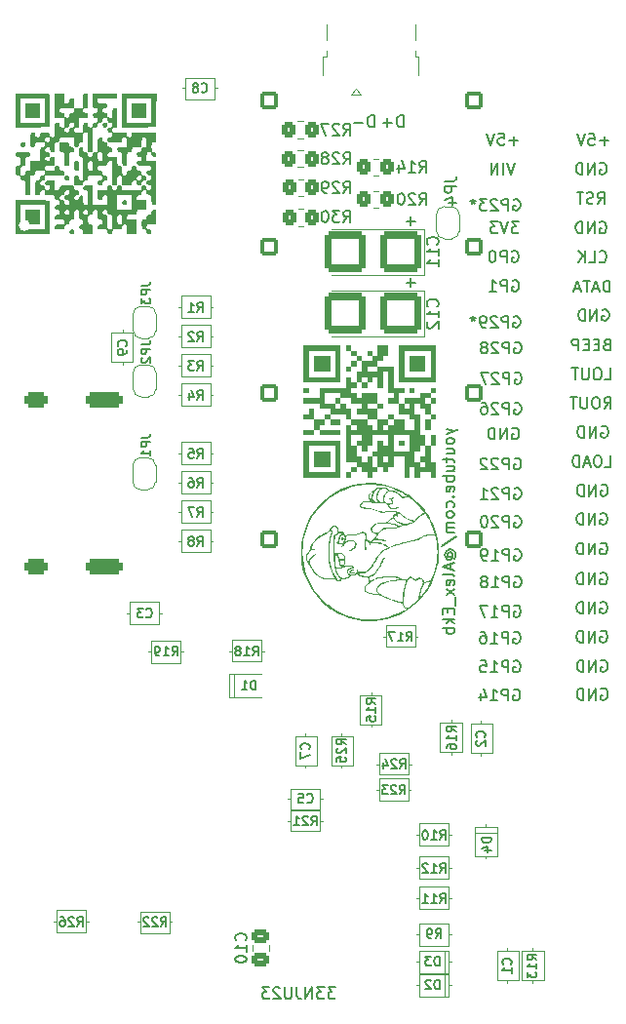
<source format=gbo>
G04 #@! TF.GenerationSoftware,KiCad,Pcbnew,6.0.11-2627ca5db0~126~ubuntu20.04.1*
G04 #@! TF.CreationDate,2023-09-26T13:38:11+05:00*
G04 #@! TF.ProjectId,33NJU23,33334e4a-5532-4332-9e6b-696361645f70,rev?*
G04 #@! TF.SameCoordinates,Original*
G04 #@! TF.FileFunction,Legend,Bot*
G04 #@! TF.FilePolarity,Positive*
%FSLAX46Y46*%
G04 Gerber Fmt 4.6, Leading zero omitted, Abs format (unit mm)*
G04 Created by KiCad (PCBNEW 6.0.11-2627ca5db0~126~ubuntu20.04.1) date 2023-09-26 13:38:11*
%MOMM*%
%LPD*%
G01*
G04 APERTURE LIST*
G04 Aperture macros list*
%AMRoundRect*
0 Rectangle with rounded corners*
0 $1 Rounding radius*
0 $2 $3 $4 $5 $6 $7 $8 $9 X,Y pos of 4 corners*
0 Add a 4 corners polygon primitive as box body*
4,1,4,$2,$3,$4,$5,$6,$7,$8,$9,$2,$3,0*
0 Add four circle primitives for the rounded corners*
1,1,$1+$1,$2,$3*
1,1,$1+$1,$4,$5*
1,1,$1+$1,$6,$7*
1,1,$1+$1,$8,$9*
0 Add four rect primitives between the rounded corners*
20,1,$1+$1,$2,$3,$4,$5,0*
20,1,$1+$1,$4,$5,$6,$7,0*
20,1,$1+$1,$6,$7,$8,$9,0*
20,1,$1+$1,$8,$9,$2,$3,0*%
%AMOutline4P*
0 Free polygon, 4 corners , with rotation*
0 The origin of the aperture is its center*
0 number of corners: always 4*
0 $1 to $8 corner X, Y*
0 $9 Rotation angle, in degrees counterclockwise*
0 create outline with 4 corners*
4,1,4,$1,$2,$3,$4,$5,$6,$7,$8,$1,$2,$9*%
%AMFreePoly0*
4,1,57,0.281438,0.792513,0.314631,0.788760,0.324366,0.782642,0.335575,0.780064,0.361670,0.759195,0.389950,0.741421,0.741668,0.389704,0.759398,0.361385,0.780215,0.335261,0.782772,0.324050,0.788875,0.314303,0.792571,0.281098,0.800000,0.248529,0.800000,-0.248878,0.792513,-0.281438,0.788760,-0.314632,0.782641,-0.324367,0.780064,-0.335575,0.759196,-0.361669,0.741421,-0.389950,
0.389704,-0.741668,0.361385,-0.759398,0.335261,-0.780215,0.324050,-0.782772,0.314303,-0.788875,0.281098,-0.792571,0.248529,-0.800000,-0.248878,-0.800000,-0.281438,-0.792513,-0.314632,-0.788760,-0.324367,-0.782641,-0.335575,-0.780064,-0.361669,-0.759196,-0.389950,-0.741421,-0.741668,-0.389704,-0.759398,-0.361385,-0.780215,-0.335261,-0.782772,-0.324050,-0.788875,-0.314303,-0.792571,-0.281098,
-0.800000,-0.248529,-0.800000,0.248878,-0.792513,0.281438,-0.788760,0.314631,-0.782642,0.324366,-0.780064,0.335575,-0.759195,0.361670,-0.741421,0.389950,-0.389704,0.741668,-0.361385,0.759398,-0.335261,0.780215,-0.324050,0.782772,-0.314303,0.788875,-0.281098,0.792571,-0.248529,0.800000,0.248878,0.800000,0.281438,0.792513,0.281438,0.792513,$1*%
%AMFreePoly1*
4,1,22,0.500000,-0.750000,0.000000,-0.750000,0.000000,-0.745033,-0.079941,-0.743568,-0.215256,-0.701293,-0.333266,-0.622738,-0.424486,-0.514219,-0.481581,-0.384460,-0.499164,-0.250000,-0.500000,-0.250000,-0.500000,0.250000,-0.499164,0.250000,-0.499963,0.256109,-0.478152,0.396186,-0.417904,0.524511,-0.324060,0.630769,-0.204165,0.706417,-0.067858,0.745374,0.000000,0.744959,0.000000,0.750000,
0.500000,0.750000,0.500000,-0.750000,0.500000,-0.750000,$1*%
%AMFreePoly2*
4,1,20,0.000000,0.744959,0.073905,0.744508,0.209726,0.703889,0.328688,0.626782,0.421226,0.519385,0.479903,0.390333,0.500000,0.250000,0.500000,-0.250000,0.499851,-0.262216,0.476331,-0.402017,0.414519,-0.529596,0.319384,-0.634700,0.198574,-0.708877,0.061801,-0.746166,0.000000,-0.745033,0.000000,-0.750000,-0.500000,-0.750000,-0.500000,0.750000,0.000000,0.750000,0.000000,0.744959,
0.000000,0.744959,$1*%
G04 Aperture macros list end*
%ADD10C,0.120000*%
%ADD11C,0.150000*%
%ADD12C,1.700000*%
%ADD13C,1.000000*%
%ADD14R,1.700000X1.700000*%
%ADD15O,1.700000X1.700000*%
%ADD16RoundRect,0.350000X-1.300000X0.350000X-1.300000X-0.350000X1.300000X-0.350000X1.300000X0.350000X0*%
%ADD17RoundRect,0.350000X-0.700000X0.350000X-0.700000X-0.350000X0.700000X-0.350000X0.700000X0.350000X0*%
%ADD18O,1.800000X2.800000*%
%ADD19O,2.000000X3.500000*%
%ADD20O,4.000000X2.000000*%
%ADD21R,1.524000X2.600000*%
%ADD22O,1.524000X2.600000*%
%ADD23C,3.500000*%
%ADD24C,4.000000*%
%ADD25R,1.600000X1.600000*%
%ADD26C,1.600000*%
%ADD27FreePoly0,0.000000*%
%ADD28RoundRect,0.200000X-0.600000X-0.600000X0.600000X-0.600000X0.600000X0.600000X-0.600000X0.600000X0*%
%ADD29R,3.480000X1.846667*%
%ADD30RoundRect,0.250000X-0.350000X-0.450000X0.350000X-0.450000X0.350000X0.450000X-0.350000X0.450000X0*%
%ADD31FreePoly1,90.000000*%
%ADD32FreePoly2,90.000000*%
%ADD33RoundRect,0.250000X-0.475000X0.337500X-0.475000X-0.337500X0.475000X-0.337500X0.475000X0.337500X0*%
%ADD34RoundRect,0.321101X1.473899X1.428899X-1.473899X1.428899X-1.473899X-1.428899X1.473899X-1.428899X0*%
%ADD35C,0.650000*%
%ADD36R,0.600000X1.450000*%
%ADD37R,0.300000X1.450000*%
%ADD38O,1.000000X1.600000*%
%ADD39O,1.000000X2.100000*%
%ADD40R,0.400000X1.650000*%
%ADD41R,1.430000X2.500000*%
%ADD42R,2.000000X1.500000*%
%ADD43Outline4P,-0.675000X-0.675000X0.675000X-0.675000X0.675000X0.675000X-0.675000X0.675000X0.000000*%
%ADD44R,1.825000X0.700000*%
%ADD45R,0.382484X1.821706*%
%ADD46O,1.100000X1.500000*%
%ADD47R,0.380714X1.829960*%
G04 APERTURE END LIST*
D10*
X69215000Y-110617000D02*
X69215000Y-112522000D01*
X71869648Y-98293315D02*
X73774648Y-98293315D01*
X69215000Y-108585000D02*
X69215000Y-110490000D01*
D11*
X75663095Y-45252380D02*
X75044047Y-45252380D01*
X75377380Y-45633333D01*
X75234523Y-45633333D01*
X75139285Y-45680952D01*
X75091666Y-45728571D01*
X75044047Y-45823809D01*
X75044047Y-46061904D01*
X75091666Y-46157142D01*
X75139285Y-46204761D01*
X75234523Y-46252380D01*
X75520238Y-46252380D01*
X75615476Y-46204761D01*
X75663095Y-46157142D01*
X74758333Y-45252380D02*
X74425000Y-46252380D01*
X74091666Y-45252380D01*
X73853571Y-45252380D02*
X73234523Y-45252380D01*
X73567857Y-45633333D01*
X73425000Y-45633333D01*
X73329761Y-45680952D01*
X73282142Y-45728571D01*
X73234523Y-45823809D01*
X73234523Y-46061904D01*
X73282142Y-46157142D01*
X73329761Y-46204761D01*
X73425000Y-46252380D01*
X73710714Y-46252380D01*
X73805952Y-46204761D01*
X73853571Y-46157142D01*
X75610714Y-38196428D02*
X74848809Y-38196428D01*
X75229761Y-38577380D02*
X75229761Y-37815476D01*
X73896428Y-37577380D02*
X74372619Y-37577380D01*
X74420238Y-38053571D01*
X74372619Y-38005952D01*
X74277380Y-37958333D01*
X74039285Y-37958333D01*
X73944047Y-38005952D01*
X73896428Y-38053571D01*
X73848809Y-38148809D01*
X73848809Y-38386904D01*
X73896428Y-38482142D01*
X73944047Y-38529761D01*
X74039285Y-38577380D01*
X74277380Y-38577380D01*
X74372619Y-38529761D01*
X74420238Y-38482142D01*
X73563095Y-37577380D02*
X73229761Y-38577380D01*
X72896428Y-37577380D01*
X75315476Y-76050000D02*
X75410714Y-76002380D01*
X75553571Y-76002380D01*
X75696428Y-76050000D01*
X75791666Y-76145238D01*
X75839285Y-76240476D01*
X75886904Y-76430952D01*
X75886904Y-76573809D01*
X75839285Y-76764285D01*
X75791666Y-76859523D01*
X75696428Y-76954761D01*
X75553571Y-77002380D01*
X75458333Y-77002380D01*
X75315476Y-76954761D01*
X75267857Y-76907142D01*
X75267857Y-76573809D01*
X75458333Y-76573809D01*
X74839285Y-77002380D02*
X74839285Y-76002380D01*
X74458333Y-76002380D01*
X74363095Y-76050000D01*
X74315476Y-76097619D01*
X74267857Y-76192857D01*
X74267857Y-76335714D01*
X74315476Y-76430952D01*
X74363095Y-76478571D01*
X74458333Y-76526190D01*
X74839285Y-76526190D01*
X73315476Y-77002380D02*
X73886904Y-77002380D01*
X73601190Y-77002380D02*
X73601190Y-76002380D01*
X73696428Y-76145238D01*
X73791666Y-76240476D01*
X73886904Y-76288095D01*
X72744047Y-76430952D02*
X72839285Y-76383333D01*
X72886904Y-76335714D01*
X72934523Y-76240476D01*
X72934523Y-76192857D01*
X72886904Y-76097619D01*
X72839285Y-76050000D01*
X72744047Y-76002380D01*
X72553571Y-76002380D01*
X72458333Y-76050000D01*
X72410714Y-76097619D01*
X72363095Y-76192857D01*
X72363095Y-76240476D01*
X72410714Y-76335714D01*
X72458333Y-76383333D01*
X72553571Y-76430952D01*
X72744047Y-76430952D01*
X72839285Y-76478571D01*
X72886904Y-76526190D01*
X72934523Y-76621428D01*
X72934523Y-76811904D01*
X72886904Y-76907142D01*
X72839285Y-76954761D01*
X72744047Y-77002380D01*
X72553571Y-77002380D01*
X72458333Y-76954761D01*
X72410714Y-76907142D01*
X72363095Y-76811904D01*
X72363095Y-76621428D01*
X72410714Y-76526190D01*
X72458333Y-76478571D01*
X72553571Y-76430952D01*
X83575000Y-51352380D02*
X83575000Y-50352380D01*
X83336904Y-50352380D01*
X83194047Y-50400000D01*
X83098809Y-50495238D01*
X83051190Y-50590476D01*
X83003571Y-50780952D01*
X83003571Y-50923809D01*
X83051190Y-51114285D01*
X83098809Y-51209523D01*
X83194047Y-51304761D01*
X83336904Y-51352380D01*
X83575000Y-51352380D01*
X82622619Y-51066666D02*
X82146428Y-51066666D01*
X82717857Y-51352380D02*
X82384523Y-50352380D01*
X82051190Y-51352380D01*
X81860714Y-50352380D02*
X81289285Y-50352380D01*
X81575000Y-51352380D02*
X81575000Y-50352380D01*
X81003571Y-51066666D02*
X80527380Y-51066666D01*
X81098809Y-51352380D02*
X80765476Y-50352380D01*
X80432142Y-51352380D01*
X75320238Y-40127380D02*
X74986904Y-41127380D01*
X74653571Y-40127380D01*
X74320238Y-41127380D02*
X74320238Y-40127380D01*
X73844047Y-41127380D02*
X73844047Y-40127380D01*
X73272619Y-41127380D01*
X73272619Y-40127380D01*
X75340476Y-58375000D02*
X75435714Y-58327380D01*
X75578571Y-58327380D01*
X75721428Y-58375000D01*
X75816666Y-58470238D01*
X75864285Y-58565476D01*
X75911904Y-58755952D01*
X75911904Y-58898809D01*
X75864285Y-59089285D01*
X75816666Y-59184523D01*
X75721428Y-59279761D01*
X75578571Y-59327380D01*
X75483333Y-59327380D01*
X75340476Y-59279761D01*
X75292857Y-59232142D01*
X75292857Y-58898809D01*
X75483333Y-58898809D01*
X74864285Y-59327380D02*
X74864285Y-58327380D01*
X74483333Y-58327380D01*
X74388095Y-58375000D01*
X74340476Y-58422619D01*
X74292857Y-58517857D01*
X74292857Y-58660714D01*
X74340476Y-58755952D01*
X74388095Y-58803571D01*
X74483333Y-58851190D01*
X74864285Y-58851190D01*
X73911904Y-58422619D02*
X73864285Y-58375000D01*
X73769047Y-58327380D01*
X73530952Y-58327380D01*
X73435714Y-58375000D01*
X73388095Y-58422619D01*
X73340476Y-58517857D01*
X73340476Y-58613095D01*
X73388095Y-58755952D01*
X73959523Y-59327380D01*
X73340476Y-59327380D01*
X73007142Y-58327380D02*
X72340476Y-58327380D01*
X72769047Y-59327380D01*
X75111904Y-63175000D02*
X75207142Y-63127380D01*
X75350000Y-63127380D01*
X75492857Y-63175000D01*
X75588095Y-63270238D01*
X75635714Y-63365476D01*
X75683333Y-63555952D01*
X75683333Y-63698809D01*
X75635714Y-63889285D01*
X75588095Y-63984523D01*
X75492857Y-64079761D01*
X75350000Y-64127380D01*
X75254761Y-64127380D01*
X75111904Y-64079761D01*
X75064285Y-64032142D01*
X75064285Y-63698809D01*
X75254761Y-63698809D01*
X74635714Y-64127380D02*
X74635714Y-63127380D01*
X74064285Y-64127380D01*
X74064285Y-63127380D01*
X73588095Y-64127380D02*
X73588095Y-63127380D01*
X73350000Y-63127380D01*
X73207142Y-63175000D01*
X73111904Y-63270238D01*
X73064285Y-63365476D01*
X73016666Y-63555952D01*
X73016666Y-63698809D01*
X73064285Y-63889285D01*
X73111904Y-63984523D01*
X73207142Y-64079761D01*
X73350000Y-64127380D01*
X73588095Y-64127380D01*
X83119047Y-58952380D02*
X83595238Y-58952380D01*
X83595238Y-57952380D01*
X82595238Y-57952380D02*
X82404761Y-57952380D01*
X82309523Y-58000000D01*
X82214285Y-58095238D01*
X82166666Y-58285714D01*
X82166666Y-58619047D01*
X82214285Y-58809523D01*
X82309523Y-58904761D01*
X82404761Y-58952380D01*
X82595238Y-58952380D01*
X82690476Y-58904761D01*
X82785714Y-58809523D01*
X82833333Y-58619047D01*
X82833333Y-58285714D01*
X82785714Y-58095238D01*
X82690476Y-58000000D01*
X82595238Y-57952380D01*
X81738095Y-57952380D02*
X81738095Y-58761904D01*
X81690476Y-58857142D01*
X81642857Y-58904761D01*
X81547619Y-58952380D01*
X81357142Y-58952380D01*
X81261904Y-58904761D01*
X81214285Y-58857142D01*
X81166666Y-58761904D01*
X81166666Y-57952380D01*
X80833333Y-57952380D02*
X80261904Y-57952380D01*
X80547619Y-58952380D02*
X80547619Y-57952380D01*
X82786904Y-75775000D02*
X82882142Y-75727380D01*
X83025000Y-75727380D01*
X83167857Y-75775000D01*
X83263095Y-75870238D01*
X83310714Y-75965476D01*
X83358333Y-76155952D01*
X83358333Y-76298809D01*
X83310714Y-76489285D01*
X83263095Y-76584523D01*
X83167857Y-76679761D01*
X83025000Y-76727380D01*
X82929761Y-76727380D01*
X82786904Y-76679761D01*
X82739285Y-76632142D01*
X82739285Y-76298809D01*
X82929761Y-76298809D01*
X82310714Y-76727380D02*
X82310714Y-75727380D01*
X81739285Y-76727380D01*
X81739285Y-75727380D01*
X81263095Y-76727380D02*
X81263095Y-75727380D01*
X81025000Y-75727380D01*
X80882142Y-75775000D01*
X80786904Y-75870238D01*
X80739285Y-75965476D01*
X80691666Y-76155952D01*
X80691666Y-76298809D01*
X80739285Y-76489285D01*
X80786904Y-76584523D01*
X80882142Y-76679761D01*
X81025000Y-76727380D01*
X81263095Y-76727380D01*
X82786904Y-78300000D02*
X82882142Y-78252380D01*
X83025000Y-78252380D01*
X83167857Y-78300000D01*
X83263095Y-78395238D01*
X83310714Y-78490476D01*
X83358333Y-78680952D01*
X83358333Y-78823809D01*
X83310714Y-79014285D01*
X83263095Y-79109523D01*
X83167857Y-79204761D01*
X83025000Y-79252380D01*
X82929761Y-79252380D01*
X82786904Y-79204761D01*
X82739285Y-79157142D01*
X82739285Y-78823809D01*
X82929761Y-78823809D01*
X82310714Y-79252380D02*
X82310714Y-78252380D01*
X81739285Y-79252380D01*
X81739285Y-78252380D01*
X81263095Y-79252380D02*
X81263095Y-78252380D01*
X81025000Y-78252380D01*
X80882142Y-78300000D01*
X80786904Y-78395238D01*
X80739285Y-78490476D01*
X80691666Y-78680952D01*
X80691666Y-78823809D01*
X80739285Y-79014285D01*
X80786904Y-79109523D01*
X80882142Y-79204761D01*
X81025000Y-79252380D01*
X81263095Y-79252380D01*
X82736904Y-40175000D02*
X82832142Y-40127380D01*
X82975000Y-40127380D01*
X83117857Y-40175000D01*
X83213095Y-40270238D01*
X83260714Y-40365476D01*
X83308333Y-40555952D01*
X83308333Y-40698809D01*
X83260714Y-40889285D01*
X83213095Y-40984523D01*
X83117857Y-41079761D01*
X82975000Y-41127380D01*
X82879761Y-41127380D01*
X82736904Y-41079761D01*
X82689285Y-41032142D01*
X82689285Y-40698809D01*
X82879761Y-40698809D01*
X82260714Y-41127380D02*
X82260714Y-40127380D01*
X81689285Y-41127380D01*
X81689285Y-40127380D01*
X81213095Y-41127380D02*
X81213095Y-40127380D01*
X80975000Y-40127380D01*
X80832142Y-40175000D01*
X80736904Y-40270238D01*
X80689285Y-40365476D01*
X80641666Y-40555952D01*
X80641666Y-40698809D01*
X80689285Y-40889285D01*
X80736904Y-40984523D01*
X80832142Y-41079761D01*
X80975000Y-41127380D01*
X81213095Y-41127380D01*
X82786904Y-73175000D02*
X82882142Y-73127380D01*
X83025000Y-73127380D01*
X83167857Y-73175000D01*
X83263095Y-73270238D01*
X83310714Y-73365476D01*
X83358333Y-73555952D01*
X83358333Y-73698809D01*
X83310714Y-73889285D01*
X83263095Y-73984523D01*
X83167857Y-74079761D01*
X83025000Y-74127380D01*
X82929761Y-74127380D01*
X82786904Y-74079761D01*
X82739285Y-74032142D01*
X82739285Y-73698809D01*
X82929761Y-73698809D01*
X82310714Y-74127380D02*
X82310714Y-73127380D01*
X81739285Y-74127380D01*
X81739285Y-73127380D01*
X81263095Y-74127380D02*
X81263095Y-73127380D01*
X81025000Y-73127380D01*
X80882142Y-73175000D01*
X80786904Y-73270238D01*
X80739285Y-73365476D01*
X80691666Y-73555952D01*
X80691666Y-73698809D01*
X80739285Y-73889285D01*
X80786904Y-73984523D01*
X80882142Y-74079761D01*
X81025000Y-74127380D01*
X81263095Y-74127380D01*
X75240476Y-80900000D02*
X75335714Y-80852380D01*
X75478571Y-80852380D01*
X75621428Y-80900000D01*
X75716666Y-80995238D01*
X75764285Y-81090476D01*
X75811904Y-81280952D01*
X75811904Y-81423809D01*
X75764285Y-81614285D01*
X75716666Y-81709523D01*
X75621428Y-81804761D01*
X75478571Y-81852380D01*
X75383333Y-81852380D01*
X75240476Y-81804761D01*
X75192857Y-81757142D01*
X75192857Y-81423809D01*
X75383333Y-81423809D01*
X74764285Y-81852380D02*
X74764285Y-80852380D01*
X74383333Y-80852380D01*
X74288095Y-80900000D01*
X74240476Y-80947619D01*
X74192857Y-81042857D01*
X74192857Y-81185714D01*
X74240476Y-81280952D01*
X74288095Y-81328571D01*
X74383333Y-81376190D01*
X74764285Y-81376190D01*
X73240476Y-81852380D02*
X73811904Y-81852380D01*
X73526190Y-81852380D02*
X73526190Y-80852380D01*
X73621428Y-80995238D01*
X73716666Y-81090476D01*
X73811904Y-81138095D01*
X72383333Y-80852380D02*
X72573809Y-80852380D01*
X72669047Y-80900000D01*
X72716666Y-80947619D01*
X72811904Y-81090476D01*
X72859523Y-81280952D01*
X72859523Y-81661904D01*
X72811904Y-81757142D01*
X72764285Y-81804761D01*
X72669047Y-81852380D01*
X72478571Y-81852380D01*
X72383333Y-81804761D01*
X72335714Y-81757142D01*
X72288095Y-81661904D01*
X72288095Y-81423809D01*
X72335714Y-81328571D01*
X72383333Y-81280952D01*
X72478571Y-81233333D01*
X72669047Y-81233333D01*
X72764285Y-81280952D01*
X72811904Y-81328571D01*
X72859523Y-81423809D01*
X75231428Y-53475000D02*
X75326666Y-53427380D01*
X75469523Y-53427380D01*
X75612380Y-53475000D01*
X75707619Y-53570238D01*
X75755238Y-53665476D01*
X75802857Y-53855952D01*
X75802857Y-53998809D01*
X75755238Y-54189285D01*
X75707619Y-54284523D01*
X75612380Y-54379761D01*
X75469523Y-54427380D01*
X75374285Y-54427380D01*
X75231428Y-54379761D01*
X75183809Y-54332142D01*
X75183809Y-53998809D01*
X75374285Y-53998809D01*
X74755238Y-54427380D02*
X74755238Y-53427380D01*
X74374285Y-53427380D01*
X74279047Y-53475000D01*
X74231428Y-53522619D01*
X74183809Y-53617857D01*
X74183809Y-53760714D01*
X74231428Y-53855952D01*
X74279047Y-53903571D01*
X74374285Y-53951190D01*
X74755238Y-53951190D01*
X73802857Y-53522619D02*
X73755238Y-53475000D01*
X73660000Y-53427380D01*
X73421904Y-53427380D01*
X73326666Y-53475000D01*
X73279047Y-53522619D01*
X73231428Y-53617857D01*
X73231428Y-53713095D01*
X73279047Y-53855952D01*
X73850476Y-54427380D01*
X73231428Y-54427380D01*
X72755238Y-54427380D02*
X72564761Y-54427380D01*
X72469523Y-54379761D01*
X72421904Y-54332142D01*
X72326666Y-54189285D01*
X72279047Y-53998809D01*
X72279047Y-53617857D01*
X72326666Y-53522619D01*
X72374285Y-53475000D01*
X72469523Y-53427380D01*
X72660000Y-53427380D01*
X72755238Y-53475000D01*
X72802857Y-53522619D01*
X72850476Y-53617857D01*
X72850476Y-53855952D01*
X72802857Y-53951190D01*
X72755238Y-53998809D01*
X72660000Y-54046428D01*
X72469523Y-54046428D01*
X72374285Y-53998809D01*
X72326666Y-53951190D01*
X72279047Y-53855952D01*
X71707619Y-53427380D02*
X71707619Y-53665476D01*
X71945714Y-53570238D02*
X71707619Y-53665476D01*
X71469523Y-53570238D01*
X71850476Y-53855952D02*
X71707619Y-53665476D01*
X71564761Y-53855952D01*
X75139285Y-50350000D02*
X75234523Y-50302380D01*
X75377380Y-50302380D01*
X75520238Y-50350000D01*
X75615476Y-50445238D01*
X75663095Y-50540476D01*
X75710714Y-50730952D01*
X75710714Y-50873809D01*
X75663095Y-51064285D01*
X75615476Y-51159523D01*
X75520238Y-51254761D01*
X75377380Y-51302380D01*
X75282142Y-51302380D01*
X75139285Y-51254761D01*
X75091666Y-51207142D01*
X75091666Y-50873809D01*
X75282142Y-50873809D01*
X74663095Y-51302380D02*
X74663095Y-50302380D01*
X74282142Y-50302380D01*
X74186904Y-50350000D01*
X74139285Y-50397619D01*
X74091666Y-50492857D01*
X74091666Y-50635714D01*
X74139285Y-50730952D01*
X74186904Y-50778571D01*
X74282142Y-50826190D01*
X74663095Y-50826190D01*
X73139285Y-51302380D02*
X73710714Y-51302380D01*
X73425000Y-51302380D02*
X73425000Y-50302380D01*
X73520238Y-50445238D01*
X73615476Y-50540476D01*
X73710714Y-50588095D01*
X75315476Y-73700000D02*
X75410714Y-73652380D01*
X75553571Y-73652380D01*
X75696428Y-73700000D01*
X75791666Y-73795238D01*
X75839285Y-73890476D01*
X75886904Y-74080952D01*
X75886904Y-74223809D01*
X75839285Y-74414285D01*
X75791666Y-74509523D01*
X75696428Y-74604761D01*
X75553571Y-74652380D01*
X75458333Y-74652380D01*
X75315476Y-74604761D01*
X75267857Y-74557142D01*
X75267857Y-74223809D01*
X75458333Y-74223809D01*
X74839285Y-74652380D02*
X74839285Y-73652380D01*
X74458333Y-73652380D01*
X74363095Y-73700000D01*
X74315476Y-73747619D01*
X74267857Y-73842857D01*
X74267857Y-73985714D01*
X74315476Y-74080952D01*
X74363095Y-74128571D01*
X74458333Y-74176190D01*
X74839285Y-74176190D01*
X73315476Y-74652380D02*
X73886904Y-74652380D01*
X73601190Y-74652380D02*
X73601190Y-73652380D01*
X73696428Y-73795238D01*
X73791666Y-73890476D01*
X73886904Y-73938095D01*
X72839285Y-74652380D02*
X72648809Y-74652380D01*
X72553571Y-74604761D01*
X72505952Y-74557142D01*
X72410714Y-74414285D01*
X72363095Y-74223809D01*
X72363095Y-73842857D01*
X72410714Y-73747619D01*
X72458333Y-73700000D01*
X72553571Y-73652380D01*
X72744047Y-73652380D01*
X72839285Y-73700000D01*
X72886904Y-73747619D01*
X72934523Y-73842857D01*
X72934523Y-74080952D01*
X72886904Y-74176190D01*
X72839285Y-74223809D01*
X72744047Y-74271428D01*
X72553571Y-74271428D01*
X72458333Y-74223809D01*
X72410714Y-74176190D01*
X72363095Y-74080952D01*
X75315476Y-70825000D02*
X75410714Y-70777380D01*
X75553571Y-70777380D01*
X75696428Y-70825000D01*
X75791666Y-70920238D01*
X75839285Y-71015476D01*
X75886904Y-71205952D01*
X75886904Y-71348809D01*
X75839285Y-71539285D01*
X75791666Y-71634523D01*
X75696428Y-71729761D01*
X75553571Y-71777380D01*
X75458333Y-71777380D01*
X75315476Y-71729761D01*
X75267857Y-71682142D01*
X75267857Y-71348809D01*
X75458333Y-71348809D01*
X74839285Y-71777380D02*
X74839285Y-70777380D01*
X74458333Y-70777380D01*
X74363095Y-70825000D01*
X74315476Y-70872619D01*
X74267857Y-70967857D01*
X74267857Y-71110714D01*
X74315476Y-71205952D01*
X74363095Y-71253571D01*
X74458333Y-71301190D01*
X74839285Y-71301190D01*
X73886904Y-70872619D02*
X73839285Y-70825000D01*
X73744047Y-70777380D01*
X73505952Y-70777380D01*
X73410714Y-70825000D01*
X73363095Y-70872619D01*
X73315476Y-70967857D01*
X73315476Y-71063095D01*
X73363095Y-71205952D01*
X73934523Y-71777380D01*
X73315476Y-71777380D01*
X72696428Y-70777380D02*
X72601190Y-70777380D01*
X72505952Y-70825000D01*
X72458333Y-70872619D01*
X72410714Y-70967857D01*
X72363095Y-71158333D01*
X72363095Y-71396428D01*
X72410714Y-71586904D01*
X72458333Y-71682142D01*
X72505952Y-71729761D01*
X72601190Y-71777380D01*
X72696428Y-71777380D01*
X72791666Y-71729761D01*
X72839285Y-71682142D01*
X72886904Y-71586904D01*
X72934523Y-71396428D01*
X72934523Y-71158333D01*
X72886904Y-70967857D01*
X72839285Y-70872619D01*
X72791666Y-70825000D01*
X72696428Y-70777380D01*
X75089285Y-47800000D02*
X75184523Y-47752380D01*
X75327380Y-47752380D01*
X75470238Y-47800000D01*
X75565476Y-47895238D01*
X75613095Y-47990476D01*
X75660714Y-48180952D01*
X75660714Y-48323809D01*
X75613095Y-48514285D01*
X75565476Y-48609523D01*
X75470238Y-48704761D01*
X75327380Y-48752380D01*
X75232142Y-48752380D01*
X75089285Y-48704761D01*
X75041666Y-48657142D01*
X75041666Y-48323809D01*
X75232142Y-48323809D01*
X74613095Y-48752380D02*
X74613095Y-47752380D01*
X74232142Y-47752380D01*
X74136904Y-47800000D01*
X74089285Y-47847619D01*
X74041666Y-47942857D01*
X74041666Y-48085714D01*
X74089285Y-48180952D01*
X74136904Y-48228571D01*
X74232142Y-48276190D01*
X74613095Y-48276190D01*
X73422619Y-47752380D02*
X73327380Y-47752380D01*
X73232142Y-47800000D01*
X73184523Y-47847619D01*
X73136904Y-47942857D01*
X73089285Y-48133333D01*
X73089285Y-48371428D01*
X73136904Y-48561904D01*
X73184523Y-48657142D01*
X73232142Y-48704761D01*
X73327380Y-48752380D01*
X73422619Y-48752380D01*
X73517857Y-48704761D01*
X73565476Y-48657142D01*
X73613095Y-48561904D01*
X73660714Y-48371428D01*
X73660714Y-48133333D01*
X73613095Y-47942857D01*
X73565476Y-47847619D01*
X73517857Y-47800000D01*
X73422619Y-47752380D01*
X83142857Y-66527380D02*
X83619047Y-66527380D01*
X83619047Y-65527380D01*
X82619047Y-65527380D02*
X82428571Y-65527380D01*
X82333333Y-65575000D01*
X82238095Y-65670238D01*
X82190476Y-65860714D01*
X82190476Y-66194047D01*
X82238095Y-66384523D01*
X82333333Y-66479761D01*
X82428571Y-66527380D01*
X82619047Y-66527380D01*
X82714285Y-66479761D01*
X82809523Y-66384523D01*
X82857142Y-66194047D01*
X82857142Y-65860714D01*
X82809523Y-65670238D01*
X82714285Y-65575000D01*
X82619047Y-65527380D01*
X81809523Y-66241666D02*
X81333333Y-66241666D01*
X81904761Y-66527380D02*
X81571428Y-65527380D01*
X81238095Y-66527380D01*
X80904761Y-66527380D02*
X80904761Y-65527380D01*
X80666666Y-65527380D01*
X80523809Y-65575000D01*
X80428571Y-65670238D01*
X80380952Y-65765476D01*
X80333333Y-65955952D01*
X80333333Y-66098809D01*
X80380952Y-66289285D01*
X80428571Y-66384523D01*
X80523809Y-66479761D01*
X80666666Y-66527380D01*
X80904761Y-66527380D01*
X82786904Y-70575000D02*
X82882142Y-70527380D01*
X83025000Y-70527380D01*
X83167857Y-70575000D01*
X83263095Y-70670238D01*
X83310714Y-70765476D01*
X83358333Y-70955952D01*
X83358333Y-71098809D01*
X83310714Y-71289285D01*
X83263095Y-71384523D01*
X83167857Y-71479761D01*
X83025000Y-71527380D01*
X82929761Y-71527380D01*
X82786904Y-71479761D01*
X82739285Y-71432142D01*
X82739285Y-71098809D01*
X82929761Y-71098809D01*
X82310714Y-71527380D02*
X82310714Y-70527380D01*
X81739285Y-71527380D01*
X81739285Y-70527380D01*
X81263095Y-71527380D02*
X81263095Y-70527380D01*
X81025000Y-70527380D01*
X80882142Y-70575000D01*
X80786904Y-70670238D01*
X80739285Y-70765476D01*
X80691666Y-70955952D01*
X80691666Y-71098809D01*
X80739285Y-71289285D01*
X80786904Y-71384523D01*
X80882142Y-71479761D01*
X81025000Y-71527380D01*
X81263095Y-71527380D01*
X75215476Y-85875000D02*
X75310714Y-85827380D01*
X75453571Y-85827380D01*
X75596428Y-85875000D01*
X75691666Y-85970238D01*
X75739285Y-86065476D01*
X75786904Y-86255952D01*
X75786904Y-86398809D01*
X75739285Y-86589285D01*
X75691666Y-86684523D01*
X75596428Y-86779761D01*
X75453571Y-86827380D01*
X75358333Y-86827380D01*
X75215476Y-86779761D01*
X75167857Y-86732142D01*
X75167857Y-86398809D01*
X75358333Y-86398809D01*
X74739285Y-86827380D02*
X74739285Y-85827380D01*
X74358333Y-85827380D01*
X74263095Y-85875000D01*
X74215476Y-85922619D01*
X74167857Y-86017857D01*
X74167857Y-86160714D01*
X74215476Y-86255952D01*
X74263095Y-86303571D01*
X74358333Y-86351190D01*
X74739285Y-86351190D01*
X73215476Y-86827380D02*
X73786904Y-86827380D01*
X73501190Y-86827380D02*
X73501190Y-85827380D01*
X73596428Y-85970238D01*
X73691666Y-86065476D01*
X73786904Y-86113095D01*
X72358333Y-86160714D02*
X72358333Y-86827380D01*
X72596428Y-85779761D02*
X72834523Y-86494047D01*
X72215476Y-86494047D01*
X82811904Y-83350000D02*
X82907142Y-83302380D01*
X83050000Y-83302380D01*
X83192857Y-83350000D01*
X83288095Y-83445238D01*
X83335714Y-83540476D01*
X83383333Y-83730952D01*
X83383333Y-83873809D01*
X83335714Y-84064285D01*
X83288095Y-84159523D01*
X83192857Y-84254761D01*
X83050000Y-84302380D01*
X82954761Y-84302380D01*
X82811904Y-84254761D01*
X82764285Y-84207142D01*
X82764285Y-83873809D01*
X82954761Y-83873809D01*
X82335714Y-84302380D02*
X82335714Y-83302380D01*
X81764285Y-84302380D01*
X81764285Y-83302380D01*
X81288095Y-84302380D02*
X81288095Y-83302380D01*
X81050000Y-83302380D01*
X80907142Y-83350000D01*
X80811904Y-83445238D01*
X80764285Y-83540476D01*
X80716666Y-83730952D01*
X80716666Y-83873809D01*
X80764285Y-84064285D01*
X80811904Y-84159523D01*
X80907142Y-84254761D01*
X81050000Y-84302380D01*
X81288095Y-84302380D01*
X59740476Y-111702380D02*
X59121428Y-111702380D01*
X59454761Y-112083333D01*
X59311904Y-112083333D01*
X59216666Y-112130952D01*
X59169047Y-112178571D01*
X59121428Y-112273809D01*
X59121428Y-112511904D01*
X59169047Y-112607142D01*
X59216666Y-112654761D01*
X59311904Y-112702380D01*
X59597619Y-112702380D01*
X59692857Y-112654761D01*
X59740476Y-112607142D01*
X58788095Y-111702380D02*
X58169047Y-111702380D01*
X58502380Y-112083333D01*
X58359523Y-112083333D01*
X58264285Y-112130952D01*
X58216666Y-112178571D01*
X58169047Y-112273809D01*
X58169047Y-112511904D01*
X58216666Y-112607142D01*
X58264285Y-112654761D01*
X58359523Y-112702380D01*
X58645238Y-112702380D01*
X58740476Y-112654761D01*
X58788095Y-112607142D01*
X57740476Y-112702380D02*
X57740476Y-111702380D01*
X57169047Y-112702380D01*
X57169047Y-111702380D01*
X56407142Y-111702380D02*
X56407142Y-112416666D01*
X56454761Y-112559523D01*
X56550000Y-112654761D01*
X56692857Y-112702380D01*
X56788095Y-112702380D01*
X55930952Y-111702380D02*
X55930952Y-112511904D01*
X55883333Y-112607142D01*
X55835714Y-112654761D01*
X55740476Y-112702380D01*
X55550000Y-112702380D01*
X55454761Y-112654761D01*
X55407142Y-112607142D01*
X55359523Y-112511904D01*
X55359523Y-111702380D01*
X54930952Y-111797619D02*
X54883333Y-111750000D01*
X54788095Y-111702380D01*
X54550000Y-111702380D01*
X54454761Y-111750000D01*
X54407142Y-111797619D01*
X54359523Y-111892857D01*
X54359523Y-111988095D01*
X54407142Y-112130952D01*
X54978571Y-112702380D01*
X54359523Y-112702380D01*
X54026190Y-111702380D02*
X53407142Y-111702380D01*
X53740476Y-112083333D01*
X53597619Y-112083333D01*
X53502380Y-112130952D01*
X53454761Y-112178571D01*
X53407142Y-112273809D01*
X53407142Y-112511904D01*
X53454761Y-112607142D01*
X53502380Y-112654761D01*
X53597619Y-112702380D01*
X53883333Y-112702380D01*
X53978571Y-112654761D01*
X54026190Y-112607142D01*
X82670238Y-48682142D02*
X82717857Y-48729761D01*
X82860714Y-48777380D01*
X82955952Y-48777380D01*
X83098809Y-48729761D01*
X83194047Y-48634523D01*
X83241666Y-48539285D01*
X83289285Y-48348809D01*
X83289285Y-48205952D01*
X83241666Y-48015476D01*
X83194047Y-47920238D01*
X83098809Y-47825000D01*
X82955952Y-47777380D01*
X82860714Y-47777380D01*
X82717857Y-47825000D01*
X82670238Y-47872619D01*
X81765476Y-48777380D02*
X82241666Y-48777380D01*
X82241666Y-47777380D01*
X81432142Y-48777380D02*
X81432142Y-47777380D01*
X80860714Y-48777380D02*
X81289285Y-48205952D01*
X80860714Y-47777380D02*
X81432142Y-48348809D01*
X82836904Y-68100000D02*
X82932142Y-68052380D01*
X83075000Y-68052380D01*
X83217857Y-68100000D01*
X83313095Y-68195238D01*
X83360714Y-68290476D01*
X83408333Y-68480952D01*
X83408333Y-68623809D01*
X83360714Y-68814285D01*
X83313095Y-68909523D01*
X83217857Y-69004761D01*
X83075000Y-69052380D01*
X82979761Y-69052380D01*
X82836904Y-69004761D01*
X82789285Y-68957142D01*
X82789285Y-68623809D01*
X82979761Y-68623809D01*
X82360714Y-69052380D02*
X82360714Y-68052380D01*
X81789285Y-69052380D01*
X81789285Y-68052380D01*
X81313095Y-69052380D02*
X81313095Y-68052380D01*
X81075000Y-68052380D01*
X80932142Y-68100000D01*
X80836904Y-68195238D01*
X80789285Y-68290476D01*
X80741666Y-68480952D01*
X80741666Y-68623809D01*
X80789285Y-68814285D01*
X80836904Y-68909523D01*
X80932142Y-69004761D01*
X81075000Y-69052380D01*
X81313095Y-69052380D01*
X75231428Y-43315000D02*
X75326666Y-43267380D01*
X75469523Y-43267380D01*
X75612380Y-43315000D01*
X75707619Y-43410238D01*
X75755238Y-43505476D01*
X75802857Y-43695952D01*
X75802857Y-43838809D01*
X75755238Y-44029285D01*
X75707619Y-44124523D01*
X75612380Y-44219761D01*
X75469523Y-44267380D01*
X75374285Y-44267380D01*
X75231428Y-44219761D01*
X75183809Y-44172142D01*
X75183809Y-43838809D01*
X75374285Y-43838809D01*
X74755238Y-44267380D02*
X74755238Y-43267380D01*
X74374285Y-43267380D01*
X74279047Y-43315000D01*
X74231428Y-43362619D01*
X74183809Y-43457857D01*
X74183809Y-43600714D01*
X74231428Y-43695952D01*
X74279047Y-43743571D01*
X74374285Y-43791190D01*
X74755238Y-43791190D01*
X73802857Y-43362619D02*
X73755238Y-43315000D01*
X73660000Y-43267380D01*
X73421904Y-43267380D01*
X73326666Y-43315000D01*
X73279047Y-43362619D01*
X73231428Y-43457857D01*
X73231428Y-43553095D01*
X73279047Y-43695952D01*
X73850476Y-44267380D01*
X73231428Y-44267380D01*
X72898095Y-43267380D02*
X72279047Y-43267380D01*
X72612380Y-43648333D01*
X72469523Y-43648333D01*
X72374285Y-43695952D01*
X72326666Y-43743571D01*
X72279047Y-43838809D01*
X72279047Y-44076904D01*
X72326666Y-44172142D01*
X72374285Y-44219761D01*
X72469523Y-44267380D01*
X72755238Y-44267380D01*
X72850476Y-44219761D01*
X72898095Y-44172142D01*
X71707619Y-43267380D02*
X71707619Y-43505476D01*
X71945714Y-43410238D02*
X71707619Y-43505476D01*
X71469523Y-43410238D01*
X71850476Y-43695952D02*
X71707619Y-43505476D01*
X71564761Y-43695952D01*
X82936904Y-52900000D02*
X83032142Y-52852380D01*
X83175000Y-52852380D01*
X83317857Y-52900000D01*
X83413095Y-52995238D01*
X83460714Y-53090476D01*
X83508333Y-53280952D01*
X83508333Y-53423809D01*
X83460714Y-53614285D01*
X83413095Y-53709523D01*
X83317857Y-53804761D01*
X83175000Y-53852380D01*
X83079761Y-53852380D01*
X82936904Y-53804761D01*
X82889285Y-53757142D01*
X82889285Y-53423809D01*
X83079761Y-53423809D01*
X82460714Y-53852380D02*
X82460714Y-52852380D01*
X81889285Y-53852380D01*
X81889285Y-52852380D01*
X81413095Y-53852380D02*
X81413095Y-52852380D01*
X81175000Y-52852380D01*
X81032142Y-52900000D01*
X80936904Y-52995238D01*
X80889285Y-53090476D01*
X80841666Y-53280952D01*
X80841666Y-53423809D01*
X80889285Y-53614285D01*
X80936904Y-53709523D01*
X81032142Y-53804761D01*
X81175000Y-53852380D01*
X81413095Y-53852380D01*
X69381714Y-63207428D02*
X70048380Y-63445523D01*
X69381714Y-63683619D02*
X70048380Y-63445523D01*
X70286476Y-63350285D01*
X70334095Y-63302666D01*
X70381714Y-63207428D01*
X70048380Y-64207428D02*
X70000761Y-64112190D01*
X69953142Y-64064571D01*
X69857904Y-64016952D01*
X69572190Y-64016952D01*
X69476952Y-64064571D01*
X69429333Y-64112190D01*
X69381714Y-64207428D01*
X69381714Y-64350285D01*
X69429333Y-64445523D01*
X69476952Y-64493142D01*
X69572190Y-64540761D01*
X69857904Y-64540761D01*
X69953142Y-64493142D01*
X70000761Y-64445523D01*
X70048380Y-64350285D01*
X70048380Y-64207428D01*
X69381714Y-65397904D02*
X70048380Y-65397904D01*
X69381714Y-64969333D02*
X69905523Y-64969333D01*
X70000761Y-65016952D01*
X70048380Y-65112190D01*
X70048380Y-65255047D01*
X70000761Y-65350285D01*
X69953142Y-65397904D01*
X69381714Y-65731238D02*
X69381714Y-66112190D01*
X69048380Y-65874095D02*
X69905523Y-65874095D01*
X70000761Y-65921714D01*
X70048380Y-66016952D01*
X70048380Y-66112190D01*
X69381714Y-66874095D02*
X70048380Y-66874095D01*
X69381714Y-66445523D02*
X69905523Y-66445523D01*
X70000761Y-66493142D01*
X70048380Y-66588380D01*
X70048380Y-66731238D01*
X70000761Y-66826476D01*
X69953142Y-66874095D01*
X70048380Y-67350285D02*
X69048380Y-67350285D01*
X69429333Y-67350285D02*
X69381714Y-67445523D01*
X69381714Y-67636000D01*
X69429333Y-67731238D01*
X69476952Y-67778857D01*
X69572190Y-67826476D01*
X69857904Y-67826476D01*
X69953142Y-67778857D01*
X70000761Y-67731238D01*
X70048380Y-67636000D01*
X70048380Y-67445523D01*
X70000761Y-67350285D01*
X70000761Y-68636000D02*
X70048380Y-68540761D01*
X70048380Y-68350285D01*
X70000761Y-68255047D01*
X69905523Y-68207428D01*
X69524571Y-68207428D01*
X69429333Y-68255047D01*
X69381714Y-68350285D01*
X69381714Y-68540761D01*
X69429333Y-68636000D01*
X69524571Y-68683619D01*
X69619809Y-68683619D01*
X69715047Y-68207428D01*
X69953142Y-69112190D02*
X70000761Y-69159809D01*
X70048380Y-69112190D01*
X70000761Y-69064571D01*
X69953142Y-69112190D01*
X70048380Y-69112190D01*
X70000761Y-70016952D02*
X70048380Y-69921714D01*
X70048380Y-69731238D01*
X70000761Y-69636000D01*
X69953142Y-69588380D01*
X69857904Y-69540761D01*
X69572190Y-69540761D01*
X69476952Y-69588380D01*
X69429333Y-69636000D01*
X69381714Y-69731238D01*
X69381714Y-69921714D01*
X69429333Y-70016952D01*
X70048380Y-70588380D02*
X70000761Y-70493142D01*
X69953142Y-70445523D01*
X69857904Y-70397904D01*
X69572190Y-70397904D01*
X69476952Y-70445523D01*
X69429333Y-70493142D01*
X69381714Y-70588380D01*
X69381714Y-70731238D01*
X69429333Y-70826476D01*
X69476952Y-70874095D01*
X69572190Y-70921714D01*
X69857904Y-70921714D01*
X69953142Y-70874095D01*
X70000761Y-70826476D01*
X70048380Y-70731238D01*
X70048380Y-70588380D01*
X70048380Y-71350285D02*
X69381714Y-71350285D01*
X69476952Y-71350285D02*
X69429333Y-71397904D01*
X69381714Y-71493142D01*
X69381714Y-71636000D01*
X69429333Y-71731238D01*
X69524571Y-71778857D01*
X70048380Y-71778857D01*
X69524571Y-71778857D02*
X69429333Y-71826476D01*
X69381714Y-71921714D01*
X69381714Y-72064571D01*
X69429333Y-72159809D01*
X69524571Y-72207428D01*
X70048380Y-72207428D01*
X69000761Y-73397904D02*
X70286476Y-72540761D01*
X69572190Y-74350285D02*
X69524571Y-74302666D01*
X69476952Y-74207428D01*
X69476952Y-74112190D01*
X69524571Y-74016952D01*
X69572190Y-73969333D01*
X69667428Y-73921714D01*
X69762666Y-73921714D01*
X69857904Y-73969333D01*
X69905523Y-74016952D01*
X69953142Y-74112190D01*
X69953142Y-74207428D01*
X69905523Y-74302666D01*
X69857904Y-74350285D01*
X69476952Y-74350285D02*
X69857904Y-74350285D01*
X69905523Y-74397904D01*
X69905523Y-74445523D01*
X69857904Y-74540761D01*
X69762666Y-74588380D01*
X69524571Y-74588380D01*
X69381714Y-74493142D01*
X69286476Y-74350285D01*
X69238857Y-74159809D01*
X69286476Y-73969333D01*
X69381714Y-73826476D01*
X69524571Y-73731238D01*
X69715047Y-73683619D01*
X69905523Y-73731238D01*
X70048380Y-73826476D01*
X70143619Y-73969333D01*
X70191238Y-74159809D01*
X70143619Y-74350285D01*
X70048380Y-74493142D01*
X69762666Y-74969333D02*
X69762666Y-75445523D01*
X70048380Y-74874095D02*
X69048380Y-75207428D01*
X70048380Y-75540761D01*
X70048380Y-76016952D02*
X70000761Y-75921714D01*
X69905523Y-75874095D01*
X69048380Y-75874095D01*
X70000761Y-76778857D02*
X70048380Y-76683619D01*
X70048380Y-76493142D01*
X70000761Y-76397904D01*
X69905523Y-76350285D01*
X69524571Y-76350285D01*
X69429333Y-76397904D01*
X69381714Y-76493142D01*
X69381714Y-76683619D01*
X69429333Y-76778857D01*
X69524571Y-76826476D01*
X69619809Y-76826476D01*
X69715047Y-76350285D01*
X70048380Y-77159809D02*
X69381714Y-77683619D01*
X69381714Y-77159809D02*
X70048380Y-77683619D01*
X70143619Y-77826476D02*
X70143619Y-78588380D01*
X69524571Y-78826476D02*
X69524571Y-79159809D01*
X70048380Y-79302666D02*
X70048380Y-78826476D01*
X69048380Y-78826476D01*
X69048380Y-79302666D01*
X70048380Y-79731238D02*
X69048380Y-79731238D01*
X69667428Y-79826476D02*
X70048380Y-80112190D01*
X69381714Y-80112190D02*
X69762666Y-79731238D01*
X70048380Y-80540761D02*
X69048380Y-80540761D01*
X69429333Y-80540761D02*
X69381714Y-80636000D01*
X69381714Y-80826476D01*
X69429333Y-80921714D01*
X69476952Y-80969333D01*
X69572190Y-81016952D01*
X69857904Y-81016952D01*
X69953142Y-80969333D01*
X70000761Y-80921714D01*
X70048380Y-80826476D01*
X70048380Y-80636000D01*
X70000761Y-80540761D01*
X66683620Y-50543322D02*
X65921715Y-50543322D01*
X66302668Y-50924274D02*
X66302668Y-50162370D01*
X83094047Y-61452380D02*
X83427380Y-60976190D01*
X83665476Y-61452380D02*
X83665476Y-60452380D01*
X83284523Y-60452380D01*
X83189285Y-60500000D01*
X83141666Y-60547619D01*
X83094047Y-60642857D01*
X83094047Y-60785714D01*
X83141666Y-60880952D01*
X83189285Y-60928571D01*
X83284523Y-60976190D01*
X83665476Y-60976190D01*
X82475000Y-60452380D02*
X82284523Y-60452380D01*
X82189285Y-60500000D01*
X82094047Y-60595238D01*
X82046428Y-60785714D01*
X82046428Y-61119047D01*
X82094047Y-61309523D01*
X82189285Y-61404761D01*
X82284523Y-61452380D01*
X82475000Y-61452380D01*
X82570238Y-61404761D01*
X82665476Y-61309523D01*
X82713095Y-61119047D01*
X82713095Y-60785714D01*
X82665476Y-60595238D01*
X82570238Y-60500000D01*
X82475000Y-60452380D01*
X81617857Y-60452380D02*
X81617857Y-61261904D01*
X81570238Y-61357142D01*
X81522619Y-61404761D01*
X81427380Y-61452380D01*
X81236904Y-61452380D01*
X81141666Y-61404761D01*
X81094047Y-61357142D01*
X81046428Y-61261904D01*
X81046428Y-60452380D01*
X80713095Y-60452380D02*
X80141666Y-60452380D01*
X80427380Y-61452380D02*
X80427380Y-60452380D01*
X65650952Y-37028380D02*
X65650952Y-36028380D01*
X65412857Y-36028380D01*
X65270000Y-36076000D01*
X65174761Y-36171238D01*
X65127142Y-36266476D01*
X65079523Y-36456952D01*
X65079523Y-36599809D01*
X65127142Y-36790285D01*
X65174761Y-36885523D01*
X65270000Y-36980761D01*
X65412857Y-37028380D01*
X65650952Y-37028380D01*
X64650952Y-36647428D02*
X63889047Y-36647428D01*
X64270000Y-37028380D02*
X64270000Y-36266476D01*
X83308333Y-55903571D02*
X83165476Y-55951190D01*
X83117857Y-55998809D01*
X83070238Y-56094047D01*
X83070238Y-56236904D01*
X83117857Y-56332142D01*
X83165476Y-56379761D01*
X83260714Y-56427380D01*
X83641666Y-56427380D01*
X83641666Y-55427380D01*
X83308333Y-55427380D01*
X83213095Y-55475000D01*
X83165476Y-55522619D01*
X83117857Y-55617857D01*
X83117857Y-55713095D01*
X83165476Y-55808333D01*
X83213095Y-55855952D01*
X83308333Y-55903571D01*
X83641666Y-55903571D01*
X82641666Y-55903571D02*
X82308333Y-55903571D01*
X82165476Y-56427380D02*
X82641666Y-56427380D01*
X82641666Y-55427380D01*
X82165476Y-55427380D01*
X81736904Y-55903571D02*
X81403571Y-55903571D01*
X81260714Y-56427380D02*
X81736904Y-56427380D01*
X81736904Y-55427380D01*
X81260714Y-55427380D01*
X80832142Y-56427380D02*
X80832142Y-55427380D01*
X80451190Y-55427380D01*
X80355952Y-55475000D01*
X80308333Y-55522619D01*
X80260714Y-55617857D01*
X80260714Y-55760714D01*
X80308333Y-55855952D01*
X80355952Y-55903571D01*
X80451190Y-55951190D01*
X80832142Y-55951190D01*
X75315476Y-68375000D02*
X75410714Y-68327380D01*
X75553571Y-68327380D01*
X75696428Y-68375000D01*
X75791666Y-68470238D01*
X75839285Y-68565476D01*
X75886904Y-68755952D01*
X75886904Y-68898809D01*
X75839285Y-69089285D01*
X75791666Y-69184523D01*
X75696428Y-69279761D01*
X75553571Y-69327380D01*
X75458333Y-69327380D01*
X75315476Y-69279761D01*
X75267857Y-69232142D01*
X75267857Y-68898809D01*
X75458333Y-68898809D01*
X74839285Y-69327380D02*
X74839285Y-68327380D01*
X74458333Y-68327380D01*
X74363095Y-68375000D01*
X74315476Y-68422619D01*
X74267857Y-68517857D01*
X74267857Y-68660714D01*
X74315476Y-68755952D01*
X74363095Y-68803571D01*
X74458333Y-68851190D01*
X74839285Y-68851190D01*
X73886904Y-68422619D02*
X73839285Y-68375000D01*
X73744047Y-68327380D01*
X73505952Y-68327380D01*
X73410714Y-68375000D01*
X73363095Y-68422619D01*
X73315476Y-68517857D01*
X73315476Y-68613095D01*
X73363095Y-68755952D01*
X73934523Y-69327380D01*
X73315476Y-69327380D01*
X72363095Y-69327380D02*
X72934523Y-69327380D01*
X72648809Y-69327380D02*
X72648809Y-68327380D01*
X72744047Y-68470238D01*
X72839285Y-68565476D01*
X72934523Y-68613095D01*
X75240476Y-83400000D02*
X75335714Y-83352380D01*
X75478571Y-83352380D01*
X75621428Y-83400000D01*
X75716666Y-83495238D01*
X75764285Y-83590476D01*
X75811904Y-83780952D01*
X75811904Y-83923809D01*
X75764285Y-84114285D01*
X75716666Y-84209523D01*
X75621428Y-84304761D01*
X75478571Y-84352380D01*
X75383333Y-84352380D01*
X75240476Y-84304761D01*
X75192857Y-84257142D01*
X75192857Y-83923809D01*
X75383333Y-83923809D01*
X74764285Y-84352380D02*
X74764285Y-83352380D01*
X74383333Y-83352380D01*
X74288095Y-83400000D01*
X74240476Y-83447619D01*
X74192857Y-83542857D01*
X74192857Y-83685714D01*
X74240476Y-83780952D01*
X74288095Y-83828571D01*
X74383333Y-83876190D01*
X74764285Y-83876190D01*
X73240476Y-84352380D02*
X73811904Y-84352380D01*
X73526190Y-84352380D02*
X73526190Y-83352380D01*
X73621428Y-83495238D01*
X73716666Y-83590476D01*
X73811904Y-83638095D01*
X72335714Y-83352380D02*
X72811904Y-83352380D01*
X72859523Y-83828571D01*
X72811904Y-83780952D01*
X72716666Y-83733333D01*
X72478571Y-83733333D01*
X72383333Y-83780952D01*
X72335714Y-83828571D01*
X72288095Y-83923809D01*
X72288095Y-84161904D01*
X72335714Y-84257142D01*
X72383333Y-84304761D01*
X72478571Y-84352380D01*
X72716666Y-84352380D01*
X72811904Y-84304761D01*
X72859523Y-84257142D01*
X82811904Y-85800000D02*
X82907142Y-85752380D01*
X83050000Y-85752380D01*
X83192857Y-85800000D01*
X83288095Y-85895238D01*
X83335714Y-85990476D01*
X83383333Y-86180952D01*
X83383333Y-86323809D01*
X83335714Y-86514285D01*
X83288095Y-86609523D01*
X83192857Y-86704761D01*
X83050000Y-86752380D01*
X82954761Y-86752380D01*
X82811904Y-86704761D01*
X82764285Y-86657142D01*
X82764285Y-86323809D01*
X82954761Y-86323809D01*
X82335714Y-86752380D02*
X82335714Y-85752380D01*
X81764285Y-86752380D01*
X81764285Y-85752380D01*
X81288095Y-86752380D02*
X81288095Y-85752380D01*
X81050000Y-85752380D01*
X80907142Y-85800000D01*
X80811904Y-85895238D01*
X80764285Y-85990476D01*
X80716666Y-86180952D01*
X80716666Y-86323809D01*
X80764285Y-86514285D01*
X80811904Y-86609523D01*
X80907142Y-86704761D01*
X81050000Y-86752380D01*
X81288095Y-86752380D01*
X83460714Y-38221428D02*
X82698809Y-38221428D01*
X83079761Y-38602380D02*
X83079761Y-37840476D01*
X81746428Y-37602380D02*
X82222619Y-37602380D01*
X82270238Y-38078571D01*
X82222619Y-38030952D01*
X82127380Y-37983333D01*
X81889285Y-37983333D01*
X81794047Y-38030952D01*
X81746428Y-38078571D01*
X81698809Y-38173809D01*
X81698809Y-38411904D01*
X81746428Y-38507142D01*
X81794047Y-38554761D01*
X81889285Y-38602380D01*
X82127380Y-38602380D01*
X82222619Y-38554761D01*
X82270238Y-38507142D01*
X81413095Y-37602380D02*
X81079761Y-38602380D01*
X80746428Y-37602380D01*
X66683620Y-45209322D02*
X65921715Y-45209322D01*
X66302668Y-45590274D02*
X66302668Y-44828370D01*
X82711904Y-45300000D02*
X82807142Y-45252380D01*
X82950000Y-45252380D01*
X83092857Y-45300000D01*
X83188095Y-45395238D01*
X83235714Y-45490476D01*
X83283333Y-45680952D01*
X83283333Y-45823809D01*
X83235714Y-46014285D01*
X83188095Y-46109523D01*
X83092857Y-46204761D01*
X82950000Y-46252380D01*
X82854761Y-46252380D01*
X82711904Y-46204761D01*
X82664285Y-46157142D01*
X82664285Y-45823809D01*
X82854761Y-45823809D01*
X82235714Y-46252380D02*
X82235714Y-45252380D01*
X81664285Y-46252380D01*
X81664285Y-45252380D01*
X81188095Y-46252380D02*
X81188095Y-45252380D01*
X80950000Y-45252380D01*
X80807142Y-45300000D01*
X80711904Y-45395238D01*
X80664285Y-45490476D01*
X80616666Y-45680952D01*
X80616666Y-45823809D01*
X80664285Y-46014285D01*
X80711904Y-46109523D01*
X80807142Y-46204761D01*
X80950000Y-46252380D01*
X81188095Y-46252380D01*
X82861904Y-63025000D02*
X82957142Y-62977380D01*
X83100000Y-62977380D01*
X83242857Y-63025000D01*
X83338095Y-63120238D01*
X83385714Y-63215476D01*
X83433333Y-63405952D01*
X83433333Y-63548809D01*
X83385714Y-63739285D01*
X83338095Y-63834523D01*
X83242857Y-63929761D01*
X83100000Y-63977380D01*
X83004761Y-63977380D01*
X82861904Y-63929761D01*
X82814285Y-63882142D01*
X82814285Y-63548809D01*
X83004761Y-63548809D01*
X82385714Y-63977380D02*
X82385714Y-62977380D01*
X81814285Y-63977380D01*
X81814285Y-62977380D01*
X81338095Y-63977380D02*
X81338095Y-62977380D01*
X81100000Y-62977380D01*
X80957142Y-63025000D01*
X80861904Y-63120238D01*
X80814285Y-63215476D01*
X80766666Y-63405952D01*
X80766666Y-63548809D01*
X80814285Y-63739285D01*
X80861904Y-63834523D01*
X80957142Y-63929761D01*
X81100000Y-63977380D01*
X81338095Y-63977380D01*
X82522619Y-43677380D02*
X82855952Y-43201190D01*
X83094047Y-43677380D02*
X83094047Y-42677380D01*
X82713095Y-42677380D01*
X82617857Y-42725000D01*
X82570238Y-42772619D01*
X82522619Y-42867857D01*
X82522619Y-43010714D01*
X82570238Y-43105952D01*
X82617857Y-43153571D01*
X82713095Y-43201190D01*
X83094047Y-43201190D01*
X82141666Y-43629761D02*
X81998809Y-43677380D01*
X81760714Y-43677380D01*
X81665476Y-43629761D01*
X81617857Y-43582142D01*
X81570238Y-43486904D01*
X81570238Y-43391666D01*
X81617857Y-43296428D01*
X81665476Y-43248809D01*
X81760714Y-43201190D01*
X81951190Y-43153571D01*
X82046428Y-43105952D01*
X82094047Y-43058333D01*
X82141666Y-42963095D01*
X82141666Y-42867857D01*
X82094047Y-42772619D01*
X82046428Y-42725000D01*
X81951190Y-42677380D01*
X81713095Y-42677380D01*
X81570238Y-42725000D01*
X81284523Y-42677380D02*
X80713095Y-42677380D01*
X80998809Y-43677380D02*
X80998809Y-42677380D01*
X75265476Y-78600000D02*
X75360714Y-78552380D01*
X75503571Y-78552380D01*
X75646428Y-78600000D01*
X75741666Y-78695238D01*
X75789285Y-78790476D01*
X75836904Y-78980952D01*
X75836904Y-79123809D01*
X75789285Y-79314285D01*
X75741666Y-79409523D01*
X75646428Y-79504761D01*
X75503571Y-79552380D01*
X75408333Y-79552380D01*
X75265476Y-79504761D01*
X75217857Y-79457142D01*
X75217857Y-79123809D01*
X75408333Y-79123809D01*
X74789285Y-79552380D02*
X74789285Y-78552380D01*
X74408333Y-78552380D01*
X74313095Y-78600000D01*
X74265476Y-78647619D01*
X74217857Y-78742857D01*
X74217857Y-78885714D01*
X74265476Y-78980952D01*
X74313095Y-79028571D01*
X74408333Y-79076190D01*
X74789285Y-79076190D01*
X73265476Y-79552380D02*
X73836904Y-79552380D01*
X73551190Y-79552380D02*
X73551190Y-78552380D01*
X73646428Y-78695238D01*
X73741666Y-78790476D01*
X73836904Y-78838095D01*
X72932142Y-78552380D02*
X72265476Y-78552380D01*
X72694047Y-79552380D01*
X82786904Y-80800000D02*
X82882142Y-80752380D01*
X83025000Y-80752380D01*
X83167857Y-80800000D01*
X83263095Y-80895238D01*
X83310714Y-80990476D01*
X83358333Y-81180952D01*
X83358333Y-81323809D01*
X83310714Y-81514285D01*
X83263095Y-81609523D01*
X83167857Y-81704761D01*
X83025000Y-81752380D01*
X82929761Y-81752380D01*
X82786904Y-81704761D01*
X82739285Y-81657142D01*
X82739285Y-81323809D01*
X82929761Y-81323809D01*
X82310714Y-81752380D02*
X82310714Y-80752380D01*
X81739285Y-81752380D01*
X81739285Y-80752380D01*
X81263095Y-81752380D02*
X81263095Y-80752380D01*
X81025000Y-80752380D01*
X80882142Y-80800000D01*
X80786904Y-80895238D01*
X80739285Y-80990476D01*
X80691666Y-81180952D01*
X80691666Y-81323809D01*
X80739285Y-81514285D01*
X80786904Y-81609523D01*
X80882142Y-81704761D01*
X81025000Y-81752380D01*
X81263095Y-81752380D01*
X75290476Y-65800000D02*
X75385714Y-65752380D01*
X75528571Y-65752380D01*
X75671428Y-65800000D01*
X75766666Y-65895238D01*
X75814285Y-65990476D01*
X75861904Y-66180952D01*
X75861904Y-66323809D01*
X75814285Y-66514285D01*
X75766666Y-66609523D01*
X75671428Y-66704761D01*
X75528571Y-66752380D01*
X75433333Y-66752380D01*
X75290476Y-66704761D01*
X75242857Y-66657142D01*
X75242857Y-66323809D01*
X75433333Y-66323809D01*
X74814285Y-66752380D02*
X74814285Y-65752380D01*
X74433333Y-65752380D01*
X74338095Y-65800000D01*
X74290476Y-65847619D01*
X74242857Y-65942857D01*
X74242857Y-66085714D01*
X74290476Y-66180952D01*
X74338095Y-66228571D01*
X74433333Y-66276190D01*
X74814285Y-66276190D01*
X73861904Y-65847619D02*
X73814285Y-65800000D01*
X73719047Y-65752380D01*
X73480952Y-65752380D01*
X73385714Y-65800000D01*
X73338095Y-65847619D01*
X73290476Y-65942857D01*
X73290476Y-66038095D01*
X73338095Y-66180952D01*
X73909523Y-66752380D01*
X73290476Y-66752380D01*
X72909523Y-65847619D02*
X72861904Y-65800000D01*
X72766666Y-65752380D01*
X72528571Y-65752380D01*
X72433333Y-65800000D01*
X72385714Y-65847619D01*
X72338095Y-65942857D01*
X72338095Y-66038095D01*
X72385714Y-66180952D01*
X72957142Y-66752380D01*
X72338095Y-66752380D01*
X75315476Y-55725000D02*
X75410714Y-55677380D01*
X75553571Y-55677380D01*
X75696428Y-55725000D01*
X75791666Y-55820238D01*
X75839285Y-55915476D01*
X75886904Y-56105952D01*
X75886904Y-56248809D01*
X75839285Y-56439285D01*
X75791666Y-56534523D01*
X75696428Y-56629761D01*
X75553571Y-56677380D01*
X75458333Y-56677380D01*
X75315476Y-56629761D01*
X75267857Y-56582142D01*
X75267857Y-56248809D01*
X75458333Y-56248809D01*
X74839285Y-56677380D02*
X74839285Y-55677380D01*
X74458333Y-55677380D01*
X74363095Y-55725000D01*
X74315476Y-55772619D01*
X74267857Y-55867857D01*
X74267857Y-56010714D01*
X74315476Y-56105952D01*
X74363095Y-56153571D01*
X74458333Y-56201190D01*
X74839285Y-56201190D01*
X73886904Y-55772619D02*
X73839285Y-55725000D01*
X73744047Y-55677380D01*
X73505952Y-55677380D01*
X73410714Y-55725000D01*
X73363095Y-55772619D01*
X73315476Y-55867857D01*
X73315476Y-55963095D01*
X73363095Y-56105952D01*
X73934523Y-56677380D01*
X73315476Y-56677380D01*
X72744047Y-56105952D02*
X72839285Y-56058333D01*
X72886904Y-56010714D01*
X72934523Y-55915476D01*
X72934523Y-55867857D01*
X72886904Y-55772619D01*
X72839285Y-55725000D01*
X72744047Y-55677380D01*
X72553571Y-55677380D01*
X72458333Y-55725000D01*
X72410714Y-55772619D01*
X72363095Y-55867857D01*
X72363095Y-55915476D01*
X72410714Y-56010714D01*
X72458333Y-56058333D01*
X72553571Y-56105952D01*
X72744047Y-56105952D01*
X72839285Y-56153571D01*
X72886904Y-56201190D01*
X72934523Y-56296428D01*
X72934523Y-56486904D01*
X72886904Y-56582142D01*
X72839285Y-56629761D01*
X72744047Y-56677380D01*
X72553571Y-56677380D01*
X72458333Y-56629761D01*
X72410714Y-56582142D01*
X72363095Y-56486904D01*
X72363095Y-56296428D01*
X72410714Y-56201190D01*
X72458333Y-56153571D01*
X72553571Y-56105952D01*
X63110952Y-37028380D02*
X63110952Y-36028380D01*
X62872857Y-36028380D01*
X62730000Y-36076000D01*
X62634761Y-36171238D01*
X62587142Y-36266476D01*
X62539523Y-36456952D01*
X62539523Y-36599809D01*
X62587142Y-36790285D01*
X62634761Y-36885523D01*
X62730000Y-36980761D01*
X62872857Y-37028380D01*
X63110952Y-37028380D01*
X62110952Y-36647428D02*
X61349047Y-36647428D01*
X75315476Y-61000000D02*
X75410714Y-60952380D01*
X75553571Y-60952380D01*
X75696428Y-61000000D01*
X75791666Y-61095238D01*
X75839285Y-61190476D01*
X75886904Y-61380952D01*
X75886904Y-61523809D01*
X75839285Y-61714285D01*
X75791666Y-61809523D01*
X75696428Y-61904761D01*
X75553571Y-61952380D01*
X75458333Y-61952380D01*
X75315476Y-61904761D01*
X75267857Y-61857142D01*
X75267857Y-61523809D01*
X75458333Y-61523809D01*
X74839285Y-61952380D02*
X74839285Y-60952380D01*
X74458333Y-60952380D01*
X74363095Y-61000000D01*
X74315476Y-61047619D01*
X74267857Y-61142857D01*
X74267857Y-61285714D01*
X74315476Y-61380952D01*
X74363095Y-61428571D01*
X74458333Y-61476190D01*
X74839285Y-61476190D01*
X73886904Y-61047619D02*
X73839285Y-61000000D01*
X73744047Y-60952380D01*
X73505952Y-60952380D01*
X73410714Y-61000000D01*
X73363095Y-61047619D01*
X73315476Y-61142857D01*
X73315476Y-61238095D01*
X73363095Y-61380952D01*
X73934523Y-61952380D01*
X73315476Y-61952380D01*
X72458333Y-60952380D02*
X72648809Y-60952380D01*
X72744047Y-61000000D01*
X72791666Y-61047619D01*
X72886904Y-61190476D01*
X72934523Y-61380952D01*
X72934523Y-61761904D01*
X72886904Y-61857142D01*
X72839285Y-61904761D01*
X72744047Y-61952380D01*
X72553571Y-61952380D01*
X72458333Y-61904761D01*
X72410714Y-61857142D01*
X72363095Y-61761904D01*
X72363095Y-61523809D01*
X72410714Y-61428571D01*
X72458333Y-61380952D01*
X72553571Y-61333333D01*
X72744047Y-61333333D01*
X72839285Y-61380952D01*
X72886904Y-61428571D01*
X72934523Y-61523809D01*
X57283333Y-95637314D02*
X57321428Y-95675409D01*
X57435714Y-95713504D01*
X57511904Y-95713504D01*
X57626190Y-95675409D01*
X57702380Y-95599219D01*
X57740476Y-95523028D01*
X57778571Y-95370647D01*
X57778571Y-95256361D01*
X57740476Y-95103980D01*
X57702380Y-95027790D01*
X57626190Y-94951600D01*
X57511904Y-94913504D01*
X57435714Y-94913504D01*
X57321428Y-94951600D01*
X57283333Y-94989695D01*
X56559523Y-94913504D02*
X56940476Y-94913504D01*
X56978571Y-95294457D01*
X56940476Y-95256361D01*
X56864285Y-95218266D01*
X56673809Y-95218266D01*
X56597619Y-95256361D01*
X56559523Y-95294457D01*
X56521428Y-95370647D01*
X56521428Y-95561123D01*
X56559523Y-95637314D01*
X56597619Y-95675409D01*
X56673809Y-95713504D01*
X56864285Y-95713504D01*
X56940476Y-95675409D01*
X56978571Y-95637314D01*
X47758333Y-68306904D02*
X48025000Y-67925952D01*
X48215476Y-68306904D02*
X48215476Y-67506904D01*
X47910714Y-67506904D01*
X47834523Y-67545000D01*
X47796428Y-67583095D01*
X47758333Y-67659285D01*
X47758333Y-67773571D01*
X47796428Y-67849761D01*
X47834523Y-67887857D01*
X47910714Y-67925952D01*
X48215476Y-67925952D01*
X47072619Y-67506904D02*
X47225000Y-67506904D01*
X47301190Y-67545000D01*
X47339285Y-67583095D01*
X47415476Y-67697380D01*
X47453571Y-67849761D01*
X47453571Y-68154523D01*
X47415476Y-68230714D01*
X47377380Y-68268809D01*
X47301190Y-68306904D01*
X47148809Y-68306904D01*
X47072619Y-68268809D01*
X47034523Y-68230714D01*
X46996428Y-68154523D01*
X46996428Y-67964047D01*
X47034523Y-67887857D01*
X47072619Y-67849761D01*
X47148809Y-67811666D01*
X47301190Y-67811666D01*
X47377380Y-67849761D01*
X47415476Y-67887857D01*
X47453571Y-67964047D01*
X47758333Y-70846904D02*
X48025000Y-70465952D01*
X48215476Y-70846904D02*
X48215476Y-70046904D01*
X47910714Y-70046904D01*
X47834523Y-70085000D01*
X47796428Y-70123095D01*
X47758333Y-70199285D01*
X47758333Y-70313571D01*
X47796428Y-70389761D01*
X47834523Y-70427857D01*
X47910714Y-70465952D01*
X48215476Y-70465952D01*
X47491666Y-70046904D02*
X46958333Y-70046904D01*
X47301190Y-70846904D01*
X47758333Y-55606904D02*
X48025000Y-55225952D01*
X48215476Y-55606904D02*
X48215476Y-54806904D01*
X47910714Y-54806904D01*
X47834523Y-54845000D01*
X47796428Y-54883095D01*
X47758333Y-54959285D01*
X47758333Y-55073571D01*
X47796428Y-55149761D01*
X47834523Y-55187857D01*
X47910714Y-55225952D01*
X48215476Y-55225952D01*
X47453571Y-54883095D02*
X47415476Y-54845000D01*
X47339285Y-54806904D01*
X47148809Y-54806904D01*
X47072619Y-54845000D01*
X47034523Y-54883095D01*
X46996428Y-54959285D01*
X46996428Y-55035476D01*
X47034523Y-55149761D01*
X47491666Y-55606904D01*
X46996428Y-55606904D01*
X45573960Y-82911904D02*
X45840627Y-82530952D01*
X46031103Y-82911904D02*
X46031103Y-82111904D01*
X45726341Y-82111904D01*
X45650151Y-82150000D01*
X45612055Y-82188095D01*
X45573960Y-82264285D01*
X45573960Y-82378571D01*
X45612055Y-82454761D01*
X45650151Y-82492857D01*
X45726341Y-82530952D01*
X46031103Y-82530952D01*
X44812055Y-82911904D02*
X45269198Y-82911904D01*
X45040627Y-82911904D02*
X45040627Y-82111904D01*
X45116817Y-82226190D01*
X45193008Y-82302380D01*
X45269198Y-82340476D01*
X44431103Y-82911904D02*
X44278722Y-82911904D01*
X44202532Y-82873809D01*
X44164436Y-82835714D01*
X44088246Y-82721428D01*
X44050151Y-82569047D01*
X44050151Y-82264285D01*
X44088246Y-82188095D01*
X44126341Y-82150000D01*
X44202532Y-82111904D01*
X44354913Y-82111904D01*
X44431103Y-82150000D01*
X44469198Y-82188095D01*
X44507294Y-82264285D01*
X44507294Y-82454761D01*
X44469198Y-82530952D01*
X44431103Y-82569047D01*
X44354913Y-82607142D01*
X44202532Y-82607142D01*
X44126341Y-82569047D01*
X44088246Y-82530952D01*
X44050151Y-82454761D01*
X43308364Y-79544336D02*
X43346459Y-79582431D01*
X43460745Y-79620526D01*
X43536935Y-79620526D01*
X43651221Y-79582431D01*
X43727411Y-79506241D01*
X43765507Y-79430050D01*
X43803602Y-79277669D01*
X43803602Y-79163383D01*
X43765507Y-79011002D01*
X43727411Y-78934812D01*
X43651221Y-78858622D01*
X43536935Y-78820526D01*
X43460745Y-78820526D01*
X43346459Y-78858622D01*
X43308364Y-78896717D01*
X43041697Y-78820526D02*
X42546459Y-78820526D01*
X42813126Y-79125288D01*
X42698840Y-79125288D01*
X42622650Y-79163383D01*
X42584554Y-79201479D01*
X42546459Y-79277669D01*
X42546459Y-79468145D01*
X42584554Y-79544336D01*
X42622650Y-79582431D01*
X42698840Y-79620526D01*
X42927411Y-79620526D01*
X43003602Y-79582431D01*
X43041697Y-79544336D01*
X52584285Y-82911904D02*
X52850952Y-82530952D01*
X53041428Y-82911904D02*
X53041428Y-82111904D01*
X52736666Y-82111904D01*
X52660476Y-82150000D01*
X52622380Y-82188095D01*
X52584285Y-82264285D01*
X52584285Y-82378571D01*
X52622380Y-82454761D01*
X52660476Y-82492857D01*
X52736666Y-82530952D01*
X53041428Y-82530952D01*
X51822380Y-82911904D02*
X52279523Y-82911904D01*
X52050952Y-82911904D02*
X52050952Y-82111904D01*
X52127142Y-82226190D01*
X52203333Y-82302380D01*
X52279523Y-82340476D01*
X51365238Y-82454761D02*
X51441428Y-82416666D01*
X51479523Y-82378571D01*
X51517619Y-82302380D01*
X51517619Y-82264285D01*
X51479523Y-82188095D01*
X51441428Y-82150000D01*
X51365238Y-82111904D01*
X51212857Y-82111904D01*
X51136666Y-82150000D01*
X51098571Y-82188095D01*
X51060476Y-82264285D01*
X51060476Y-82302380D01*
X51098571Y-82378571D01*
X51136666Y-82416666D01*
X51212857Y-82454761D01*
X51365238Y-82454761D01*
X51441428Y-82492857D01*
X51479523Y-82530952D01*
X51517619Y-82607142D01*
X51517619Y-82759523D01*
X51479523Y-82835714D01*
X51441428Y-82873809D01*
X51365238Y-82911904D01*
X51212857Y-82911904D01*
X51136666Y-82873809D01*
X51098571Y-82835714D01*
X51060476Y-82759523D01*
X51060476Y-82607142D01*
X51098571Y-82530952D01*
X51136666Y-82492857D01*
X51212857Y-82454761D01*
X65919285Y-81641904D02*
X66185952Y-81260952D01*
X66376428Y-81641904D02*
X66376428Y-80841904D01*
X66071666Y-80841904D01*
X65995476Y-80880000D01*
X65957380Y-80918095D01*
X65919285Y-80994285D01*
X65919285Y-81108571D01*
X65957380Y-81184761D01*
X65995476Y-81222857D01*
X66071666Y-81260952D01*
X66376428Y-81260952D01*
X65157380Y-81641904D02*
X65614523Y-81641904D01*
X65385952Y-81641904D02*
X65385952Y-80841904D01*
X65462142Y-80956190D01*
X65538333Y-81032380D01*
X65614523Y-81070476D01*
X64890714Y-80841904D02*
X64357380Y-80841904D01*
X64700238Y-81641904D01*
X65328009Y-94953554D02*
X65594676Y-94572602D01*
X65785152Y-94953554D02*
X65785152Y-94153554D01*
X65480390Y-94153554D01*
X65404200Y-94191650D01*
X65366104Y-94229745D01*
X65328009Y-94305935D01*
X65328009Y-94420221D01*
X65366104Y-94496411D01*
X65404200Y-94534507D01*
X65480390Y-94572602D01*
X65785152Y-94572602D01*
X65023247Y-94229745D02*
X64985152Y-94191650D01*
X64908962Y-94153554D01*
X64718485Y-94153554D01*
X64642295Y-94191650D01*
X64604200Y-94229745D01*
X64566104Y-94305935D01*
X64566104Y-94382126D01*
X64604200Y-94496411D01*
X65061343Y-94953554D01*
X64566104Y-94953554D01*
X64299438Y-94153554D02*
X63804200Y-94153554D01*
X64070866Y-94458316D01*
X63956581Y-94458316D01*
X63880390Y-94496411D01*
X63842295Y-94534507D01*
X63804200Y-94610697D01*
X63804200Y-94801173D01*
X63842295Y-94877364D01*
X63880390Y-94915459D01*
X63956581Y-94953554D01*
X64185152Y-94953554D01*
X64261343Y-94915459D01*
X64299438Y-94877364D01*
X68840285Y-104374904D02*
X69106952Y-103993952D01*
X69297428Y-104374904D02*
X69297428Y-103574904D01*
X68992666Y-103574904D01*
X68916476Y-103613000D01*
X68878380Y-103651095D01*
X68840285Y-103727285D01*
X68840285Y-103841571D01*
X68878380Y-103917761D01*
X68916476Y-103955857D01*
X68992666Y-103993952D01*
X69297428Y-103993952D01*
X68078380Y-104374904D02*
X68535523Y-104374904D01*
X68306952Y-104374904D02*
X68306952Y-103574904D01*
X68383142Y-103689190D01*
X68459333Y-103765380D01*
X68535523Y-103803476D01*
X67316476Y-104374904D02*
X67773619Y-104374904D01*
X67545047Y-104374904D02*
X67545047Y-103574904D01*
X67621238Y-103689190D01*
X67697428Y-103765380D01*
X67773619Y-103803476D01*
X68831285Y-98858904D02*
X69097952Y-98477952D01*
X69288428Y-98858904D02*
X69288428Y-98058904D01*
X68983666Y-98058904D01*
X68907476Y-98097000D01*
X68869380Y-98135095D01*
X68831285Y-98211285D01*
X68831285Y-98325571D01*
X68869380Y-98401761D01*
X68907476Y-98439857D01*
X68983666Y-98477952D01*
X69288428Y-98477952D01*
X68069380Y-98858904D02*
X68526523Y-98858904D01*
X68297952Y-98858904D02*
X68297952Y-98058904D01*
X68374142Y-98173190D01*
X68450333Y-98249380D01*
X68526523Y-98287476D01*
X67574142Y-98058904D02*
X67497952Y-98058904D01*
X67421761Y-98097000D01*
X67383666Y-98135095D01*
X67345571Y-98211285D01*
X67307476Y-98363666D01*
X67307476Y-98554142D01*
X67345571Y-98706523D01*
X67383666Y-98782714D01*
X67421761Y-98820809D01*
X67497952Y-98858904D01*
X67574142Y-98858904D01*
X67650333Y-98820809D01*
X67688428Y-98782714D01*
X67726523Y-98706523D01*
X67764619Y-98554142D01*
X67764619Y-98363666D01*
X67726523Y-98211285D01*
X67688428Y-98135095D01*
X67650333Y-98097000D01*
X67574142Y-98058904D01*
X44599285Y-106406904D02*
X44865952Y-106025952D01*
X45056428Y-106406904D02*
X45056428Y-105606904D01*
X44751666Y-105606904D01*
X44675476Y-105645000D01*
X44637380Y-105683095D01*
X44599285Y-105759285D01*
X44599285Y-105873571D01*
X44637380Y-105949761D01*
X44675476Y-105987857D01*
X44751666Y-106025952D01*
X45056428Y-106025952D01*
X44294523Y-105683095D02*
X44256428Y-105645000D01*
X44180238Y-105606904D01*
X43989761Y-105606904D01*
X43913571Y-105645000D01*
X43875476Y-105683095D01*
X43837380Y-105759285D01*
X43837380Y-105835476D01*
X43875476Y-105949761D01*
X44332619Y-106406904D01*
X43837380Y-106406904D01*
X43532619Y-105683095D02*
X43494523Y-105645000D01*
X43418333Y-105606904D01*
X43227857Y-105606904D01*
X43151666Y-105645000D01*
X43113571Y-105683095D01*
X43075476Y-105759285D01*
X43075476Y-105835476D01*
X43113571Y-105949761D01*
X43570714Y-106406904D01*
X43075476Y-106406904D01*
X65357573Y-92706706D02*
X65624240Y-92325754D01*
X65814716Y-92706706D02*
X65814716Y-91906706D01*
X65509954Y-91906706D01*
X65433764Y-91944802D01*
X65395668Y-91982897D01*
X65357573Y-92059087D01*
X65357573Y-92173373D01*
X65395668Y-92249563D01*
X65433764Y-92287659D01*
X65509954Y-92325754D01*
X65814716Y-92325754D01*
X65052811Y-91982897D02*
X65014716Y-91944802D01*
X64938526Y-91906706D01*
X64748049Y-91906706D01*
X64671859Y-91944802D01*
X64633764Y-91982897D01*
X64595668Y-92059087D01*
X64595668Y-92135278D01*
X64633764Y-92249563D01*
X65090907Y-92706706D01*
X64595668Y-92706706D01*
X63909954Y-92173373D02*
X63909954Y-92706706D01*
X64100430Y-91868611D02*
X64290907Y-92440040D01*
X63795668Y-92440040D01*
X47758333Y-53066904D02*
X48025000Y-52685952D01*
X48215476Y-53066904D02*
X48215476Y-52266904D01*
X47910714Y-52266904D01*
X47834523Y-52305000D01*
X47796428Y-52343095D01*
X47758333Y-52419285D01*
X47758333Y-52533571D01*
X47796428Y-52609761D01*
X47834523Y-52647857D01*
X47910714Y-52685952D01*
X48215476Y-52685952D01*
X46996428Y-53066904D02*
X47453571Y-53066904D01*
X47225000Y-53066904D02*
X47225000Y-52266904D01*
X47301190Y-52381190D01*
X47377380Y-52457380D01*
X47453571Y-52495476D01*
X52840476Y-85861404D02*
X52840476Y-85061404D01*
X52650000Y-85061404D01*
X52535714Y-85099500D01*
X52459523Y-85175690D01*
X52421428Y-85251880D01*
X52383333Y-85404261D01*
X52383333Y-85518547D01*
X52421428Y-85670928D01*
X52459523Y-85747119D01*
X52535714Y-85823309D01*
X52650000Y-85861404D01*
X52840476Y-85861404D01*
X51621428Y-85861404D02*
X52078571Y-85861404D01*
X51850000Y-85861404D02*
X51850000Y-85061404D01*
X51926190Y-85175690D01*
X52002380Y-85251880D01*
X52078571Y-85289976D01*
X63226904Y-87115714D02*
X62845952Y-86849047D01*
X63226904Y-86658571D02*
X62426904Y-86658571D01*
X62426904Y-86963333D01*
X62465000Y-87039523D01*
X62503095Y-87077619D01*
X62579285Y-87115714D01*
X62693571Y-87115714D01*
X62769761Y-87077619D01*
X62807857Y-87039523D01*
X62845952Y-86963333D01*
X62845952Y-86658571D01*
X63226904Y-87877619D02*
X63226904Y-87420476D01*
X63226904Y-87649047D02*
X62426904Y-87649047D01*
X62541190Y-87572857D01*
X62617380Y-87496666D01*
X62655476Y-87420476D01*
X62426904Y-88601428D02*
X62426904Y-88220476D01*
X62807857Y-88182380D01*
X62769761Y-88220476D01*
X62731666Y-88296666D01*
X62731666Y-88487142D01*
X62769761Y-88563333D01*
X62807857Y-88601428D01*
X62884047Y-88639523D01*
X63074523Y-88639523D01*
X63150714Y-88601428D01*
X63188809Y-88563333D01*
X63226904Y-88487142D01*
X63226904Y-88296666D01*
X63188809Y-88220476D01*
X63150714Y-88182380D01*
X48123333Y-33940714D02*
X48161428Y-33978809D01*
X48275714Y-34016904D01*
X48351904Y-34016904D01*
X48466190Y-33978809D01*
X48542380Y-33902619D01*
X48580476Y-33826428D01*
X48618571Y-33674047D01*
X48618571Y-33559761D01*
X48580476Y-33407380D01*
X48542380Y-33331190D01*
X48466190Y-33255000D01*
X48351904Y-33216904D01*
X48275714Y-33216904D01*
X48161428Y-33255000D01*
X48123333Y-33293095D01*
X47666190Y-33559761D02*
X47742380Y-33521666D01*
X47780476Y-33483571D01*
X47818571Y-33407380D01*
X47818571Y-33369285D01*
X47780476Y-33293095D01*
X47742380Y-33255000D01*
X47666190Y-33216904D01*
X47513809Y-33216904D01*
X47437619Y-33255000D01*
X47399523Y-33293095D01*
X47361428Y-33369285D01*
X47361428Y-33407380D01*
X47399523Y-33483571D01*
X47437619Y-33521666D01*
X47513809Y-33559761D01*
X47666190Y-33559761D01*
X47742380Y-33597857D01*
X47780476Y-33635952D01*
X47818571Y-33712142D01*
X47818571Y-33864523D01*
X47780476Y-33940714D01*
X47742380Y-33978809D01*
X47666190Y-34016904D01*
X47513809Y-34016904D01*
X47437619Y-33978809D01*
X47399523Y-33940714D01*
X47361428Y-33864523D01*
X47361428Y-33712142D01*
X47399523Y-33635952D01*
X47437619Y-33597857D01*
X47513809Y-33559761D01*
X68789476Y-109835904D02*
X68789476Y-109035904D01*
X68599000Y-109035904D01*
X68484714Y-109074000D01*
X68408523Y-109150190D01*
X68370428Y-109226380D01*
X68332333Y-109378761D01*
X68332333Y-109493047D01*
X68370428Y-109645428D01*
X68408523Y-109721619D01*
X68484714Y-109797809D01*
X68599000Y-109835904D01*
X68789476Y-109835904D01*
X68065666Y-109035904D02*
X67570428Y-109035904D01*
X67837095Y-109340666D01*
X67722809Y-109340666D01*
X67646619Y-109378761D01*
X67608523Y-109416857D01*
X67570428Y-109493047D01*
X67570428Y-109683523D01*
X67608523Y-109759714D01*
X67646619Y-109797809D01*
X67722809Y-109835904D01*
X67951380Y-109835904D01*
X68027571Y-109797809D01*
X68065666Y-109759714D01*
X68440333Y-107428904D02*
X68707000Y-107047952D01*
X68897476Y-107428904D02*
X68897476Y-106628904D01*
X68592714Y-106628904D01*
X68516523Y-106667000D01*
X68478428Y-106705095D01*
X68440333Y-106781285D01*
X68440333Y-106895571D01*
X68478428Y-106971761D01*
X68516523Y-107009857D01*
X68592714Y-107047952D01*
X68897476Y-107047952D01*
X68059380Y-107428904D02*
X67907000Y-107428904D01*
X67830809Y-107390809D01*
X67792714Y-107352714D01*
X67716523Y-107238428D01*
X67678428Y-107086047D01*
X67678428Y-106781285D01*
X67716523Y-106705095D01*
X67754619Y-106667000D01*
X67830809Y-106628904D01*
X67983190Y-106628904D01*
X68059380Y-106667000D01*
X68097476Y-106705095D01*
X68135571Y-106781285D01*
X68135571Y-106971761D01*
X68097476Y-107047952D01*
X68059380Y-107086047D01*
X67983190Y-107124142D01*
X67830809Y-107124142D01*
X67754619Y-107086047D01*
X67716523Y-107047952D01*
X67678428Y-106971761D01*
X57664285Y-97643904D02*
X57930952Y-97262952D01*
X58121428Y-97643904D02*
X58121428Y-96843904D01*
X57816666Y-96843904D01*
X57740476Y-96882000D01*
X57702380Y-96920095D01*
X57664285Y-96996285D01*
X57664285Y-97110571D01*
X57702380Y-97186761D01*
X57740476Y-97224857D01*
X57816666Y-97262952D01*
X58121428Y-97262952D01*
X57359523Y-96920095D02*
X57321428Y-96882000D01*
X57245238Y-96843904D01*
X57054761Y-96843904D01*
X56978571Y-96882000D01*
X56940476Y-96920095D01*
X56902380Y-96996285D01*
X56902380Y-97072476D01*
X56940476Y-97186761D01*
X57397619Y-97643904D01*
X56902380Y-97643904D01*
X56140476Y-97643904D02*
X56597619Y-97643904D01*
X56369047Y-97643904D02*
X56369047Y-96843904D01*
X56445238Y-96958190D01*
X56521428Y-97034380D01*
X56597619Y-97072476D01*
X70211904Y-89528714D02*
X69830952Y-89262047D01*
X70211904Y-89071571D02*
X69411904Y-89071571D01*
X69411904Y-89376333D01*
X69450000Y-89452523D01*
X69488095Y-89490619D01*
X69564285Y-89528714D01*
X69678571Y-89528714D01*
X69754761Y-89490619D01*
X69792857Y-89452523D01*
X69830952Y-89376333D01*
X69830952Y-89071571D01*
X70211904Y-90290619D02*
X70211904Y-89833476D01*
X70211904Y-90062047D02*
X69411904Y-90062047D01*
X69526190Y-89985857D01*
X69602380Y-89909666D01*
X69640476Y-89833476D01*
X69411904Y-90976333D02*
X69411904Y-90823952D01*
X69450000Y-90747761D01*
X69488095Y-90709666D01*
X69602380Y-90633476D01*
X69754761Y-90595380D01*
X70059523Y-90595380D01*
X70135714Y-90633476D01*
X70173809Y-90671571D01*
X70211904Y-90747761D01*
X70211904Y-90900142D01*
X70173809Y-90976333D01*
X70135714Y-91014428D01*
X70059523Y-91052523D01*
X69869047Y-91052523D01*
X69792857Y-91014428D01*
X69754761Y-90976333D01*
X69716666Y-90900142D01*
X69716666Y-90747761D01*
X69754761Y-90671571D01*
X69792857Y-90633476D01*
X69869047Y-90595380D01*
X73259904Y-98723523D02*
X72459904Y-98723523D01*
X72459904Y-98914000D01*
X72498000Y-99028285D01*
X72574190Y-99104476D01*
X72650380Y-99142571D01*
X72802761Y-99180666D01*
X72917047Y-99180666D01*
X73069428Y-99142571D01*
X73145619Y-99104476D01*
X73221809Y-99028285D01*
X73259904Y-98914000D01*
X73259904Y-98723523D01*
X72726571Y-99866380D02*
X73259904Y-99866380D01*
X72421809Y-99675904D02*
X72993238Y-99485428D01*
X72993238Y-99980666D01*
X47758333Y-60686904D02*
X48025000Y-60305952D01*
X48215476Y-60686904D02*
X48215476Y-59886904D01*
X47910714Y-59886904D01*
X47834523Y-59925000D01*
X47796428Y-59963095D01*
X47758333Y-60039285D01*
X47758333Y-60153571D01*
X47796428Y-60229761D01*
X47834523Y-60267857D01*
X47910714Y-60305952D01*
X48215476Y-60305952D01*
X47072619Y-60153571D02*
X47072619Y-60686904D01*
X47263095Y-59848809D02*
X47453571Y-60420238D01*
X46958333Y-60420238D01*
X37344285Y-106406904D02*
X37610952Y-106025952D01*
X37801428Y-106406904D02*
X37801428Y-105606904D01*
X37496666Y-105606904D01*
X37420476Y-105645000D01*
X37382380Y-105683095D01*
X37344285Y-105759285D01*
X37344285Y-105873571D01*
X37382380Y-105949761D01*
X37420476Y-105987857D01*
X37496666Y-106025952D01*
X37801428Y-106025952D01*
X37039523Y-105683095D02*
X37001428Y-105645000D01*
X36925238Y-105606904D01*
X36734761Y-105606904D01*
X36658571Y-105645000D01*
X36620476Y-105683095D01*
X36582380Y-105759285D01*
X36582380Y-105835476D01*
X36620476Y-105949761D01*
X37077619Y-106406904D01*
X36582380Y-106406904D01*
X35896666Y-105606904D02*
X36049047Y-105606904D01*
X36125238Y-105645000D01*
X36163333Y-105683095D01*
X36239523Y-105797380D01*
X36277619Y-105949761D01*
X36277619Y-106254523D01*
X36239523Y-106330714D01*
X36201428Y-106368809D01*
X36125238Y-106406904D01*
X35972857Y-106406904D01*
X35896666Y-106368809D01*
X35858571Y-106330714D01*
X35820476Y-106254523D01*
X35820476Y-106064047D01*
X35858571Y-105987857D01*
X35896666Y-105949761D01*
X35972857Y-105911666D01*
X36125238Y-105911666D01*
X36201428Y-105949761D01*
X36239523Y-105987857D01*
X36277619Y-106064047D01*
X68789476Y-111867904D02*
X68789476Y-111067904D01*
X68599000Y-111067904D01*
X68484714Y-111106000D01*
X68408523Y-111182190D01*
X68370428Y-111258380D01*
X68332333Y-111410761D01*
X68332333Y-111525047D01*
X68370428Y-111677428D01*
X68408523Y-111753619D01*
X68484714Y-111829809D01*
X68599000Y-111867904D01*
X68789476Y-111867904D01*
X68027571Y-111144095D02*
X67989476Y-111106000D01*
X67913285Y-111067904D01*
X67722809Y-111067904D01*
X67646619Y-111106000D01*
X67608523Y-111144095D01*
X67570428Y-111220285D01*
X67570428Y-111296476D01*
X67608523Y-111410761D01*
X68065666Y-111867904D01*
X67570428Y-111867904D01*
X60655005Y-90634746D02*
X60274053Y-90368079D01*
X60655005Y-90177603D02*
X59855005Y-90177603D01*
X59855005Y-90482365D01*
X59893101Y-90558555D01*
X59931196Y-90596651D01*
X60007386Y-90634746D01*
X60121672Y-90634746D01*
X60197862Y-90596651D01*
X60235958Y-90558555D01*
X60274053Y-90482365D01*
X60274053Y-90177603D01*
X59931196Y-90939508D02*
X59893101Y-90977603D01*
X59855005Y-91053793D01*
X59855005Y-91244270D01*
X59893101Y-91320460D01*
X59931196Y-91358555D01*
X60007386Y-91396651D01*
X60083577Y-91396651D01*
X60197862Y-91358555D01*
X60655005Y-90901412D01*
X60655005Y-91396651D01*
X59855005Y-92120460D02*
X59855005Y-91739508D01*
X60235958Y-91701412D01*
X60197862Y-91739508D01*
X60159767Y-91815698D01*
X60159767Y-92006174D01*
X60197862Y-92082365D01*
X60235958Y-92120460D01*
X60312148Y-92158555D01*
X60502624Y-92158555D01*
X60578815Y-92120460D01*
X60616910Y-92082365D01*
X60655005Y-92006174D01*
X60655005Y-91815698D01*
X60616910Y-91739508D01*
X60578815Y-91701412D01*
X74961714Y-109721666D02*
X74999809Y-109683571D01*
X75037904Y-109569285D01*
X75037904Y-109493095D01*
X74999809Y-109378809D01*
X74923619Y-109302619D01*
X74847428Y-109264523D01*
X74695047Y-109226428D01*
X74580761Y-109226428D01*
X74428380Y-109264523D01*
X74352190Y-109302619D01*
X74276000Y-109378809D01*
X74237904Y-109493095D01*
X74237904Y-109569285D01*
X74276000Y-109683571D01*
X74314095Y-109721666D01*
X75037904Y-110483571D02*
X75037904Y-110026428D01*
X75037904Y-110255000D02*
X74237904Y-110255000D01*
X74352190Y-110178809D01*
X74428380Y-110102619D01*
X74466476Y-110026428D01*
X41560714Y-56012589D02*
X41598809Y-55974494D01*
X41636904Y-55860208D01*
X41636904Y-55784018D01*
X41598809Y-55669732D01*
X41522619Y-55593542D01*
X41446428Y-55555446D01*
X41294047Y-55517351D01*
X41179761Y-55517351D01*
X41027380Y-55555446D01*
X40951190Y-55593542D01*
X40875000Y-55669732D01*
X40836904Y-55784018D01*
X40836904Y-55860208D01*
X40875000Y-55974494D01*
X40913095Y-56012589D01*
X41636904Y-56393542D02*
X41636904Y-56545923D01*
X41598809Y-56622113D01*
X41560714Y-56660208D01*
X41446428Y-56736399D01*
X41294047Y-56774494D01*
X40989285Y-56774494D01*
X40913095Y-56736399D01*
X40875000Y-56698303D01*
X40836904Y-56622113D01*
X40836904Y-56469732D01*
X40875000Y-56393542D01*
X40913095Y-56355446D01*
X40989285Y-56317351D01*
X41179761Y-56317351D01*
X41255952Y-56355446D01*
X41294047Y-56393542D01*
X41332142Y-56469732D01*
X41332142Y-56622113D01*
X41294047Y-56698303D01*
X41255952Y-56736399D01*
X41179761Y-56774494D01*
X77196904Y-109340714D02*
X76815952Y-109074047D01*
X77196904Y-108883571D02*
X76396904Y-108883571D01*
X76396904Y-109188333D01*
X76435000Y-109264523D01*
X76473095Y-109302619D01*
X76549285Y-109340714D01*
X76663571Y-109340714D01*
X76739761Y-109302619D01*
X76777857Y-109264523D01*
X76815952Y-109188333D01*
X76815952Y-108883571D01*
X77196904Y-110102619D02*
X77196904Y-109645476D01*
X77196904Y-109874047D02*
X76396904Y-109874047D01*
X76511190Y-109797857D01*
X76587380Y-109721666D01*
X76625476Y-109645476D01*
X76396904Y-110369285D02*
X76396904Y-110864523D01*
X76701666Y-110597857D01*
X76701666Y-110712142D01*
X76739761Y-110788333D01*
X76777857Y-110826428D01*
X76854047Y-110864523D01*
X77044523Y-110864523D01*
X77120714Y-110826428D01*
X77158809Y-110788333D01*
X77196904Y-110712142D01*
X77196904Y-110483571D01*
X77158809Y-110407380D01*
X77120714Y-110369285D01*
X57435714Y-91036666D02*
X57473809Y-90998571D01*
X57511904Y-90884285D01*
X57511904Y-90808095D01*
X57473809Y-90693809D01*
X57397619Y-90617619D01*
X57321428Y-90579523D01*
X57169047Y-90541428D01*
X57054761Y-90541428D01*
X56902380Y-90579523D01*
X56826190Y-90617619D01*
X56750000Y-90693809D01*
X56711904Y-90808095D01*
X56711904Y-90884285D01*
X56750000Y-90998571D01*
X56788095Y-91036666D01*
X56711904Y-91303333D02*
X56711904Y-91836666D01*
X57511904Y-91493809D01*
X47758333Y-58146904D02*
X48025000Y-57765952D01*
X48215476Y-58146904D02*
X48215476Y-57346904D01*
X47910714Y-57346904D01*
X47834523Y-57385000D01*
X47796428Y-57423095D01*
X47758333Y-57499285D01*
X47758333Y-57613571D01*
X47796428Y-57689761D01*
X47834523Y-57727857D01*
X47910714Y-57765952D01*
X48215476Y-57765952D01*
X47491666Y-57346904D02*
X46996428Y-57346904D01*
X47263095Y-57651666D01*
X47148809Y-57651666D01*
X47072619Y-57689761D01*
X47034523Y-57727857D01*
X46996428Y-57804047D01*
X46996428Y-57994523D01*
X47034523Y-58070714D01*
X47072619Y-58108809D01*
X47148809Y-58146904D01*
X47377380Y-58146904D01*
X47453571Y-58108809D01*
X47491666Y-58070714D01*
X68831285Y-101748904D02*
X69097952Y-101367952D01*
X69288428Y-101748904D02*
X69288428Y-100948904D01*
X68983666Y-100948904D01*
X68907476Y-100987000D01*
X68869380Y-101025095D01*
X68831285Y-101101285D01*
X68831285Y-101215571D01*
X68869380Y-101291761D01*
X68907476Y-101329857D01*
X68983666Y-101367952D01*
X69288428Y-101367952D01*
X68069380Y-101748904D02*
X68526523Y-101748904D01*
X68297952Y-101748904D02*
X68297952Y-100948904D01*
X68374142Y-101063190D01*
X68450333Y-101139380D01*
X68526523Y-101177476D01*
X67764619Y-101025095D02*
X67726523Y-100987000D01*
X67650333Y-100948904D01*
X67459857Y-100948904D01*
X67383666Y-100987000D01*
X67345571Y-101025095D01*
X67307476Y-101101285D01*
X67307476Y-101177476D01*
X67345571Y-101291761D01*
X67802714Y-101748904D01*
X67307476Y-101748904D01*
X47758333Y-65766904D02*
X48025000Y-65385952D01*
X48215476Y-65766904D02*
X48215476Y-64966904D01*
X47910714Y-64966904D01*
X47834523Y-65005000D01*
X47796428Y-65043095D01*
X47758333Y-65119285D01*
X47758333Y-65233571D01*
X47796428Y-65309761D01*
X47834523Y-65347857D01*
X47910714Y-65385952D01*
X48215476Y-65385952D01*
X47034523Y-64966904D02*
X47415476Y-64966904D01*
X47453571Y-65347857D01*
X47415476Y-65309761D01*
X47339285Y-65271666D01*
X47148809Y-65271666D01*
X47072619Y-65309761D01*
X47034523Y-65347857D01*
X46996428Y-65424047D01*
X46996428Y-65614523D01*
X47034523Y-65690714D01*
X47072619Y-65728809D01*
X47148809Y-65766904D01*
X47339285Y-65766904D01*
X47415476Y-65728809D01*
X47453571Y-65690714D01*
X72675714Y-89979219D02*
X72713809Y-89941124D01*
X72751904Y-89826838D01*
X72751904Y-89750648D01*
X72713809Y-89636362D01*
X72637619Y-89560172D01*
X72561428Y-89522076D01*
X72409047Y-89483981D01*
X72294761Y-89483981D01*
X72142380Y-89522076D01*
X72066190Y-89560172D01*
X71990000Y-89636362D01*
X71951904Y-89750648D01*
X71951904Y-89826838D01*
X71990000Y-89941124D01*
X72028095Y-89979219D01*
X72028095Y-90283981D02*
X71990000Y-90322076D01*
X71951904Y-90398267D01*
X71951904Y-90588743D01*
X71990000Y-90664933D01*
X72028095Y-90703029D01*
X72104285Y-90741124D01*
X72180476Y-90741124D01*
X72294761Y-90703029D01*
X72751904Y-90245886D01*
X72751904Y-90741124D01*
X47758333Y-73386904D02*
X48025000Y-73005952D01*
X48215476Y-73386904D02*
X48215476Y-72586904D01*
X47910714Y-72586904D01*
X47834523Y-72625000D01*
X47796428Y-72663095D01*
X47758333Y-72739285D01*
X47758333Y-72853571D01*
X47796428Y-72929761D01*
X47834523Y-72967857D01*
X47910714Y-73005952D01*
X48215476Y-73005952D01*
X47301190Y-72929761D02*
X47377380Y-72891666D01*
X47415476Y-72853571D01*
X47453571Y-72777380D01*
X47453571Y-72739285D01*
X47415476Y-72663095D01*
X47377380Y-72625000D01*
X47301190Y-72586904D01*
X47148809Y-72586904D01*
X47072619Y-72625000D01*
X47034523Y-72663095D01*
X46996428Y-72739285D01*
X46996428Y-72777380D01*
X47034523Y-72853571D01*
X47072619Y-72891666D01*
X47148809Y-72929761D01*
X47301190Y-72929761D01*
X47377380Y-72967857D01*
X47415476Y-73005952D01*
X47453571Y-73082142D01*
X47453571Y-73234523D01*
X47415476Y-73310714D01*
X47377380Y-73348809D01*
X47301190Y-73386904D01*
X47148809Y-73386904D01*
X47072619Y-73348809D01*
X47034523Y-73310714D01*
X46996428Y-73234523D01*
X46996428Y-73082142D01*
X47034523Y-73005952D01*
X47072619Y-72967857D01*
X47148809Y-72929761D01*
X67063857Y-43759380D02*
X67397190Y-43283190D01*
X67635285Y-43759380D02*
X67635285Y-42759380D01*
X67254333Y-42759380D01*
X67159095Y-42807000D01*
X67111476Y-42854619D01*
X67063857Y-42949857D01*
X67063857Y-43092714D01*
X67111476Y-43187952D01*
X67159095Y-43235571D01*
X67254333Y-43283190D01*
X67635285Y-43283190D01*
X66682904Y-42854619D02*
X66635285Y-42807000D01*
X66540047Y-42759380D01*
X66301952Y-42759380D01*
X66206714Y-42807000D01*
X66159095Y-42854619D01*
X66111476Y-42949857D01*
X66111476Y-43045095D01*
X66159095Y-43187952D01*
X66730523Y-43759380D01*
X66111476Y-43759380D01*
X65492428Y-42759380D02*
X65397190Y-42759380D01*
X65301952Y-42807000D01*
X65254333Y-42854619D01*
X65206714Y-42949857D01*
X65159095Y-43140333D01*
X65159095Y-43378428D01*
X65206714Y-43568904D01*
X65254333Y-43664142D01*
X65301952Y-43711761D01*
X65397190Y-43759380D01*
X65492428Y-43759380D01*
X65587666Y-43711761D01*
X65635285Y-43664142D01*
X65682904Y-43568904D01*
X65730523Y-43378428D01*
X65730523Y-43140333D01*
X65682904Y-42949857D01*
X65635285Y-42854619D01*
X65587666Y-42807000D01*
X65492428Y-42759380D01*
X60459857Y-37726586D02*
X60793190Y-37250396D01*
X61031285Y-37726586D02*
X61031285Y-36726586D01*
X60650333Y-36726586D01*
X60555095Y-36774206D01*
X60507476Y-36821825D01*
X60459857Y-36917063D01*
X60459857Y-37059920D01*
X60507476Y-37155158D01*
X60555095Y-37202777D01*
X60650333Y-37250396D01*
X61031285Y-37250396D01*
X60078904Y-36821825D02*
X60031285Y-36774206D01*
X59936047Y-36726586D01*
X59697952Y-36726586D01*
X59602714Y-36774206D01*
X59555095Y-36821825D01*
X59507476Y-36917063D01*
X59507476Y-37012301D01*
X59555095Y-37155158D01*
X60126523Y-37726586D01*
X59507476Y-37726586D01*
X59174142Y-36726586D02*
X58507476Y-36726586D01*
X58936047Y-37726586D01*
X60459857Y-42743380D02*
X60793190Y-42267190D01*
X61031285Y-42743380D02*
X61031285Y-41743380D01*
X60650333Y-41743380D01*
X60555095Y-41791000D01*
X60507476Y-41838619D01*
X60459857Y-41933857D01*
X60459857Y-42076714D01*
X60507476Y-42171952D01*
X60555095Y-42219571D01*
X60650333Y-42267190D01*
X61031285Y-42267190D01*
X60078904Y-41838619D02*
X60031285Y-41791000D01*
X59936047Y-41743380D01*
X59697952Y-41743380D01*
X59602714Y-41791000D01*
X59555095Y-41838619D01*
X59507476Y-41933857D01*
X59507476Y-42029095D01*
X59555095Y-42171952D01*
X60126523Y-42743380D01*
X59507476Y-42743380D01*
X59031285Y-42743380D02*
X58840809Y-42743380D01*
X58745571Y-42695761D01*
X58697952Y-42648142D01*
X58602714Y-42505285D01*
X58555095Y-42314809D01*
X58555095Y-41933857D01*
X58602714Y-41838619D01*
X58650333Y-41791000D01*
X58745571Y-41743380D01*
X58936047Y-41743380D01*
X59031285Y-41791000D01*
X59078904Y-41838619D01*
X59126523Y-41933857D01*
X59126523Y-42171952D01*
X59078904Y-42267190D01*
X59031285Y-42314809D01*
X58936047Y-42362428D01*
X58745571Y-42362428D01*
X58650333Y-42314809D01*
X58602714Y-42267190D01*
X58555095Y-42171952D01*
X60459857Y-40231296D02*
X60793190Y-39755106D01*
X61031285Y-40231296D02*
X61031285Y-39231296D01*
X60650333Y-39231296D01*
X60555095Y-39278916D01*
X60507476Y-39326535D01*
X60459857Y-39421773D01*
X60459857Y-39564630D01*
X60507476Y-39659868D01*
X60555095Y-39707487D01*
X60650333Y-39755106D01*
X61031285Y-39755106D01*
X60078904Y-39326535D02*
X60031285Y-39278916D01*
X59936047Y-39231296D01*
X59697952Y-39231296D01*
X59602714Y-39278916D01*
X59555095Y-39326535D01*
X59507476Y-39421773D01*
X59507476Y-39517011D01*
X59555095Y-39659868D01*
X60126523Y-40231296D01*
X59507476Y-40231296D01*
X58936047Y-39659868D02*
X59031285Y-39612249D01*
X59078904Y-39564630D01*
X59126523Y-39469392D01*
X59126523Y-39421773D01*
X59078904Y-39326535D01*
X59031285Y-39278916D01*
X58936047Y-39231296D01*
X58745571Y-39231296D01*
X58650333Y-39278916D01*
X58602714Y-39326535D01*
X58555095Y-39421773D01*
X58555095Y-39469392D01*
X58602714Y-39564630D01*
X58650333Y-39612249D01*
X58745571Y-39659868D01*
X58936047Y-39659868D01*
X59031285Y-39707487D01*
X59078904Y-39755106D01*
X59126523Y-39850344D01*
X59126523Y-40040820D01*
X59078904Y-40136058D01*
X59031285Y-40183677D01*
X58936047Y-40231296D01*
X58745571Y-40231296D01*
X58650333Y-40183677D01*
X58602714Y-40136058D01*
X58555095Y-40040820D01*
X58555095Y-39850344D01*
X58602714Y-39755106D01*
X58650333Y-39707487D01*
X58745571Y-39659868D01*
X42868904Y-63976333D02*
X43440333Y-63976333D01*
X43554619Y-63938238D01*
X43630809Y-63862047D01*
X43668904Y-63747761D01*
X43668904Y-63671571D01*
X43668904Y-64357285D02*
X42868904Y-64357285D01*
X42868904Y-64662047D01*
X42907000Y-64738238D01*
X42945095Y-64776333D01*
X43021285Y-64814428D01*
X43135571Y-64814428D01*
X43211761Y-64776333D01*
X43249857Y-64738238D01*
X43287952Y-64662047D01*
X43287952Y-64357285D01*
X43668904Y-65576333D02*
X43668904Y-65119190D01*
X43668904Y-65347761D02*
X42868904Y-65347761D01*
X42983190Y-65271571D01*
X43059380Y-65195380D01*
X43097476Y-65119190D01*
X60459857Y-45283380D02*
X60793190Y-44807190D01*
X61031285Y-45283380D02*
X61031285Y-44283380D01*
X60650333Y-44283380D01*
X60555095Y-44331000D01*
X60507476Y-44378619D01*
X60459857Y-44473857D01*
X60459857Y-44616714D01*
X60507476Y-44711952D01*
X60555095Y-44759571D01*
X60650333Y-44807190D01*
X61031285Y-44807190D01*
X60126523Y-44283380D02*
X59507476Y-44283380D01*
X59840809Y-44664333D01*
X59697952Y-44664333D01*
X59602714Y-44711952D01*
X59555095Y-44759571D01*
X59507476Y-44854809D01*
X59507476Y-45092904D01*
X59555095Y-45188142D01*
X59602714Y-45235761D01*
X59697952Y-45283380D01*
X59983666Y-45283380D01*
X60078904Y-45235761D01*
X60126523Y-45188142D01*
X58888428Y-44283380D02*
X58793190Y-44283380D01*
X58697952Y-44331000D01*
X58650333Y-44378619D01*
X58602714Y-44473857D01*
X58555095Y-44664333D01*
X58555095Y-44902428D01*
X58602714Y-45092904D01*
X58650333Y-45188142D01*
X58697952Y-45235761D01*
X58793190Y-45283380D01*
X58888428Y-45283380D01*
X58983666Y-45235761D01*
X59031285Y-45188142D01*
X59078904Y-45092904D01*
X59126523Y-44902428D01*
X59126523Y-44664333D01*
X59078904Y-44473857D01*
X59031285Y-44378619D01*
X58983666Y-44331000D01*
X58888428Y-44283380D01*
X42868904Y-50768333D02*
X43440333Y-50768333D01*
X43554619Y-50730238D01*
X43630809Y-50654047D01*
X43668904Y-50539761D01*
X43668904Y-50463571D01*
X43668904Y-51149285D02*
X42868904Y-51149285D01*
X42868904Y-51454047D01*
X42907000Y-51530238D01*
X42945095Y-51568333D01*
X43021285Y-51606428D01*
X43135571Y-51606428D01*
X43211761Y-51568333D01*
X43249857Y-51530238D01*
X43287952Y-51454047D01*
X43287952Y-51149285D01*
X42868904Y-51873095D02*
X42868904Y-52368333D01*
X43173666Y-52101666D01*
X43173666Y-52215952D01*
X43211761Y-52292142D01*
X43249857Y-52330238D01*
X43326047Y-52368333D01*
X43516523Y-52368333D01*
X43592714Y-52330238D01*
X43630809Y-52292142D01*
X43668904Y-52215952D01*
X43668904Y-51987380D01*
X43630809Y-51911190D01*
X43592714Y-51873095D01*
X51940942Y-107637342D02*
X51988561Y-107589723D01*
X52036180Y-107446866D01*
X52036180Y-107351628D01*
X51988561Y-107208771D01*
X51893323Y-107113533D01*
X51798085Y-107065914D01*
X51607609Y-107018295D01*
X51464752Y-107018295D01*
X51274276Y-107065914D01*
X51179038Y-107113533D01*
X51083800Y-107208771D01*
X51036180Y-107351628D01*
X51036180Y-107446866D01*
X51083800Y-107589723D01*
X51131419Y-107637342D01*
X52036180Y-108589723D02*
X52036180Y-108018295D01*
X52036180Y-108304009D02*
X51036180Y-108304009D01*
X51179038Y-108208771D01*
X51274276Y-108113533D01*
X51321895Y-108018295D01*
X51036180Y-109208771D02*
X51036180Y-109304009D01*
X51083800Y-109399247D01*
X51131419Y-109446866D01*
X51226657Y-109494485D01*
X51417133Y-109542104D01*
X51655228Y-109542104D01*
X51845704Y-109494485D01*
X51940942Y-109446866D01*
X51988561Y-109399247D01*
X52036180Y-109304009D01*
X52036180Y-109208771D01*
X51988561Y-109113533D01*
X51940942Y-109065914D01*
X51845704Y-109018295D01*
X51655228Y-108970676D01*
X51417133Y-108970676D01*
X51226657Y-109018295D01*
X51131419Y-109065914D01*
X51083800Y-109113533D01*
X51036180Y-109208771D01*
X42891696Y-55887640D02*
X43463125Y-55887640D01*
X43577411Y-55849545D01*
X43653601Y-55773354D01*
X43691696Y-55659068D01*
X43691696Y-55582878D01*
X43691696Y-56268592D02*
X42891696Y-56268592D01*
X42891696Y-56573354D01*
X42929792Y-56649545D01*
X42967887Y-56687640D01*
X43044077Y-56725735D01*
X43158363Y-56725735D01*
X43234553Y-56687640D01*
X43272649Y-56649545D01*
X43310744Y-56573354D01*
X43310744Y-56268592D01*
X42967887Y-57030497D02*
X42929792Y-57068592D01*
X42891696Y-57144783D01*
X42891696Y-57335259D01*
X42929792Y-57411449D01*
X42967887Y-57449545D01*
X43044077Y-57487640D01*
X43120268Y-57487640D01*
X43234553Y-57449545D01*
X43691696Y-56992402D01*
X43691696Y-57487640D01*
X68600367Y-47206108D02*
X68647986Y-47158489D01*
X68695605Y-47015632D01*
X68695605Y-46920394D01*
X68647986Y-46777537D01*
X68552748Y-46682299D01*
X68457510Y-46634680D01*
X68267034Y-46587061D01*
X68124177Y-46587061D01*
X67933701Y-46634680D01*
X67838463Y-46682299D01*
X67743225Y-46777537D01*
X67695605Y-46920394D01*
X67695605Y-47015632D01*
X67743225Y-47158489D01*
X67790844Y-47206108D01*
X68695605Y-48158489D02*
X68695605Y-47587061D01*
X68695605Y-47872775D02*
X67695605Y-47872775D01*
X67838463Y-47777537D01*
X67933701Y-47682299D01*
X67981320Y-47587061D01*
X68695605Y-49110870D02*
X68695605Y-48539442D01*
X68695605Y-48825156D02*
X67695605Y-48825156D01*
X67838463Y-48729918D01*
X67933701Y-48634680D01*
X67981320Y-48539442D01*
X69267381Y-41711666D02*
X69981667Y-41711666D01*
X70124524Y-41664047D01*
X70219762Y-41568809D01*
X70267381Y-41425952D01*
X70267381Y-41330714D01*
X70267381Y-42187857D02*
X69267381Y-42187857D01*
X69267381Y-42568809D01*
X69315001Y-42664047D01*
X69362620Y-42711666D01*
X69457858Y-42759285D01*
X69600715Y-42759285D01*
X69695953Y-42711666D01*
X69743572Y-42664047D01*
X69791191Y-42568809D01*
X69791191Y-42187857D01*
X69600715Y-43616428D02*
X70267381Y-43616428D01*
X69219762Y-43378333D02*
X69934048Y-43140238D01*
X69934048Y-43759285D01*
X67063857Y-40965380D02*
X67397190Y-40489190D01*
X67635285Y-40965380D02*
X67635285Y-39965380D01*
X67254333Y-39965380D01*
X67159095Y-40013000D01*
X67111476Y-40060619D01*
X67063857Y-40155857D01*
X67063857Y-40298714D01*
X67111476Y-40393952D01*
X67159095Y-40441571D01*
X67254333Y-40489190D01*
X67635285Y-40489190D01*
X66111476Y-40965380D02*
X66682904Y-40965380D01*
X66397190Y-40965380D02*
X66397190Y-39965380D01*
X66492428Y-40108238D01*
X66587666Y-40203476D01*
X66682904Y-40251095D01*
X65254333Y-40298714D02*
X65254333Y-40965380D01*
X65492428Y-39917761D02*
X65730523Y-40632047D01*
X65111476Y-40632047D01*
X68600367Y-52599714D02*
X68647986Y-52552095D01*
X68695605Y-52409238D01*
X68695605Y-52314000D01*
X68647986Y-52171143D01*
X68552748Y-52075905D01*
X68457510Y-52028286D01*
X68267034Y-51980667D01*
X68124177Y-51980667D01*
X67933701Y-52028286D01*
X67838463Y-52075905D01*
X67743225Y-52171143D01*
X67695605Y-52314000D01*
X67695605Y-52409238D01*
X67743225Y-52552095D01*
X67790844Y-52599714D01*
X68695605Y-53552095D02*
X68695605Y-52980667D01*
X68695605Y-53266381D02*
X67695605Y-53266381D01*
X67838463Y-53171143D01*
X67933701Y-53075905D01*
X67981320Y-52980667D01*
X67790844Y-53933048D02*
X67743225Y-53980667D01*
X67695605Y-54075905D01*
X67695605Y-54314000D01*
X67743225Y-54409238D01*
X67790844Y-54456857D01*
X67886082Y-54504476D01*
X67981320Y-54504476D01*
X68124177Y-54456857D01*
X68695605Y-53885429D01*
X68695605Y-54504476D01*
D10*
X55626000Y-95351600D02*
X55880000Y-95351600D01*
X58420000Y-94462600D02*
X58420000Y-96367600D01*
X58420000Y-95351600D02*
X58674000Y-95351600D01*
X58420000Y-96367600D02*
X55880000Y-96367600D01*
X55880000Y-94462600D02*
X58420000Y-94462600D01*
X55880000Y-96367600D02*
X55880000Y-94462600D01*
X48895000Y-66929000D02*
X48895000Y-68834000D01*
X49149000Y-67945000D02*
X48895000Y-67945000D01*
X46355000Y-68834000D02*
X46355000Y-66929000D01*
X46355000Y-67945000D02*
X46101000Y-67945000D01*
X46355000Y-66929000D02*
X48895000Y-66929000D01*
X48895000Y-68834000D02*
X46355000Y-68834000D01*
X49149000Y-70485000D02*
X48895000Y-70485000D01*
X46355000Y-70485000D02*
X46101000Y-70485000D01*
X46355000Y-69469000D02*
X48895000Y-69469000D01*
X46355000Y-71374000D02*
X46355000Y-69469000D01*
X48895000Y-69469000D02*
X48895000Y-71374000D01*
X48895000Y-71374000D02*
X46355000Y-71374000D01*
X48895000Y-54229000D02*
X48895000Y-56134000D01*
X48895000Y-56134000D02*
X46355000Y-56134000D01*
X46355000Y-54229000D02*
X48895000Y-54229000D01*
X49149000Y-55245000D02*
X48895000Y-55245000D01*
X46355000Y-55245000D02*
X46101000Y-55245000D01*
X46355000Y-56134000D02*
X46355000Y-54229000D01*
X46329675Y-82550000D02*
X46583675Y-82550000D01*
X46329675Y-81661000D02*
X46329675Y-83566000D01*
X43789675Y-81661000D02*
X46329675Y-81661000D01*
X43535675Y-82550000D02*
X43789675Y-82550000D01*
X43789675Y-83566000D02*
X43789675Y-81661000D01*
X46329675Y-83566000D02*
X43789675Y-83566000D01*
X44699031Y-79258622D02*
X44445031Y-79258622D01*
X41905031Y-80147622D02*
X41905031Y-78242622D01*
X41905031Y-78242622D02*
X44445031Y-78242622D01*
X41905031Y-79258622D02*
X41651031Y-79258622D01*
X44445031Y-78242622D02*
X44445031Y-80147622D01*
X44445031Y-80147622D02*
X41905031Y-80147622D01*
X50800000Y-83439000D02*
X50800000Y-81534000D01*
X50800000Y-81534000D02*
X53340000Y-81534000D01*
X50800000Y-82550000D02*
X50546000Y-82550000D01*
X53340000Y-83439000D02*
X50800000Y-83439000D01*
X53340000Y-81534000D02*
X53340000Y-83439000D01*
X53594000Y-82550000D02*
X53340000Y-82550000D01*
X64135000Y-82169000D02*
X64135000Y-80264000D01*
X64135000Y-80264000D02*
X66675000Y-80264000D01*
X64135000Y-81280000D02*
X63881000Y-81280000D01*
X66929000Y-81280000D02*
X66675000Y-81280000D01*
X66675000Y-80264000D02*
X66675000Y-82169000D01*
X66675000Y-82169000D02*
X64135000Y-82169000D01*
X63543724Y-94591650D02*
X63289724Y-94591650D01*
X63543724Y-95480650D02*
X63543724Y-93575650D01*
X66083724Y-95480650D02*
X63543724Y-95480650D01*
X63543724Y-93575650D02*
X66083724Y-93575650D01*
X66083724Y-93575650D02*
X66083724Y-95480650D01*
X66337724Y-94591650D02*
X66083724Y-94591650D01*
X67056000Y-104013000D02*
X66802000Y-104013000D01*
X69596000Y-102997000D02*
X69596000Y-104902000D01*
X69596000Y-104902000D02*
X67056000Y-104902000D01*
X67056000Y-104902000D02*
X67056000Y-102997000D01*
X67056000Y-102997000D02*
X69596000Y-102997000D01*
X69850000Y-104013000D02*
X69596000Y-104013000D01*
X69841000Y-98497000D02*
X69587000Y-98497000D01*
X69587000Y-99386000D02*
X67047000Y-99386000D01*
X67047000Y-99386000D02*
X67047000Y-97481000D01*
X67047000Y-98497000D02*
X66793000Y-98497000D01*
X67047000Y-97481000D02*
X69587000Y-97481000D01*
X69587000Y-97481000D02*
X69587000Y-99386000D01*
X45355000Y-107061000D02*
X42815000Y-107061000D01*
X45355000Y-105156000D02*
X45355000Y-107061000D01*
X42815000Y-105156000D02*
X45355000Y-105156000D01*
X45355000Y-106045000D02*
X45609000Y-106045000D01*
X42815000Y-107061000D02*
X42815000Y-105156000D01*
X42561000Y-106045000D02*
X42815000Y-106045000D01*
X63573288Y-92344802D02*
X63319288Y-92344802D01*
X66367288Y-92344802D02*
X66113288Y-92344802D01*
X63573288Y-91328802D02*
X66113288Y-91328802D01*
X63573288Y-93233802D02*
X63573288Y-91328802D01*
X66113288Y-91328802D02*
X66113288Y-93233802D01*
X66113288Y-93233802D02*
X63573288Y-93233802D01*
X46355000Y-51689000D02*
X48895000Y-51689000D01*
X46355000Y-53594000D02*
X46355000Y-51689000D01*
X48895000Y-53594000D02*
X46355000Y-53594000D01*
X48895000Y-51689000D02*
X48895000Y-53594000D01*
X46355000Y-52705000D02*
X46101000Y-52705000D01*
X49149000Y-52705000D02*
X48895000Y-52705000D01*
X50526000Y-86540500D02*
X50526000Y-84508500D01*
X50526000Y-84508500D02*
X53320000Y-84508500D01*
X50930391Y-86540500D02*
X50930391Y-84519326D01*
X50526000Y-86540500D02*
X53320000Y-86540500D01*
X63754000Y-86360000D02*
X63754000Y-88900000D01*
X63754000Y-88900000D02*
X61849000Y-88900000D01*
X62865000Y-86106000D02*
X62865000Y-86360000D01*
X61849000Y-88900000D02*
X61849000Y-86360000D01*
X62865000Y-88900000D02*
X62865000Y-89154000D01*
X61849000Y-86360000D02*
X63754000Y-86360000D01*
X46466000Y-33655000D02*
X46720000Y-33655000D01*
X49260000Y-33655000D02*
X49514000Y-33655000D01*
X49260000Y-32766000D02*
X49260000Y-34671000D01*
X49260000Y-34671000D02*
X46720000Y-34671000D01*
X46720000Y-32766000D02*
X49260000Y-32766000D01*
X46720000Y-34671000D02*
X46720000Y-32766000D01*
X69580000Y-108585000D02*
X69580000Y-110490000D01*
X66786000Y-109474000D02*
X67040000Y-109474000D01*
X69580000Y-109474000D02*
X69834000Y-109474000D01*
X67040000Y-108585000D02*
X69580000Y-108585000D01*
X69580000Y-110490000D02*
X67040000Y-110490000D01*
X67040000Y-110490000D02*
X67040000Y-108585000D01*
X69577000Y-106178000D02*
X69577000Y-108083000D01*
X67037000Y-106178000D02*
X69577000Y-106178000D01*
X69577000Y-108083000D02*
X67037000Y-108083000D01*
X69577000Y-107067000D02*
X69831000Y-107067000D01*
X66783000Y-107067000D02*
X67037000Y-107067000D01*
X67037000Y-108083000D02*
X67037000Y-106178000D01*
X55880000Y-98171000D02*
X55880000Y-96266000D01*
X55880000Y-97282000D02*
X55626000Y-97282000D01*
X58420000Y-96266000D02*
X58420000Y-98171000D01*
X58674000Y-97282000D02*
X58420000Y-97282000D01*
X58420000Y-98171000D02*
X55880000Y-98171000D01*
X55880000Y-96266000D02*
X58420000Y-96266000D01*
X69850000Y-91313000D02*
X69850000Y-91567000D01*
X69850000Y-88519000D02*
X69850000Y-88773000D01*
X68834000Y-91313000D02*
X68834000Y-88773000D01*
X70739000Y-91313000D02*
X68834000Y-91313000D01*
X70739000Y-88773000D02*
X70739000Y-91313000D01*
X68834000Y-88773000D02*
X70739000Y-88773000D01*
X73787000Y-97790000D02*
X73787000Y-100330000D01*
X73787000Y-100330000D02*
X71882000Y-100330000D01*
X72771000Y-97790000D02*
X72771000Y-97536000D01*
X71882000Y-100330000D02*
X71882000Y-97790000D01*
X72771000Y-100584000D02*
X72771000Y-100330000D01*
X71882000Y-97790000D02*
X73787000Y-97790000D01*
X46355000Y-61214000D02*
X46355000Y-59309000D01*
X46355000Y-59309000D02*
X48895000Y-59309000D01*
X46355000Y-60325000D02*
X46101000Y-60325000D01*
X49149000Y-60325000D02*
X48895000Y-60325000D01*
X48895000Y-61214000D02*
X46355000Y-61214000D01*
X48895000Y-59309000D02*
X48895000Y-61214000D01*
X35560000Y-105029000D02*
X38100000Y-105029000D01*
X38354000Y-106045000D02*
X38100000Y-106045000D01*
X38100000Y-106934000D02*
X35560000Y-106934000D01*
X38100000Y-105029000D02*
X38100000Y-106934000D01*
X35560000Y-106045000D02*
X35306000Y-106045000D01*
X35560000Y-106934000D02*
X35560000Y-105029000D01*
X69580000Y-110617000D02*
X69580000Y-112522000D01*
X69580000Y-112522000D02*
X67040000Y-112522000D01*
X67040000Y-110617000D02*
X69580000Y-110617000D01*
X67040000Y-112522000D02*
X67040000Y-110617000D01*
X66786000Y-111506000D02*
X67040000Y-111506000D01*
X69580000Y-111506000D02*
X69834000Y-111506000D01*
X60293101Y-92673032D02*
X60293101Y-92419032D01*
X61309101Y-89879032D02*
X61309101Y-92419032D01*
X61309101Y-92419032D02*
X59404101Y-92419032D01*
X59404101Y-89879032D02*
X61309101Y-89879032D01*
X60293101Y-89879032D02*
X60293101Y-89625032D01*
X59404101Y-92419032D02*
X59404101Y-89879032D01*
X75692000Y-111125000D02*
X73787000Y-111125000D01*
X74676000Y-108585000D02*
X74676000Y-108331000D01*
X73787000Y-111125000D02*
X73787000Y-108585000D01*
X74676000Y-111379000D02*
X74676000Y-111125000D01*
X75692000Y-108585000D02*
X75692000Y-111125000D01*
X73787000Y-108585000D02*
X75692000Y-108585000D01*
X41275000Y-54621923D02*
X41275000Y-54875923D01*
X41275000Y-57415923D02*
X41275000Y-57669923D01*
X42164000Y-54875923D02*
X42164000Y-57415923D01*
X42164000Y-57415923D02*
X40259000Y-57415923D01*
X40259000Y-57415923D02*
X40259000Y-54875923D01*
X40259000Y-54875923D02*
X42164000Y-54875923D01*
X77851000Y-111125000D02*
X75946000Y-111125000D01*
X75946000Y-111125000D02*
X75946000Y-108585000D01*
X76835000Y-111379000D02*
X76835000Y-111125000D01*
X77851000Y-108585000D02*
X77851000Y-111125000D01*
X76835000Y-108585000D02*
X76835000Y-108331000D01*
X75946000Y-108585000D02*
X77851000Y-108585000D01*
X56261000Y-92440000D02*
X56261000Y-89900000D01*
X57150000Y-89900000D02*
X57150000Y-89646000D01*
X56261000Y-89900000D02*
X58166000Y-89900000D01*
X58166000Y-89900000D02*
X58166000Y-92440000D01*
X58166000Y-92440000D02*
X56261000Y-92440000D01*
X57150000Y-92694000D02*
X57150000Y-92440000D01*
X49149000Y-57785000D02*
X48895000Y-57785000D01*
X46355000Y-56769000D02*
X48895000Y-56769000D01*
X46355000Y-57785000D02*
X46101000Y-57785000D01*
X46355000Y-58674000D02*
X46355000Y-56769000D01*
X48895000Y-58674000D02*
X46355000Y-58674000D01*
X48895000Y-56769000D02*
X48895000Y-58674000D01*
X69587000Y-100371000D02*
X69587000Y-102276000D01*
X67047000Y-102276000D02*
X67047000Y-100371000D01*
X69841000Y-101387000D02*
X69587000Y-101387000D01*
X67047000Y-101387000D02*
X66793000Y-101387000D01*
X69587000Y-102276000D02*
X67047000Y-102276000D01*
X67047000Y-100371000D02*
X69587000Y-100371000D01*
X48895000Y-64389000D02*
X48895000Y-66294000D01*
X46355000Y-66294000D02*
X46355000Y-64389000D01*
X49149000Y-65405000D02*
X48895000Y-65405000D01*
X48895000Y-66294000D02*
X46355000Y-66294000D01*
X46355000Y-64389000D02*
X48895000Y-64389000D01*
X46355000Y-65405000D02*
X46101000Y-65405000D01*
X73406000Y-91382553D02*
X71501000Y-91382553D01*
X71501000Y-91382553D02*
X71501000Y-88842553D01*
X72390000Y-91636553D02*
X72390000Y-91382553D01*
X73406000Y-88842553D02*
X73406000Y-91382553D01*
X72390000Y-88842553D02*
X72390000Y-88588553D01*
X71501000Y-88842553D02*
X73406000Y-88842553D01*
X46355000Y-72009000D02*
X48895000Y-72009000D01*
X48895000Y-73914000D02*
X46355000Y-73914000D01*
X46355000Y-73025000D02*
X46101000Y-73025000D01*
X46355000Y-73914000D02*
X46355000Y-72009000D01*
X48895000Y-72009000D02*
X48895000Y-73914000D01*
X49149000Y-73025000D02*
X48895000Y-73025000D01*
X63018936Y-44042000D02*
X63473064Y-44042000D01*
X63018936Y-42572000D02*
X63473064Y-42572000D01*
X56490354Y-36518676D02*
X56944482Y-36518676D01*
X56490354Y-37988676D02*
X56944482Y-37988676D01*
X56531415Y-41546573D02*
X56985543Y-41546573D01*
X56531415Y-43016573D02*
X56985543Y-43016573D01*
X56490354Y-39043916D02*
X56944482Y-39043916D01*
X56490354Y-40513916D02*
X56944482Y-40513916D01*
X42841986Y-68519340D02*
X43441986Y-68519340D01*
X42141986Y-66419340D02*
X42141986Y-67819340D01*
X43441986Y-65719340D02*
X42841986Y-65719340D01*
X44141986Y-67819340D02*
X44141986Y-66419340D01*
X43441986Y-68519340D02*
G75*
G03*
X44141986Y-67819340I1J699999D01*
G01*
X42141986Y-67819340D02*
G75*
G03*
X42841986Y-68519340I699999J-1D01*
G01*
X42841986Y-65719340D02*
G75*
G03*
X42141986Y-66419340I0J-700000D01*
G01*
X44141986Y-66419340D02*
G75*
G03*
X43441986Y-65719340I-700000J0D01*
G01*
G36*
X67851994Y-70754463D02*
G01*
X68089156Y-71174282D01*
X68219045Y-71447821D01*
X68407312Y-71918907D01*
X68555030Y-72401894D01*
X68664834Y-72905966D01*
X68739360Y-73440310D01*
X68744768Y-73530067D01*
X68746927Y-73664192D01*
X68745812Y-73827835D01*
X68741805Y-74009937D01*
X68735291Y-74199435D01*
X68726654Y-74385269D01*
X68716277Y-74556377D01*
X68704544Y-74701697D01*
X68691839Y-74810169D01*
X68674847Y-74915524D01*
X68570956Y-75398036D01*
X68426512Y-75877257D01*
X68245448Y-76342811D01*
X68031696Y-76784323D01*
X67789190Y-77191419D01*
X67721040Y-77292418D01*
X67380378Y-77743574D01*
X67006773Y-78156002D01*
X66601843Y-78528666D01*
X66167204Y-78860529D01*
X65704474Y-79150558D01*
X65215269Y-79397715D01*
X64701206Y-79600965D01*
X64163902Y-79759273D01*
X63604975Y-79871602D01*
X63496093Y-79885890D01*
X63288439Y-79903480D01*
X63051632Y-79914527D01*
X62798995Y-79919029D01*
X62543852Y-79916988D01*
X62299528Y-79908403D01*
X62079346Y-79893274D01*
X61896630Y-79871602D01*
X61433572Y-79781906D01*
X60901201Y-79634097D01*
X60389499Y-79442621D01*
X59902721Y-79209103D01*
X59445119Y-78935167D01*
X59356587Y-78875203D01*
X58913134Y-78538807D01*
X58506114Y-78167557D01*
X58137079Y-77763889D01*
X57807580Y-77330236D01*
X57519169Y-76869031D01*
X57273397Y-76382708D01*
X57071816Y-75873700D01*
X56915976Y-75344442D01*
X56807430Y-74797367D01*
X56798683Y-74734062D01*
X56778206Y-74521737D01*
X56764971Y-74277285D01*
X56758979Y-74014509D01*
X56759389Y-73926802D01*
X56898628Y-73926802D01*
X56899127Y-73999432D01*
X56931398Y-74520127D01*
X57013148Y-75041590D01*
X57143130Y-75559551D01*
X57320098Y-76069740D01*
X57542806Y-76567888D01*
X57810009Y-77049725D01*
X57850664Y-77114283D01*
X58013439Y-77347385D01*
X58206823Y-77593401D01*
X58420960Y-77841268D01*
X58645991Y-78079925D01*
X58872061Y-78298309D01*
X59089310Y-78485359D01*
X59141272Y-78526437D01*
X59577834Y-78835505D01*
X60044514Y-79105591D01*
X60536226Y-79334563D01*
X61047882Y-79520284D01*
X61574396Y-79660620D01*
X62110681Y-79753436D01*
X62231833Y-79765289D01*
X62415918Y-79775587D01*
X62623501Y-79781002D01*
X62839688Y-79781530D01*
X63049583Y-79777168D01*
X63238293Y-79767912D01*
X63390923Y-79753759D01*
X63815871Y-79684682D01*
X64349325Y-79553516D01*
X64867782Y-79374094D01*
X65375298Y-79145170D01*
X65501411Y-79080798D01*
X65629471Y-79013877D01*
X65737454Y-78955809D01*
X65816758Y-78911225D01*
X65858783Y-78884757D01*
X65919789Y-78837590D01*
X65822029Y-78789051D01*
X65730140Y-78729286D01*
X65651593Y-78629654D01*
X65613001Y-78499239D01*
X65608343Y-78471267D01*
X65590569Y-78410700D01*
X65570068Y-78383122D01*
X65550729Y-78378466D01*
X65488148Y-78363882D01*
X65395787Y-78342601D01*
X65285681Y-78317404D01*
X65231696Y-78304616D01*
X65019727Y-78247146D01*
X64790060Y-78175291D01*
X64553977Y-78093292D01*
X64322764Y-78005385D01*
X64107704Y-77915808D01*
X63920081Y-77828800D01*
X63771178Y-77748598D01*
X63721236Y-77719577D01*
X63652671Y-77686290D01*
X63583981Y-77665739D01*
X63498140Y-77653431D01*
X63378121Y-77644873D01*
X63360858Y-77643814D01*
X63205120Y-77629111D01*
X63038463Y-77605735D01*
X62873289Y-77576122D01*
X62721999Y-77542714D01*
X62596994Y-77507948D01*
X62510676Y-77474264D01*
X62383665Y-77388245D01*
X62296714Y-77277916D01*
X62256564Y-77146902D01*
X62259031Y-77091888D01*
X62363229Y-77091888D01*
X62369392Y-77141985D01*
X62393379Y-77210520D01*
X62401788Y-77231736D01*
X62436878Y-77296909D01*
X62486777Y-77342429D01*
X62568628Y-77385403D01*
X62691592Y-77431924D01*
X62867169Y-77479235D01*
X63065509Y-77517014D01*
X63271488Y-77541894D01*
X63461325Y-77557941D01*
X63368513Y-77423017D01*
X63330888Y-77363169D01*
X63286357Y-77255250D01*
X63285263Y-77233362D01*
X63382698Y-77233362D01*
X63419288Y-77322440D01*
X63496562Y-77422054D01*
X63558032Y-77477934D01*
X63657687Y-77551398D01*
X63778605Y-77630126D01*
X63907520Y-77705946D01*
X64031164Y-77770684D01*
X64136272Y-77816167D01*
X64192282Y-77837692D01*
X64289183Y-77877591D01*
X64388025Y-77920569D01*
X64402402Y-77926953D01*
X64528237Y-77978476D01*
X64674112Y-78032102D01*
X64831520Y-78085344D01*
X64991952Y-78135717D01*
X65146901Y-78180738D01*
X65287858Y-78217919D01*
X65406316Y-78244775D01*
X65493766Y-78258822D01*
X65541700Y-78257574D01*
X65552272Y-78246698D01*
X65709913Y-78246698D01*
X65712594Y-78372672D01*
X65719680Y-78459226D01*
X65738316Y-78535851D01*
X65796472Y-78639029D01*
X65883601Y-78704687D01*
X65994467Y-78727709D01*
X66027869Y-78726113D01*
X66091003Y-78710781D01*
X66161531Y-78673583D01*
X66254209Y-78607701D01*
X66303595Y-78569965D01*
X66513681Y-78402427D01*
X66679155Y-78257227D01*
X66800830Y-78133554D01*
X66879517Y-78030599D01*
X66916029Y-77947551D01*
X66919846Y-77930429D01*
X66940782Y-77851443D01*
X66946038Y-77836332D01*
X67071082Y-77836332D01*
X67072725Y-77838123D01*
X67096801Y-77822861D01*
X67144117Y-77774305D01*
X67209274Y-77699283D01*
X67286873Y-77604622D01*
X67371514Y-77497152D01*
X67457798Y-77383699D01*
X67540326Y-77271093D01*
X67613699Y-77166161D01*
X67672517Y-77075732D01*
X67684015Y-77056943D01*
X67759360Y-76930724D01*
X67837765Y-76795209D01*
X67903989Y-76676670D01*
X68009805Y-76481982D01*
X67879017Y-76505753D01*
X67787403Y-76526198D01*
X67677778Y-76558366D01*
X67576759Y-76594951D01*
X67498164Y-76630881D01*
X67455809Y-76661086D01*
X67438006Y-76693065D01*
X67407313Y-76760711D01*
X67372708Y-76845754D01*
X67344631Y-76917198D01*
X67302718Y-77020524D01*
X67267836Y-77102992D01*
X67266873Y-77105206D01*
X67241191Y-77173939D01*
X67209912Y-77271295D01*
X67176006Y-77386200D01*
X67142445Y-77507579D01*
X67112201Y-77624356D01*
X67088245Y-77725458D01*
X67073548Y-77799808D01*
X67071082Y-77836332D01*
X66946038Y-77836332D01*
X66961063Y-77793133D01*
X66965547Y-77781752D01*
X66984784Y-77720498D01*
X67009739Y-77629623D01*
X67036178Y-77524282D01*
X67036240Y-77524024D01*
X67065856Y-77413233D01*
X67107875Y-77272579D01*
X67156712Y-77120086D01*
X67206780Y-76973778D01*
X67231063Y-76905126D01*
X67280614Y-76759824D01*
X67313634Y-76650587D01*
X67331662Y-76569068D01*
X67336236Y-76506921D01*
X67328894Y-76455799D01*
X67311175Y-76407355D01*
X67262522Y-76329560D01*
X67177714Y-76264329D01*
X67077169Y-76242311D01*
X66969607Y-76264941D01*
X66863750Y-76333657D01*
X66825621Y-76367065D01*
X66775112Y-76407495D01*
X66748676Y-76423274D01*
X66728817Y-76413503D01*
X66678259Y-76379757D01*
X66610953Y-76330238D01*
X66560391Y-76293606D01*
X66465041Y-76231623D01*
X66381342Y-76184821D01*
X66305195Y-76155072D01*
X66234198Y-76151436D01*
X66173698Y-76184591D01*
X66116344Y-76258900D01*
X66054780Y-76378732D01*
X66007911Y-76488283D01*
X65937735Y-76675197D01*
X65870185Y-76878702D01*
X65811782Y-77078784D01*
X65769049Y-77255431D01*
X65759781Y-77310276D01*
X65745988Y-77430056D01*
X65733755Y-77579763D01*
X65723558Y-77747838D01*
X65715869Y-77922724D01*
X65711162Y-78092863D01*
X65709913Y-78246698D01*
X65552272Y-78246698D01*
X65563863Y-78234773D01*
X65576437Y-78179164D01*
X65580224Y-78081991D01*
X65583168Y-77967813D01*
X65593076Y-77804637D01*
X65608393Y-77625939D01*
X65627482Y-77448398D01*
X65648706Y-77288694D01*
X65670425Y-77163507D01*
X65672335Y-77154501D01*
X65697905Y-77047665D01*
X65730896Y-76927054D01*
X65767913Y-76803222D01*
X65805558Y-76686720D01*
X65840434Y-76588103D01*
X65869144Y-76517923D01*
X65888290Y-76486733D01*
X65904438Y-76469523D01*
X65910549Y-76422623D01*
X65884498Y-76383076D01*
X65878321Y-76380763D01*
X65827141Y-76375863D01*
X65736496Y-76375394D01*
X65615304Y-76378873D01*
X65472481Y-76385815D01*
X65316943Y-76395736D01*
X65157606Y-76408152D01*
X65003386Y-76422579D01*
X64863201Y-76438533D01*
X64547887Y-76486317D01*
X64277298Y-76544646D01*
X64047327Y-76615224D01*
X63853039Y-76699854D01*
X63689499Y-76800345D01*
X63551772Y-76918501D01*
X63526315Y-76944659D01*
X63435283Y-77052941D01*
X63387721Y-77146352D01*
X63382698Y-77233362D01*
X63285263Y-77233362D01*
X63281242Y-77152957D01*
X63317247Y-77049377D01*
X63396075Y-76937597D01*
X63519432Y-76810705D01*
X63593295Y-76745197D01*
X63717860Y-76653587D01*
X63853243Y-76580577D01*
X64012897Y-76519400D01*
X64210278Y-76463290D01*
X64230343Y-76458298D01*
X64379033Y-76425138D01*
X64545757Y-76393252D01*
X64716947Y-76364759D01*
X64879033Y-76341782D01*
X65018445Y-76326440D01*
X65121613Y-76320855D01*
X65132125Y-76320765D01*
X65206047Y-76315719D01*
X65257982Y-76305313D01*
X65296630Y-76281501D01*
X65295230Y-76253716D01*
X65253924Y-76225181D01*
X65178573Y-76197006D01*
X65075039Y-76170300D01*
X64949184Y-76146174D01*
X64806869Y-76125739D01*
X64653955Y-76110103D01*
X64496304Y-76100378D01*
X64339777Y-76097673D01*
X64190237Y-76103098D01*
X64045869Y-76116483D01*
X63765918Y-76161973D01*
X63495490Y-76230525D01*
X63240528Y-76319265D01*
X63006975Y-76425324D01*
X62800774Y-76545829D01*
X62627868Y-76677910D01*
X62494200Y-76818694D01*
X62405713Y-76965310D01*
X62376010Y-77037981D01*
X62363229Y-77091888D01*
X62259031Y-77091888D01*
X62263355Y-76995469D01*
X62281595Y-76939762D01*
X62320396Y-76875858D01*
X62385833Y-76795932D01*
X62484114Y-76691434D01*
X62555931Y-76615865D01*
X62623768Y-76539899D01*
X62669819Y-76482838D01*
X62686790Y-76453253D01*
X62684781Y-76440062D01*
X62667523Y-76385743D01*
X62638351Y-76314174D01*
X62625231Y-76284372D01*
X62594379Y-76211098D01*
X62575142Y-76160824D01*
X62567053Y-76144954D01*
X62527981Y-76122388D01*
X62450749Y-76115509D01*
X62408540Y-76114603D01*
X62263064Y-76102795D01*
X62117032Y-76079854D01*
X61987690Y-76048940D01*
X61892285Y-76013211D01*
X61876956Y-76005029D01*
X61788009Y-75939646D01*
X61731034Y-75864673D01*
X61714871Y-75791173D01*
X61715095Y-75788959D01*
X61841830Y-75788959D01*
X61851060Y-75835401D01*
X61886639Y-75891913D01*
X61903950Y-75905352D01*
X61994541Y-75948812D01*
X62121026Y-75983071D01*
X62271698Y-76005532D01*
X62434851Y-76013597D01*
X62654028Y-76000017D01*
X62838370Y-75957220D01*
X62994282Y-75882545D01*
X63129458Y-75773329D01*
X63198365Y-75697038D01*
X63306226Y-75555961D01*
X63422229Y-75383529D01*
X63540569Y-75189391D01*
X63655438Y-74983198D01*
X63761030Y-74774599D01*
X63851540Y-74573243D01*
X63858829Y-74555902D01*
X63910728Y-74444553D01*
X63953558Y-74378891D01*
X63990331Y-74355374D01*
X64024059Y-74370463D01*
X64034786Y-74388378D01*
X64031342Y-74433678D01*
X64000042Y-74508924D01*
X63983236Y-74543935D01*
X63940940Y-74634114D01*
X63889549Y-74745409D01*
X63836683Y-74861379D01*
X63705839Y-75128222D01*
X63517534Y-75444322D01*
X63312336Y-75716424D01*
X63236095Y-75803145D01*
X63142677Y-75897091D01*
X63056136Y-75964194D01*
X62963856Y-76013757D01*
X62853222Y-76055087D01*
X62805031Y-76071503D01*
X62739927Y-76096553D01*
X62706537Y-76113499D01*
X62703003Y-76128296D01*
X62709581Y-76179332D01*
X62726712Y-76249014D01*
X62749305Y-76320116D01*
X62772270Y-76375410D01*
X62790516Y-76397669D01*
X62800558Y-76394885D01*
X62849376Y-76375443D01*
X62927465Y-76341515D01*
X63023557Y-76297921D01*
X63131169Y-76250017D01*
X63388801Y-76152313D01*
X63643108Y-76082946D01*
X63906824Y-76039551D01*
X64192679Y-76019763D01*
X64339777Y-76020430D01*
X64513405Y-76021217D01*
X64571552Y-76023365D01*
X64848020Y-76041443D01*
X65080084Y-76071711D01*
X65272460Y-76115184D01*
X65429863Y-76172877D01*
X65557008Y-76245803D01*
X65597987Y-76268877D01*
X65676726Y-76289208D01*
X65736496Y-76292399D01*
X65789907Y-76295250D01*
X65825155Y-76295182D01*
X65901825Y-76291714D01*
X65952332Y-76276897D01*
X65995382Y-76242434D01*
X66049679Y-76180028D01*
X66099359Y-76123202D01*
X66146353Y-76084183D01*
X66197170Y-76068006D01*
X66234198Y-76066395D01*
X66270738Y-76064806D01*
X66328346Y-76067476D01*
X66395202Y-76082538D01*
X66467519Y-76116772D01*
X66562426Y-76176753D01*
X66729367Y-76288699D01*
X66823819Y-76221561D01*
X66842051Y-76209014D01*
X66906443Y-76174986D01*
X66978659Y-76158808D01*
X67080174Y-76154897D01*
X67147799Y-76156238D01*
X67218319Y-76165059D01*
X67268907Y-76187168D01*
X67318218Y-76228318D01*
X67328056Y-76237920D01*
X67380208Y-76299512D01*
X67420195Y-76373901D01*
X67458515Y-76479911D01*
X67469827Y-76502579D01*
X67492571Y-76509457D01*
X67538867Y-76499635D01*
X67620945Y-76472561D01*
X67681674Y-76453816D01*
X67804274Y-76424235D01*
X67916041Y-76405932D01*
X68009805Y-76396059D01*
X68062731Y-76390486D01*
X68163230Y-76131628D01*
X68164408Y-76128592D01*
X68292387Y-75775900D01*
X68393513Y-75443040D01*
X68473157Y-75110247D01*
X68536693Y-74757754D01*
X68538469Y-74746248D01*
X68586828Y-74335251D01*
X68603177Y-73931974D01*
X68587071Y-73524867D01*
X68538065Y-73102380D01*
X68455716Y-72652961D01*
X68444561Y-72597849D01*
X68430722Y-72535231D01*
X68413074Y-72492808D01*
X68383729Y-72467673D01*
X68334799Y-72456918D01*
X68258396Y-72457634D01*
X68146633Y-72466914D01*
X67991621Y-72481848D01*
X67808220Y-72503890D01*
X67598753Y-72546160D01*
X67427747Y-72604409D01*
X67288814Y-72680444D01*
X67258139Y-72700983D01*
X67157621Y-72761575D01*
X67048977Y-72815553D01*
X66925124Y-72865309D01*
X66778979Y-72913238D01*
X66603461Y-72961732D01*
X66391487Y-73013184D01*
X66135975Y-73069988D01*
X65985978Y-73103113D01*
X65820405Y-73141361D01*
X65668383Y-73178136D01*
X65542113Y-73210478D01*
X65453796Y-73235429D01*
X65443501Y-73238622D01*
X65336944Y-73271279D01*
X65239267Y-73300604D01*
X65170459Y-73320589D01*
X65069964Y-73350118D01*
X64820391Y-73434632D01*
X64568177Y-73534143D01*
X64326615Y-73642829D01*
X64109000Y-73754868D01*
X63928625Y-73864438D01*
X63923264Y-73868070D01*
X63813593Y-73946343D01*
X63720945Y-74023212D01*
X63638950Y-74106682D01*
X63561237Y-74204756D01*
X63481436Y-74325436D01*
X63393176Y-74476725D01*
X63290087Y-74666627D01*
X63179870Y-74860673D01*
X63029378Y-75090286D01*
X62872293Y-75294709D01*
X62713743Y-75467920D01*
X62558859Y-75603897D01*
X62412772Y-75696617D01*
X62370184Y-75717003D01*
X62308727Y-75740674D01*
X62248167Y-75751532D01*
X62171245Y-75751904D01*
X62060705Y-75744119D01*
X61841830Y-75725886D01*
X61841830Y-75788959D01*
X61715095Y-75788959D01*
X61715441Y-75785537D01*
X61716455Y-75736321D01*
X61702187Y-75722652D01*
X61666258Y-75745322D01*
X61602290Y-75805121D01*
X61561767Y-75844069D01*
X61511543Y-75884468D01*
X61460503Y-75907780D01*
X61391877Y-75920677D01*
X61288895Y-75929834D01*
X61087016Y-75945102D01*
X60958728Y-76079632D01*
X60850774Y-76176067D01*
X60739299Y-76235843D01*
X60610189Y-76263847D01*
X60448956Y-76265358D01*
X60442213Y-76264992D01*
X60358157Y-76262192D01*
X60309455Y-76268599D01*
X60281324Y-76289148D01*
X60258984Y-76328773D01*
X60234902Y-76367234D01*
X60160947Y-76424032D01*
X60066226Y-76444055D01*
X59962026Y-76426161D01*
X59859638Y-76369207D01*
X59844164Y-76357869D01*
X59813501Y-76341636D01*
X59772220Y-76329905D01*
X59712201Y-76321744D01*
X59625327Y-76316221D01*
X59503481Y-76312403D01*
X59338543Y-76309358D01*
X59099916Y-76301751D01*
X58896351Y-76284837D01*
X58724342Y-76255848D01*
X58574150Y-76211917D01*
X58436037Y-76150182D01*
X58300263Y-76067776D01*
X58157090Y-75961837D01*
X58129431Y-75938432D01*
X58036747Y-75844924D01*
X57931185Y-75721327D01*
X57821127Y-75578815D01*
X57714954Y-75428561D01*
X57621046Y-75281740D01*
X57547787Y-75149525D01*
X57545288Y-75144522D01*
X57485730Y-75037853D01*
X57418321Y-74934882D01*
X57357174Y-74857252D01*
X57314841Y-74807769D01*
X57262146Y-74724475D01*
X57229278Y-74629783D01*
X57212356Y-74510642D01*
X57210240Y-74442419D01*
X57292005Y-74442419D01*
X57300632Y-74500807D01*
X57323672Y-74590797D01*
X57353507Y-74665028D01*
X57385070Y-74711914D01*
X57413298Y-74719870D01*
X57421369Y-74710994D01*
X57444130Y-74662907D01*
X57466326Y-74591529D01*
X57487729Y-74534497D01*
X57542472Y-74445960D01*
X57618343Y-74356039D01*
X57707688Y-74270590D01*
X57802853Y-74195471D01*
X57896181Y-74136537D01*
X57980020Y-74099645D01*
X58046713Y-74090653D01*
X58088607Y-74115417D01*
X58088044Y-74121270D01*
X58059688Y-74151315D01*
X57999734Y-74196692D01*
X57917502Y-74250067D01*
X57764309Y-74358784D01*
X57649580Y-74481079D01*
X57583615Y-74613841D01*
X57565325Y-74760833D01*
X57593617Y-74925815D01*
X57667402Y-75112549D01*
X57747833Y-75267423D01*
X57893510Y-75502226D01*
X58051279Y-75706833D01*
X58215552Y-75874311D01*
X58380743Y-75997725D01*
X58442793Y-76033946D01*
X58575046Y-76099952D01*
X58708258Y-76147637D01*
X58854908Y-76180121D01*
X59027474Y-76200519D01*
X59238436Y-76211948D01*
X59399216Y-76215622D01*
X59523835Y-76214635D01*
X59606902Y-76209115D01*
X59643676Y-76199211D01*
X59649986Y-76183421D01*
X59637981Y-76123070D01*
X59593966Y-76023156D01*
X59581471Y-75997486D01*
X59533938Y-75891366D01*
X59481977Y-75765645D01*
X59434784Y-75642326D01*
X59416263Y-75591658D01*
X59376303Y-75483954D01*
X59341886Y-75393220D01*
X59318899Y-75335068D01*
X59281031Y-75228242D01*
X59233405Y-75038707D01*
X59193971Y-74813855D01*
X59163387Y-74562744D01*
X59142310Y-74294435D01*
X59131397Y-74017985D01*
X59131305Y-73742453D01*
X59142692Y-73476899D01*
X59166214Y-73230382D01*
X59167874Y-73217474D01*
X59189039Y-73068246D01*
X59214034Y-72913868D01*
X59241022Y-72763647D01*
X59268163Y-72626892D01*
X59293618Y-72512913D01*
X59315549Y-72431016D01*
X59332116Y-72390512D01*
X59343622Y-72366282D01*
X59363854Y-72302550D01*
X59384702Y-72218966D01*
X59405461Y-72144338D01*
X59437092Y-72078166D01*
X59470039Y-72052520D01*
X59500265Y-72072518D01*
X59501148Y-72074973D01*
X59499333Y-72115662D01*
X59486966Y-72194073D01*
X59465851Y-72300057D01*
X59437796Y-72423466D01*
X59395797Y-72603937D01*
X59344524Y-72850267D01*
X59305421Y-73080896D01*
X59275310Y-73315379D01*
X59251014Y-73573270D01*
X59237876Y-73836027D01*
X59244879Y-74204558D01*
X59279319Y-74573948D01*
X59339441Y-74935999D01*
X59423490Y-75282510D01*
X59529713Y-75605283D01*
X59656355Y-75896117D01*
X59801661Y-76146813D01*
X59802810Y-76148508D01*
X59880269Y-76243301D01*
X59960543Y-76308904D01*
X60034918Y-76339849D01*
X60094683Y-76330670D01*
X60099157Y-76327774D01*
X60137500Y-76285191D01*
X60139621Y-76228438D01*
X60104178Y-76151686D01*
X60029827Y-76049103D01*
X59993894Y-76002722D01*
X59914361Y-75885146D01*
X59845676Y-75757819D01*
X59787150Y-75616611D01*
X59738088Y-75457390D01*
X59730091Y-75421388D01*
X59851159Y-75421388D01*
X59869788Y-75499525D01*
X59906693Y-75600574D01*
X59956993Y-75714282D01*
X60015806Y-75830397D01*
X60078251Y-75938666D01*
X60139446Y-76028837D01*
X60194510Y-76090657D01*
X60208513Y-76102775D01*
X60255944Y-76137766D01*
X60304965Y-76157152D01*
X60372102Y-76165462D01*
X60473883Y-76167226D01*
X60548696Y-76164890D01*
X60705449Y-76139042D01*
X60820628Y-76084831D01*
X60893517Y-76002539D01*
X60908813Y-75970504D01*
X60911820Y-75935884D01*
X60889118Y-75897336D01*
X60835074Y-75839109D01*
X60817920Y-75821250D01*
X60768278Y-75759508D01*
X60745984Y-75700187D01*
X60740822Y-75619483D01*
X60746520Y-75535860D01*
X60771098Y-75474786D01*
X60825316Y-75411885D01*
X60842752Y-75395827D01*
X60930777Y-75335566D01*
X61023754Y-75294907D01*
X61107833Y-75268100D01*
X61155000Y-75243342D01*
X61158829Y-75219676D01*
X61123068Y-75193264D01*
X61114333Y-75189094D01*
X61032858Y-75172114D01*
X60920035Y-75172259D01*
X60789952Y-75187943D01*
X60656698Y-75217578D01*
X60534361Y-75259577D01*
X60478330Y-75281891D01*
X60376711Y-75312423D01*
X60263628Y-75331206D01*
X60119282Y-75342181D01*
X60051494Y-75346406D01*
X59954452Y-75355708D01*
X59885012Y-75366600D01*
X59854966Y-75377504D01*
X59851159Y-75421388D01*
X59730091Y-75421388D01*
X59697802Y-75276027D01*
X59665597Y-75068390D01*
X59640784Y-74830348D01*
X59622670Y-74557771D01*
X59611635Y-74274074D01*
X59721836Y-74274074D01*
X59726507Y-74410381D01*
X59736480Y-74571106D01*
X59751483Y-74749196D01*
X59771246Y-74937598D01*
X59789002Y-75072768D01*
X59810679Y-75168360D01*
X59842712Y-75227797D01*
X59892011Y-75258649D01*
X59965489Y-75268489D01*
X60070058Y-75264885D01*
X60145127Y-75258314D01*
X60237045Y-75242468D01*
X60287730Y-75221763D01*
X60293856Y-75197887D01*
X60252099Y-75172527D01*
X60223277Y-75159738D01*
X60170730Y-75120265D01*
X60130470Y-75058039D01*
X60097409Y-74963606D01*
X60066456Y-74827506D01*
X60032934Y-74673132D01*
X59984872Y-74492569D01*
X59933550Y-74338401D01*
X59881107Y-74215484D01*
X59836183Y-74139646D01*
X60000208Y-74139646D01*
X60001574Y-74198358D01*
X60029533Y-74292196D01*
X60069298Y-74407109D01*
X60097888Y-74484816D01*
X60118225Y-74527896D01*
X60134740Y-74543299D01*
X60151862Y-74537975D01*
X60174022Y-74518875D01*
X60176435Y-74516750D01*
X60243235Y-74484086D01*
X60318206Y-74480751D01*
X60377234Y-74508032D01*
X60404951Y-74550934D01*
X60406191Y-74611891D01*
X60372996Y-74664464D01*
X60314185Y-74696662D01*
X60238581Y-74696496D01*
X60220950Y-74693481D01*
X60171613Y-74707391D01*
X60153454Y-74751485D01*
X60173475Y-74813213D01*
X60192784Y-74861901D01*
X60203121Y-74933877D01*
X60215297Y-74993034D01*
X60252165Y-75051456D01*
X60280018Y-75074162D01*
X60314538Y-75081299D01*
X60362544Y-75055653D01*
X60378494Y-75043392D01*
X60432339Y-74985328D01*
X60481828Y-74912356D01*
X60512850Y-74845236D01*
X60547809Y-74690121D01*
X60545226Y-74523069D01*
X60506119Y-74358310D01*
X60431508Y-74210076D01*
X60346465Y-74125188D01*
X60237931Y-74078806D01*
X60120053Y-74077841D01*
X60096136Y-74082899D01*
X60030156Y-74104885D01*
X60000208Y-74139646D01*
X59836183Y-74139646D01*
X59829682Y-74128672D01*
X59781412Y-74082819D01*
X59738435Y-74082779D01*
X59729480Y-74102927D01*
X59722736Y-74169239D01*
X59721836Y-74274074D01*
X59611635Y-74274074D01*
X59610564Y-74246528D01*
X59605985Y-74007782D01*
X59683262Y-74007782D01*
X59738435Y-74009355D01*
X59770359Y-74010265D01*
X59772882Y-74010337D01*
X59844345Y-74012350D01*
X59895863Y-74013762D01*
X59901805Y-74013782D01*
X59954147Y-74011775D01*
X60038808Y-74007005D01*
X60120053Y-74001659D01*
X60140589Y-74000308D01*
X60213921Y-73995550D01*
X60292439Y-73993882D01*
X60344656Y-74001430D01*
X60385466Y-74021041D01*
X60429766Y-74055560D01*
X60466282Y-74089162D01*
X60551125Y-74203702D01*
X60605191Y-74347969D01*
X60631759Y-74529661D01*
X60634644Y-74576763D01*
X60636443Y-74718999D01*
X60622690Y-74830117D01*
X60590552Y-74924729D01*
X60537197Y-75017449D01*
X60510117Y-75060265D01*
X60480635Y-75116501D01*
X60473760Y-75145927D01*
X60485372Y-75149784D01*
X60534472Y-75144700D01*
X60606365Y-75126730D01*
X60665912Y-75112413D01*
X60783372Y-75096695D01*
X60913160Y-75090217D01*
X61032858Y-75092842D01*
X61039604Y-75092990D01*
X61147031Y-75105023D01*
X61219769Y-75126328D01*
X61240545Y-75137541D01*
X61324115Y-75196769D01*
X61367222Y-75253600D01*
X61369124Y-75301850D01*
X61329079Y-75335335D01*
X61246346Y-75347871D01*
X61237948Y-75347977D01*
X61127551Y-75365733D01*
X61019034Y-75408208D01*
X60928840Y-75467178D01*
X60873414Y-75534418D01*
X60855507Y-75581707D01*
X60852096Y-75675160D01*
X60897155Y-75753223D01*
X60989880Y-75813966D01*
X61053003Y-75839070D01*
X61113687Y-75851987D01*
X61184762Y-75851226D01*
X61286104Y-75838427D01*
X61375098Y-75822219D01*
X61478836Y-75786797D01*
X61545849Y-75731866D01*
X61584790Y-75649035D01*
X61604314Y-75529913D01*
X61612697Y-75464776D01*
X61630567Y-75400666D01*
X61651396Y-75382214D01*
X61671751Y-75411094D01*
X61688201Y-75488981D01*
X61696279Y-75531612D01*
X61715997Y-75571360D01*
X61754050Y-75599179D01*
X61818649Y-75618523D01*
X61918004Y-75632848D01*
X62060324Y-75645611D01*
X62077423Y-75646934D01*
X62181413Y-75652528D01*
X62254543Y-75648827D01*
X62314384Y-75633556D01*
X62378506Y-75604442D01*
X62440846Y-75567810D01*
X62579044Y-75457427D01*
X62726256Y-75304385D01*
X62879076Y-75113126D01*
X63034096Y-74888092D01*
X63187909Y-74633725D01*
X63337109Y-74354469D01*
X63338733Y-74351246D01*
X63466892Y-74147052D01*
X63637075Y-73960146D01*
X63852044Y-73787947D01*
X64114564Y-73627871D01*
X64187112Y-73587749D01*
X64251054Y-73550275D01*
X64284170Y-73528126D01*
X64284684Y-73512149D01*
X64250423Y-73476767D01*
X64183101Y-73430492D01*
X64091012Y-73378317D01*
X63982451Y-73325235D01*
X63865711Y-73276238D01*
X63660382Y-73211010D01*
X63365490Y-73159872D01*
X63045452Y-73150502D01*
X62802399Y-73158657D01*
X62789403Y-73234020D01*
X62773181Y-73288833D01*
X62749858Y-73301632D01*
X62723274Y-73266575D01*
X62696087Y-73185056D01*
X62691987Y-73169441D01*
X62647185Y-73046716D01*
X62588333Y-72966148D01*
X62510091Y-72920131D01*
X62491911Y-72913983D01*
X62455691Y-72906649D01*
X62431801Y-72918118D01*
X62416027Y-72956440D01*
X62404155Y-73029669D01*
X62391973Y-73145855D01*
X62388814Y-73302042D01*
X62417748Y-73514109D01*
X62420706Y-73528458D01*
X62440057Y-73639530D01*
X62443784Y-73709060D01*
X62432294Y-73743455D01*
X62402032Y-73755918D01*
X62364742Y-73728981D01*
X62330500Y-73661149D01*
X62303184Y-73557990D01*
X62280306Y-73351882D01*
X62284017Y-73114213D01*
X62315516Y-72872855D01*
X62339576Y-72723120D01*
X62350100Y-72555167D01*
X62334443Y-72426327D01*
X62292124Y-72333492D01*
X62222661Y-72273555D01*
X62167915Y-72260923D01*
X62069724Y-72271949D01*
X61945538Y-72310702D01*
X61803423Y-72375225D01*
X61799122Y-72377442D01*
X61745933Y-72402589D01*
X61693047Y-72420784D01*
X61630165Y-72433605D01*
X61546984Y-72442628D01*
X61433204Y-72449430D01*
X61278524Y-72455589D01*
X61247112Y-72456738D01*
X61092102Y-72463815D01*
X60977243Y-72472451D01*
X60893101Y-72483863D01*
X60830242Y-72499263D01*
X60779230Y-72519868D01*
X60770717Y-72524050D01*
X60717277Y-72553895D01*
X60687432Y-72586709D01*
X60672029Y-72638526D01*
X60661918Y-72725374D01*
X60653454Y-72796828D01*
X60640678Y-72870552D01*
X60628401Y-72910880D01*
X60615630Y-72940439D01*
X60627854Y-72965908D01*
X60674179Y-72964181D01*
X60748174Y-72934017D01*
X60782277Y-72918320D01*
X60914321Y-72881554D01*
X61065904Y-72865703D01*
X61215834Y-72871928D01*
X61342916Y-72901393D01*
X61441247Y-72950032D01*
X61541299Y-73039130D01*
X61596225Y-73149075D01*
X61604221Y-73275668D01*
X61563480Y-73414705D01*
X61517459Y-73492053D01*
X61431745Y-73591952D01*
X61326449Y-73685546D01*
X61213484Y-73763703D01*
X61104764Y-73817293D01*
X61012204Y-73837185D01*
X60954610Y-73829669D01*
X60935876Y-73807071D01*
X60962571Y-73774077D01*
X61033691Y-73735446D01*
X61113572Y-73697912D01*
X61269777Y-73599506D01*
X61385957Y-73487036D01*
X61458391Y-73364628D01*
X61483363Y-73236409D01*
X61479934Y-73192370D01*
X61439198Y-73092910D01*
X61353342Y-73016248D01*
X61223429Y-72963500D01*
X61082346Y-72947835D01*
X60925171Y-72976134D01*
X60769780Y-73048407D01*
X60622785Y-73161507D01*
X60490794Y-73312286D01*
X60442745Y-73375662D01*
X60380703Y-73443312D01*
X60334895Y-73470095D01*
X60301307Y-73459121D01*
X60297132Y-73454247D01*
X60293766Y-73416165D01*
X60327997Y-73355115D01*
X60335292Y-73344774D01*
X60374357Y-73279886D01*
X60375317Y-73244215D01*
X60334308Y-73232149D01*
X60247471Y-73238075D01*
X60124002Y-73240972D01*
X60016400Y-73213738D01*
X59997138Y-73206259D01*
X59928821Y-73188102D01*
X59882433Y-73188046D01*
X59861546Y-73192832D01*
X59803968Y-73186931D01*
X59795304Y-73182441D01*
X59789927Y-73162017D01*
X59815582Y-73124094D01*
X59876573Y-73061213D01*
X59879373Y-73058408D01*
X60045600Y-73058408D01*
X60050497Y-73108434D01*
X60099025Y-73136861D01*
X60193475Y-73145855D01*
X60209690Y-73145407D01*
X60325422Y-73114371D01*
X60426680Y-73037402D01*
X60507805Y-72918591D01*
X60552967Y-72807119D01*
X60569991Y-72683246D01*
X60549420Y-72548221D01*
X60514374Y-72449526D01*
X60466623Y-72373946D01*
X60414119Y-72335984D01*
X60362795Y-72342187D01*
X60319706Y-72387036D01*
X60267734Y-72471442D01*
X60214250Y-72582637D01*
X60164856Y-72708922D01*
X60125154Y-72838597D01*
X60117528Y-72866345D01*
X60089046Y-72953265D01*
X60060922Y-73020423D01*
X60045600Y-73058408D01*
X59879373Y-73058408D01*
X59902935Y-73034803D01*
X59962234Y-72962647D01*
X60002961Y-72882632D01*
X60037119Y-72773229D01*
X60095958Y-72579360D01*
X60161538Y-72419263D01*
X60229686Y-72306661D01*
X60244585Y-72285473D01*
X60261689Y-72233185D01*
X60239485Y-72205312D01*
X60181932Y-72209876D01*
X60153913Y-72224413D01*
X60094312Y-72269477D01*
X60028931Y-72330477D01*
X59988561Y-72369470D01*
X59914926Y-72420957D01*
X59844152Y-72438800D01*
X59830477Y-72439747D01*
X59769680Y-72458199D01*
X59736667Y-72506378D01*
X59736042Y-72508277D01*
X59729277Y-72554391D01*
X59722211Y-72643759D01*
X59715201Y-72769130D01*
X59708606Y-72923255D01*
X59702781Y-73098883D01*
X59698086Y-73288764D01*
X59683262Y-74007782D01*
X59605985Y-74007782D01*
X59603774Y-73892488D01*
X59601609Y-73491520D01*
X59601893Y-73234163D01*
X59603020Y-73005873D01*
X59605114Y-72821062D01*
X59608297Y-72675745D01*
X59612687Y-72565937D01*
X59618407Y-72487653D01*
X59625575Y-72436907D01*
X59634314Y-72409715D01*
X59656661Y-72380181D01*
X59702340Y-72357961D01*
X59780641Y-72352105D01*
X59826320Y-72350551D01*
X59887402Y-72336213D01*
X59920567Y-72302578D01*
X59925606Y-72292029D01*
X59944301Y-72204101D01*
X59942081Y-72087074D01*
X59919013Y-71956089D01*
X59897737Y-71897330D01*
X59850553Y-71813540D01*
X59791968Y-71737427D01*
X59732494Y-71682127D01*
X59682645Y-71660774D01*
X59679767Y-71661086D01*
X59641628Y-71683907D01*
X59584523Y-71735751D01*
X59519667Y-71806587D01*
X59409628Y-71935207D01*
X59303731Y-72052493D01*
X59206295Y-72149666D01*
X59108246Y-72233828D01*
X59000505Y-72312085D01*
X58873997Y-72391540D01*
X58719645Y-72479297D01*
X58528373Y-72582461D01*
X58499641Y-72597895D01*
X58300522Y-72715688D01*
X58141129Y-72834291D01*
X58012071Y-72962876D01*
X57903956Y-73110615D01*
X57807394Y-73286681D01*
X57779908Y-73345509D01*
X57734972Y-73452694D01*
X57702534Y-73544821D01*
X57688234Y-73606742D01*
X57686520Y-73659478D01*
X57698466Y-73685876D01*
X57732254Y-73684853D01*
X57799099Y-73674989D01*
X57878053Y-73672680D01*
X57942956Y-73679127D01*
X57975500Y-73693665D01*
X57974603Y-73698675D01*
X57942719Y-73720246D01*
X57875995Y-73749487D01*
X57784934Y-73781552D01*
X57762718Y-73788876D01*
X57579323Y-73871367D01*
X57439990Y-73978723D01*
X57345283Y-74110188D01*
X57295766Y-74265005D01*
X57292005Y-74442419D01*
X57210240Y-74442419D01*
X57207497Y-74354000D01*
X57209905Y-74233999D01*
X57222111Y-74142322D01*
X57250941Y-74067808D01*
X57303215Y-73993125D01*
X57385752Y-73900939D01*
X57397371Y-73888383D01*
X57469144Y-73798890D01*
X57520431Y-73703982D01*
X57563913Y-73580878D01*
X57645067Y-73360148D01*
X57786175Y-73097858D01*
X57964854Y-72868542D01*
X58179132Y-72674625D01*
X58427036Y-72518536D01*
X58442685Y-72510432D01*
X58601762Y-72425694D01*
X58756508Y-72339381D01*
X58896525Y-72257554D01*
X59011416Y-72186274D01*
X59090785Y-72131602D01*
X59143222Y-72084427D01*
X59214396Y-72008937D01*
X59284168Y-71925399D01*
X59337457Y-71857202D01*
X59423591Y-71749763D01*
X59489046Y-71674747D01*
X59540419Y-71626406D01*
X59584306Y-71598993D01*
X59627303Y-71586760D01*
X59676005Y-71583959D01*
X59682645Y-71584002D01*
X59685459Y-71584020D01*
X59755185Y-71592164D01*
X59812337Y-71621210D01*
X59878234Y-71681436D01*
X59931113Y-71743531D01*
X60000984Y-71879879D01*
X60023887Y-72035387D01*
X60023887Y-72115882D01*
X60205770Y-72126160D01*
X60239485Y-72128203D01*
X60258058Y-72129329D01*
X60335950Y-72138022D01*
X60389286Y-72156136D01*
X60414119Y-72174943D01*
X60435949Y-72191475D01*
X60493824Y-72251840D01*
X60541782Y-72305630D01*
X60594855Y-72369541D01*
X60625601Y-72412214D01*
X60634500Y-72426569D01*
X60656229Y-72443317D01*
X60693854Y-72440075D01*
X60763245Y-72417447D01*
X60809464Y-72404254D01*
X60906567Y-72389055D01*
X61039201Y-72380433D01*
X61215073Y-72377709D01*
X61255602Y-72377700D01*
X61382737Y-72376895D01*
X61474888Y-72373184D01*
X61544921Y-72364333D01*
X61605703Y-72348105D01*
X61670102Y-72322263D01*
X61750984Y-72284572D01*
X61860385Y-72236962D01*
X61989054Y-72197424D01*
X62119574Y-72179094D01*
X62170652Y-72175575D01*
X62243773Y-72173891D01*
X62290894Y-72183888D01*
X62328779Y-72210915D01*
X62374194Y-72260320D01*
X62407011Y-72299257D01*
X62434504Y-72342641D01*
X62449265Y-72392499D01*
X62455233Y-72463739D01*
X62456347Y-72571270D01*
X62456958Y-72673054D01*
X62461009Y-72740517D01*
X62471796Y-72779077D01*
X62492614Y-72800149D01*
X62526760Y-72815150D01*
X62554698Y-72828766D01*
X62623806Y-72875541D01*
X62694140Y-72935861D01*
X62791107Y-73030077D01*
X62810529Y-73009797D01*
X62976281Y-73009797D01*
X62989535Y-73017326D01*
X63045509Y-73030646D01*
X63133530Y-73043283D01*
X63241670Y-73053283D01*
X63283115Y-73056539D01*
X63422723Y-73071295D01*
X63560354Y-73090562D01*
X63671413Y-73111035D01*
X63787999Y-73144281D01*
X63938432Y-73200488D01*
X64093263Y-73269140D01*
X64234415Y-73342160D01*
X64343810Y-73411471D01*
X64426132Y-73472410D01*
X64702278Y-73373083D01*
X64854446Y-73320727D01*
X65032518Y-73263621D01*
X65224696Y-73205303D01*
X65423123Y-73147891D01*
X65619947Y-73093502D01*
X65807310Y-73044254D01*
X65977360Y-73002263D01*
X66122239Y-72969649D01*
X66234094Y-72948527D01*
X66305069Y-72941016D01*
X66324739Y-72939838D01*
X66410693Y-72923255D01*
X66528040Y-72890246D01*
X66665569Y-72844859D01*
X66812067Y-72791139D01*
X66956320Y-72733134D01*
X67087116Y-72674891D01*
X67193242Y-72620457D01*
X67256910Y-72585229D01*
X67400110Y-72515455D01*
X67539271Y-72464490D01*
X67688162Y-72428682D01*
X67860551Y-72404381D01*
X68070207Y-72387936D01*
X68188960Y-72380143D01*
X68280463Y-72371333D01*
X68334799Y-72361124D01*
X68335797Y-72360936D01*
X68362896Y-72347392D01*
X68369697Y-72329143D01*
X68369340Y-72325583D01*
X68357959Y-72279663D01*
X68333059Y-72197816D01*
X68297927Y-72090465D01*
X68255849Y-71968032D01*
X68222498Y-71876084D01*
X68089607Y-71554843D01*
X67926162Y-71221893D01*
X67727350Y-70867212D01*
X67686128Y-70797864D01*
X67631699Y-70709757D01*
X67592723Y-70655177D01*
X67562907Y-70627207D01*
X67535961Y-70618929D01*
X67505590Y-70623426D01*
X67467209Y-70634957D01*
X67337035Y-70694424D01*
X67191656Y-70785748D01*
X67041949Y-70901563D01*
X66898786Y-71034502D01*
X66758716Y-71172522D01*
X66631823Y-71283368D01*
X66509731Y-71370158D01*
X66381300Y-71438833D01*
X66235390Y-71495332D01*
X66060862Y-71545596D01*
X65846576Y-71595564D01*
X65728197Y-71625263D01*
X65566591Y-71673431D01*
X65399025Y-71729822D01*
X65247274Y-71787465D01*
X64927213Y-71918558D01*
X64755877Y-71892085D01*
X64749391Y-71891091D01*
X64464014Y-71865687D01*
X64208794Y-71881196D01*
X63982536Y-71938053D01*
X63784043Y-72036694D01*
X63612118Y-72177552D01*
X63465567Y-72361063D01*
X63436804Y-72404861D01*
X63373452Y-72500887D01*
X63311787Y-72593917D01*
X63275647Y-72651959D01*
X63245943Y-72709471D01*
X63238948Y-72738854D01*
X63245592Y-72742801D01*
X63292339Y-72753471D01*
X63372672Y-72764437D01*
X63474234Y-72773859D01*
X63534780Y-72779664D01*
X63666337Y-72798842D01*
X63804748Y-72825888D01*
X63938485Y-72857910D01*
X64056021Y-72892020D01*
X64145828Y-72925325D01*
X64196378Y-72954935D01*
X64222300Y-72988026D01*
X64216305Y-73012516D01*
X64167945Y-73016184D01*
X64079746Y-72998969D01*
X63954230Y-72960809D01*
X63908270Y-72945568D01*
X63796036Y-72913137D01*
X63688999Y-72891863D01*
X63568364Y-72878584D01*
X63415340Y-72870139D01*
X63305341Y-72865979D01*
X63208540Y-72864188D01*
X63143590Y-72867362D01*
X63099863Y-72876910D01*
X63066731Y-72894241D01*
X63033566Y-72920764D01*
X63020750Y-72932425D01*
X62983275Y-72978189D01*
X62976281Y-73009797D01*
X62810529Y-73009797D01*
X63001398Y-72810500D01*
X63076262Y-72729662D01*
X63160678Y-72632105D01*
X63228963Y-72546201D01*
X63271019Y-72484172D01*
X63293531Y-72442901D01*
X63313656Y-72397128D01*
X63309953Y-72374411D01*
X63283822Y-72361312D01*
X63278588Y-72359493D01*
X63112458Y-72292818D01*
X62990141Y-72222121D01*
X62904456Y-72142236D01*
X62848220Y-72047998D01*
X62846144Y-72043045D01*
X62819944Y-71938689D01*
X62820640Y-71933669D01*
X62945077Y-71933669D01*
X62967022Y-72030821D01*
X63032512Y-72119800D01*
X63143696Y-72195557D01*
X63171766Y-72209489D01*
X63258022Y-72247376D01*
X63323526Y-72259743D01*
X63382302Y-72243703D01*
X63448370Y-72196372D01*
X63535753Y-72114862D01*
X63618489Y-72039930D01*
X63783937Y-71922293D01*
X63961052Y-71840800D01*
X64157835Y-71793099D01*
X64382290Y-71776839D01*
X64642418Y-71789668D01*
X64722961Y-71796869D01*
X64827654Y-71803268D01*
X64903259Y-71801754D01*
X64963417Y-71791712D01*
X65021765Y-71772525D01*
X65053496Y-71759786D01*
X65118747Y-71730363D01*
X65155477Y-71709033D01*
X65153161Y-71688689D01*
X65108666Y-71659724D01*
X65027667Y-71625531D01*
X64917318Y-71588314D01*
X64784773Y-71550278D01*
X64637185Y-71513628D01*
X64481709Y-71480566D01*
X64325500Y-71453299D01*
X64303461Y-71450165D01*
X64142579Y-71437489D01*
X63957255Y-71436397D01*
X63766239Y-71446028D01*
X63588281Y-71465516D01*
X63442133Y-71493997D01*
X63413391Y-71501959D01*
X63249813Y-71564269D01*
X63119046Y-71643643D01*
X63023236Y-71735032D01*
X62964530Y-71833390D01*
X62945077Y-71933669D01*
X62820640Y-71933669D01*
X62833667Y-71839757D01*
X62889977Y-71738419D01*
X62991540Y-71626844D01*
X63073603Y-71555407D01*
X63180992Y-71484463D01*
X63301161Y-71432457D01*
X63443602Y-71396382D01*
X63617803Y-71373228D01*
X63833257Y-71359987D01*
X63877681Y-71358254D01*
X63957255Y-71354762D01*
X64002236Y-71352788D01*
X64087672Y-71346608D01*
X64143347Y-71337649D01*
X64178621Y-71323845D01*
X64191926Y-71312472D01*
X64355105Y-71312472D01*
X64367765Y-71352198D01*
X64370215Y-71353890D01*
X64411282Y-71368071D01*
X64486470Y-71385956D01*
X64581548Y-71404090D01*
X64664747Y-71420984D01*
X64794614Y-71452688D01*
X64938863Y-71492117D01*
X65078850Y-71534387D01*
X65165451Y-71561825D01*
X65268177Y-71592630D01*
X65338674Y-71609712D01*
X65386916Y-71614656D01*
X65422874Y-71609051D01*
X65456521Y-71594482D01*
X65458748Y-71593330D01*
X65507683Y-71566144D01*
X65526188Y-71545702D01*
X65509670Y-71526432D01*
X65453540Y-71502765D01*
X65353205Y-71469129D01*
X65298658Y-71450511D01*
X65214346Y-71418796D01*
X65155805Y-71393123D01*
X65126436Y-71375333D01*
X65049163Y-71315902D01*
X64963441Y-71238594D01*
X64885246Y-71158305D01*
X64830555Y-71089927D01*
X64818042Y-71071107D01*
X64788741Y-71038693D01*
X64754019Y-71036194D01*
X64693135Y-71058929D01*
X64658025Y-71074206D01*
X64541480Y-71134664D01*
X64448072Y-71198199D01*
X64383910Y-71259304D01*
X64355105Y-71312472D01*
X64191926Y-71312472D01*
X64202853Y-71303131D01*
X64225403Y-71273440D01*
X64238084Y-71257649D01*
X64300504Y-71197401D01*
X64388418Y-71125995D01*
X64487537Y-71053996D01*
X64583569Y-70991969D01*
X64662225Y-70950479D01*
X64681830Y-70940781D01*
X64724348Y-70897231D01*
X64736409Y-70856669D01*
X64863201Y-70856669D01*
X64877979Y-70941248D01*
X64933935Y-71053296D01*
X65023599Y-71162429D01*
X65138463Y-71258703D01*
X65270021Y-71332174D01*
X65486526Y-71406013D01*
X65723589Y-71447877D01*
X65956600Y-71451233D01*
X66175758Y-71415993D01*
X66371263Y-71342070D01*
X66380856Y-71337044D01*
X66430483Y-71308426D01*
X66450701Y-71291981D01*
X66450651Y-71290915D01*
X66423797Y-71263051D01*
X66350097Y-71228496D01*
X66233060Y-71188911D01*
X66123225Y-71152344D01*
X65955147Y-71076964D01*
X65802627Y-70977853D01*
X65646694Y-70843849D01*
X65615662Y-70814986D01*
X65504971Y-70719661D01*
X65400087Y-70640089D01*
X65308666Y-70581329D01*
X65238362Y-70548443D01*
X65196830Y-70546490D01*
X65188132Y-70558894D01*
X65175447Y-70611775D01*
X65170459Y-70687790D01*
X65168959Y-70729921D01*
X65159329Y-70796022D01*
X65143733Y-70829310D01*
X65137607Y-70832283D01*
X65096254Y-70825628D01*
X65058770Y-70788765D01*
X65042435Y-70737376D01*
X65038295Y-70711214D01*
X65012637Y-70672396D01*
X64996998Y-70669294D01*
X64955762Y-70691069D01*
X64912028Y-70739038D01*
X64877330Y-70798979D01*
X64863201Y-70856669D01*
X64736409Y-70856669D01*
X64747220Y-70820312D01*
X64754019Y-70800488D01*
X64780661Y-70722805D01*
X64854332Y-70639448D01*
X64972371Y-70573447D01*
X65039329Y-70538703D01*
X65067160Y-70503025D01*
X65044064Y-70471155D01*
X65031691Y-70467032D01*
X64975606Y-70456798D01*
X64887758Y-70445086D01*
X64780843Y-70433702D01*
X64673064Y-70425255D01*
X64556522Y-70423844D01*
X64444753Y-70434745D01*
X64311927Y-70459372D01*
X64170717Y-70485305D01*
X63966724Y-70505445D01*
X63771871Y-70499463D01*
X63573934Y-70465819D01*
X63360687Y-70402977D01*
X63119906Y-70309398D01*
X63025377Y-70269822D01*
X62920453Y-70229021D01*
X62833676Y-70202240D01*
X62748276Y-70185517D01*
X62647485Y-70174893D01*
X62514535Y-70166407D01*
X62316593Y-70150918D01*
X62156200Y-70127567D01*
X62035987Y-70095331D01*
X61950517Y-70052735D01*
X61894355Y-69998307D01*
X61852496Y-69918142D01*
X61851882Y-69905065D01*
X61976139Y-69905065D01*
X62003684Y-69958424D01*
X62069520Y-70000158D01*
X62176844Y-70032267D01*
X62328855Y-70056751D01*
X62528749Y-70075608D01*
X62612992Y-70082122D01*
X62743373Y-70094415D01*
X62843603Y-70108754D01*
X62927511Y-70127953D01*
X63008921Y-70154824D01*
X63101661Y-70192181D01*
X63232610Y-70247017D01*
X63353135Y-70295441D01*
X63448889Y-70330301D01*
X63531754Y-70355541D01*
X63613612Y-70375108D01*
X63706346Y-70392946D01*
X63774022Y-70402704D01*
X63970392Y-70410414D01*
X64170316Y-70392784D01*
X64348926Y-70351421D01*
X64379166Y-70344170D01*
X64474017Y-70334926D01*
X64599130Y-70333494D01*
X64740784Y-70339163D01*
X64885256Y-70351224D01*
X65018824Y-70368969D01*
X65127767Y-70391687D01*
X65176724Y-70406479D01*
X65196830Y-70414926D01*
X65290262Y-70454180D01*
X65407419Y-70524410D01*
X65537428Y-70623165D01*
X65689523Y-70756442D01*
X65765110Y-70821219D01*
X65909776Y-70926152D01*
X66049461Y-71006003D01*
X66146874Y-71048724D01*
X66275200Y-71096716D01*
X66401852Y-71136724D01*
X66511953Y-71164121D01*
X66590624Y-71174282D01*
X66606677Y-71168584D01*
X66656525Y-71133097D01*
X66724949Y-71072317D01*
X66802077Y-70994629D01*
X66903582Y-70893314D01*
X67064738Y-70756023D01*
X67225124Y-70645070D01*
X67372510Y-70569567D01*
X67399058Y-70557917D01*
X67452739Y-70525898D01*
X67473385Y-70499375D01*
X67472503Y-70494969D01*
X67448746Y-70452526D01*
X67397112Y-70381323D01*
X67323556Y-70288527D01*
X67234036Y-70181303D01*
X67134507Y-70066818D01*
X67030926Y-69952237D01*
X66929250Y-69844727D01*
X66826079Y-69741299D01*
X66670781Y-69593981D01*
X66515628Y-69455449D01*
X66371824Y-69335612D01*
X66250570Y-69244379D01*
X66151006Y-69175381D01*
X65852376Y-69204540D01*
X65553747Y-69233700D01*
X65390079Y-69056924D01*
X65310676Y-68978139D01*
X65109858Y-68829450D01*
X64882118Y-68724287D01*
X64627692Y-68662771D01*
X64577384Y-68655502D01*
X64492748Y-68646027D01*
X64435863Y-68647370D01*
X64390986Y-68660927D01*
X64342374Y-68688096D01*
X64283360Y-68730690D01*
X64179398Y-68840940D01*
X64097904Y-68974966D01*
X64042474Y-69121735D01*
X64016705Y-69270210D01*
X64024196Y-69409356D01*
X64068543Y-69528138D01*
X64126333Y-69596668D01*
X64226925Y-69663772D01*
X64343703Y-69704191D01*
X64461219Y-69713023D01*
X64564028Y-69685368D01*
X64596990Y-69665882D01*
X64647277Y-69614487D01*
X64654643Y-69553258D01*
X64618648Y-69476872D01*
X64538855Y-69380011D01*
X64476415Y-69308230D01*
X64443674Y-69255043D01*
X64446490Y-69225107D01*
X64473268Y-69211558D01*
X64528314Y-69227231D01*
X64551002Y-69237537D01*
X64595308Y-69238068D01*
X64649738Y-69203998D01*
X64650624Y-69203304D01*
X64710951Y-69166693D01*
X64762724Y-69151500D01*
X64784980Y-69153010D01*
X64821040Y-69172238D01*
X64813578Y-69206727D01*
X64762603Y-69247757D01*
X64747258Y-69257354D01*
X64695532Y-69313729D01*
X64685748Y-69376010D01*
X64720729Y-69431787D01*
X64750776Y-69474288D01*
X64774525Y-69539855D01*
X64779259Y-69594628D01*
X64759599Y-69643383D01*
X64707394Y-69704251D01*
X64621922Y-69771517D01*
X64531975Y-69807520D01*
X64462979Y-69821710D01*
X64422949Y-69840493D01*
X64419991Y-69871180D01*
X64446716Y-69923851D01*
X64472025Y-69963519D01*
X64553995Y-70050411D01*
X64654035Y-70098853D01*
X64776794Y-70109519D01*
X64926923Y-70083089D01*
X65109073Y-70020237D01*
X65111054Y-70019446D01*
X65179433Y-70002489D01*
X65233579Y-70005376D01*
X65238832Y-70007539D01*
X65264015Y-70032791D01*
X65247531Y-70063514D01*
X65197353Y-70096740D01*
X65121454Y-70129500D01*
X65027806Y-70158826D01*
X64924384Y-70181750D01*
X64819160Y-70195305D01*
X64720107Y-70196522D01*
X64636312Y-70189209D01*
X64569445Y-70173514D01*
X64515287Y-70141881D01*
X64453172Y-70085732D01*
X64415234Y-70045201D01*
X64356194Y-69967746D01*
X64319805Y-69900735D01*
X64308778Y-69875473D01*
X64254596Y-69808059D01*
X64160117Y-69743745D01*
X64120287Y-69722177D01*
X64045879Y-69690878D01*
X63972773Y-69679683D01*
X63875119Y-69683090D01*
X63817841Y-69686011D01*
X63716087Y-69679341D01*
X63637523Y-69652528D01*
X63627720Y-69647697D01*
X63566596Y-69627348D01*
X63525533Y-69629032D01*
X63521389Y-69631344D01*
X63465552Y-69650298D01*
X63374384Y-69670995D01*
X63261642Y-69690662D01*
X63141082Y-69706526D01*
X63095399Y-69710009D01*
X63003906Y-69700833D01*
X62910639Y-69661573D01*
X62859302Y-69637600D01*
X62783454Y-69615157D01*
X62685603Y-69600914D01*
X62551179Y-69592051D01*
X62426368Y-69589589D01*
X62277474Y-69600451D01*
X62165197Y-69630680D01*
X62082268Y-69682558D01*
X62021416Y-69758368D01*
X61983688Y-69838082D01*
X61976139Y-69905065D01*
X61851882Y-69905065D01*
X61848807Y-69839635D01*
X61886191Y-69754954D01*
X61966582Y-69654909D01*
X62022640Y-69600102D01*
X62095194Y-69550447D01*
X62181199Y-69518824D01*
X62293151Y-69500980D01*
X62443544Y-69492667D01*
X62518018Y-69489682D01*
X62611484Y-69482989D01*
X62675329Y-69474599D01*
X62698759Y-69465653D01*
X62698640Y-69464050D01*
X62693022Y-69425745D01*
X62680812Y-69352997D01*
X62664390Y-69260029D01*
X62663584Y-69255533D01*
X62642109Y-69073593D01*
X62645116Y-69020649D01*
X62742623Y-69020649D01*
X62748325Y-69185326D01*
X62785026Y-69335385D01*
X62848500Y-69462174D01*
X62934520Y-69557037D01*
X63038857Y-69611320D01*
X63057336Y-69616046D01*
X63107626Y-69619620D01*
X63116294Y-69596963D01*
X63083140Y-69547159D01*
X63007965Y-69469291D01*
X62948861Y-69406873D01*
X62903679Y-69334477D01*
X62881773Y-69251650D01*
X62878221Y-69219192D01*
X62879826Y-69125824D01*
X62998935Y-69125824D01*
X63005629Y-69249132D01*
X63043575Y-69350467D01*
X63044665Y-69352170D01*
X63092927Y-69408107D01*
X63163959Y-69470233D01*
X63243113Y-69527852D01*
X63315741Y-69570267D01*
X63367196Y-69586782D01*
X63384711Y-69582817D01*
X63425307Y-69553223D01*
X63434660Y-69533971D01*
X63425777Y-69490175D01*
X63383633Y-69421750D01*
X63351010Y-69371353D01*
X63327806Y-69314540D01*
X63317929Y-69244226D01*
X63317159Y-69166726D01*
X63403726Y-69166726D01*
X63417792Y-69252098D01*
X63472812Y-69365383D01*
X63561113Y-69470357D01*
X63673767Y-69554208D01*
X63759893Y-69593621D01*
X63843629Y-69609029D01*
X63901818Y-69592659D01*
X63928164Y-69546616D01*
X63916373Y-69473008D01*
X63913687Y-69465619D01*
X63892577Y-69347683D01*
X63898150Y-69204497D01*
X63929864Y-69052894D01*
X63938393Y-69026491D01*
X63977857Y-68940820D01*
X64040313Y-68851239D01*
X64134703Y-68744276D01*
X64174494Y-68701360D01*
X64238917Y-68628182D01*
X64283339Y-68572633D01*
X64299895Y-68544240D01*
X64279464Y-68505649D01*
X64224852Y-68456658D01*
X64148830Y-68409295D01*
X64105418Y-68394994D01*
X64007419Y-68390542D01*
X63893842Y-68409161D01*
X63782556Y-68448918D01*
X63753662Y-68465930D01*
X63673896Y-68540513D01*
X63594017Y-68648450D01*
X63520542Y-68777391D01*
X63459989Y-68914984D01*
X63418878Y-69048880D01*
X63403726Y-69166726D01*
X63317159Y-69166726D01*
X63316910Y-69141650D01*
X63338849Y-68947548D01*
X63399378Y-68754557D01*
X63493299Y-68588252D01*
X63540981Y-68515137D01*
X63553104Y-68466584D01*
X63524741Y-68441622D01*
X63454454Y-68434564D01*
X63379336Y-68450020D01*
X63286915Y-68508114D01*
X63200490Y-68600536D01*
X63124270Y-68717900D01*
X63062465Y-68850826D01*
X63019283Y-68989928D01*
X62998935Y-69125824D01*
X62879826Y-69125824D01*
X62880465Y-69088679D01*
X62902167Y-68945036D01*
X62940020Y-68813142D01*
X62953279Y-68754706D01*
X62937494Y-68727067D01*
X62895744Y-68737758D01*
X62833553Y-68788081D01*
X62785997Y-68844749D01*
X62757526Y-68911752D01*
X62743641Y-69007002D01*
X62742623Y-69020649D01*
X62645116Y-69020649D01*
X62650431Y-68927063D01*
X62689783Y-68808984D01*
X62761398Y-68712400D01*
X62762478Y-68711324D01*
X62860888Y-68635729D01*
X62937494Y-68601742D01*
X62967401Y-68588474D01*
X62994360Y-68579965D01*
X63072589Y-68542505D01*
X63126603Y-68498632D01*
X63147182Y-68475160D01*
X63247899Y-68400944D01*
X63371876Y-68353080D01*
X63454454Y-68342617D01*
X63501425Y-68336665D01*
X63618857Y-68356795D01*
X63685953Y-68367360D01*
X63773330Y-68343993D01*
X63831110Y-68327328D01*
X63928776Y-68312323D01*
X64007419Y-68307969D01*
X64033223Y-68306540D01*
X64092357Y-68306844D01*
X64161932Y-68312030D01*
X64213017Y-68329837D01*
X64263896Y-68368078D01*
X64332854Y-68434564D01*
X64376837Y-68476848D01*
X64441902Y-68529972D01*
X64492748Y-68554288D01*
X64496224Y-68555950D01*
X64553895Y-68562967D01*
X64652781Y-68568914D01*
X64863606Y-68613888D01*
X65074333Y-68698273D01*
X65272454Y-68816460D01*
X65445462Y-68962840D01*
X65486661Y-69004211D01*
X65555178Y-69068236D01*
X65606266Y-69104700D01*
X65651374Y-69120779D01*
X65701952Y-69123652D01*
X65726238Y-69122732D01*
X65821993Y-69115584D01*
X65919932Y-69104448D01*
X66042085Y-69087488D01*
X65868722Y-68976753D01*
X65734132Y-68895576D01*
X65516531Y-68777581D01*
X65274745Y-68658508D01*
X65023470Y-68545200D01*
X64777401Y-68444501D01*
X64551233Y-68363252D01*
X64281371Y-68280126D01*
X63903165Y-68184695D01*
X63535047Y-68119603D01*
X63160648Y-68082165D01*
X62763605Y-68069691D01*
X62250677Y-68091248D01*
X61718897Y-68163049D01*
X61195966Y-68285258D01*
X60681725Y-68457913D01*
X60176013Y-68681051D01*
X59763554Y-68904478D01*
X59323356Y-69192694D01*
X58915800Y-69517604D01*
X58536465Y-69882778D01*
X58180931Y-70291783D01*
X58049827Y-70462590D01*
X57754925Y-70903870D01*
X57500584Y-71371302D01*
X57288555Y-71859917D01*
X57120591Y-72364743D01*
X56998447Y-72880813D01*
X56923875Y-73403156D01*
X56898628Y-73926802D01*
X56759389Y-73926802D01*
X56760228Y-73747212D01*
X56768720Y-73489199D01*
X56784454Y-73254273D01*
X56807430Y-73056238D01*
X56832703Y-72904021D01*
X56941682Y-72416190D01*
X57090750Y-71933773D01*
X57276152Y-71466577D01*
X57494134Y-71024415D01*
X57740941Y-70617096D01*
X57782567Y-70555947D01*
X58122331Y-70106827D01*
X58495651Y-69695813D01*
X58900721Y-69324053D01*
X59335731Y-68992692D01*
X59798875Y-68702877D01*
X60288345Y-68455754D01*
X60802332Y-68252470D01*
X61339030Y-68094171D01*
X61896630Y-67982003D01*
X62005511Y-67967714D01*
X62213165Y-67950124D01*
X62449972Y-67939078D01*
X62702609Y-67934575D01*
X62763605Y-67935063D01*
X62957752Y-67936617D01*
X63202076Y-67945202D01*
X63422259Y-67960330D01*
X63604975Y-67982003D01*
X64068033Y-68071699D01*
X64600404Y-68219508D01*
X65112105Y-68410984D01*
X65598883Y-68644502D01*
X66056485Y-68918437D01*
X66093775Y-68943441D01*
X66503448Y-69246935D01*
X66889594Y-69585874D01*
X67246725Y-69954169D01*
X67535961Y-70305200D01*
X67569355Y-70345729D01*
X67851994Y-70754463D01*
G37*
G36*
X60437949Y-72676134D02*
G01*
X60472065Y-72713967D01*
X60479792Y-72761191D01*
X60442398Y-72817377D01*
X60429949Y-72829699D01*
X60364675Y-72862098D01*
X60299264Y-72856207D01*
X60248889Y-72816882D01*
X60228726Y-72748980D01*
X60228753Y-72746078D01*
X60249977Y-72678084D01*
X60301219Y-72640524D01*
X60368528Y-72638254D01*
X60437949Y-72676134D01*
G37*
G36*
X61360381Y-75434163D02*
G01*
X61391049Y-75455544D01*
X61375920Y-75483541D01*
X61316931Y-75510734D01*
X61294489Y-75517583D01*
X61195052Y-75550376D01*
X61135751Y-75576506D01*
X61108381Y-75600459D01*
X61104737Y-75626720D01*
X61113795Y-75644802D01*
X61156183Y-75665024D01*
X61240347Y-75675089D01*
X61283635Y-75678056D01*
X61357693Y-75685797D01*
X61401770Y-75694112D01*
X61424084Y-75704896D01*
X61428125Y-75724114D01*
X61391912Y-75740992D01*
X61322464Y-75752985D01*
X61226801Y-75757548D01*
X61158154Y-75756570D01*
X61083267Y-75749468D01*
X61034839Y-75732339D01*
X60997868Y-75701510D01*
X60973522Y-75674558D01*
X60950426Y-75635563D01*
X60961157Y-75598973D01*
X61006825Y-75545400D01*
X61044823Y-75513378D01*
X61138168Y-75464952D01*
X61244110Y-75434155D01*
X61338118Y-75429566D01*
X61360381Y-75434163D01*
G37*
X56510885Y-44133404D02*
X56965013Y-44133404D01*
X56510885Y-45603404D02*
X56965013Y-45603404D01*
X42180000Y-53275000D02*
X42180000Y-54675000D01*
X42880000Y-55375000D02*
X43480000Y-55375000D01*
X43480000Y-52575000D02*
X42880000Y-52575000D01*
X44180000Y-54675000D02*
X44180000Y-53275000D01*
X43480000Y-55375000D02*
G75*
G03*
X44180000Y-54675000I1J699999D01*
G01*
X42880000Y-52575000D02*
G75*
G03*
X42180000Y-53275000I0J-700000D01*
G01*
X42180000Y-54675000D02*
G75*
G03*
X42880000Y-55375000I699999J-1D01*
G01*
X44180000Y-53275000D02*
G75*
G03*
X43480000Y-52575000I-700000J0D01*
G01*
X52528800Y-108018948D02*
X52528800Y-108541452D01*
X53998800Y-108018948D02*
X53998800Y-108541452D01*
X42880000Y-60455000D02*
X43480000Y-60455000D01*
X42180000Y-58355000D02*
X42180000Y-59755000D01*
X43480000Y-57655000D02*
X42880000Y-57655000D01*
X44180000Y-59755000D02*
X44180000Y-58355000D01*
X44180000Y-58355000D02*
G75*
G03*
X43480000Y-57655000I-700000J0D01*
G01*
X42180000Y-59755000D02*
G75*
G03*
X42880000Y-60455000I699999J-1D01*
G01*
X43480000Y-60455000D02*
G75*
G03*
X44180000Y-59755000I1J699999D01*
G01*
X42880000Y-57655000D02*
G75*
G03*
X42180000Y-58355000I0J-700000D01*
G01*
G36*
X57910851Y-63790779D02*
G01*
X56991394Y-63790779D01*
X56991394Y-63331050D01*
X57910851Y-63331050D01*
X57910851Y-63790779D01*
G37*
G36*
X64806779Y-62411593D02*
G01*
X64347050Y-62411593D01*
X64347050Y-61951865D01*
X64806779Y-61951865D01*
X64806779Y-62411593D01*
G37*
G36*
X68484607Y-64710236D02*
G01*
X68024878Y-64710236D01*
X68024878Y-63790779D01*
X68484607Y-63790779D01*
X68484607Y-64710236D01*
G37*
G36*
X68484607Y-60112951D02*
G01*
X68024878Y-60112951D01*
X68024878Y-59653222D01*
X68484607Y-59653222D01*
X68484607Y-60112951D01*
G37*
G36*
X57451123Y-60112951D02*
G01*
X56991394Y-60112951D01*
X56991394Y-59653222D01*
X57451123Y-59653222D01*
X57451123Y-60112951D01*
G37*
G36*
X61588679Y-57814308D02*
G01*
X61128951Y-57814308D01*
X61128951Y-57354580D01*
X61588679Y-57354580D01*
X61588679Y-57814308D01*
G37*
G36*
X65726236Y-64710236D02*
G01*
X65266507Y-64710236D01*
X65266507Y-64250507D01*
X65726236Y-64250507D01*
X65726236Y-64710236D01*
G37*
G36*
X62967865Y-56894851D02*
G01*
X62508136Y-56894851D01*
X62508136Y-56435123D01*
X62967865Y-56435123D01*
X62967865Y-56894851D01*
G37*
G36*
X59290037Y-58274037D02*
G01*
X57910851Y-58274037D01*
X57910851Y-56894851D01*
X59290037Y-56894851D01*
X59290037Y-58274037D01*
G37*
G36*
X66645693Y-62411593D02*
G01*
X66185964Y-62411593D01*
X66185964Y-61951865D01*
X65266507Y-61951865D01*
X65266507Y-61492136D01*
X65726236Y-61492136D01*
X66185964Y-61492136D01*
X66185964Y-61032408D01*
X65726236Y-61032408D01*
X65726236Y-61492136D01*
X65266507Y-61492136D01*
X65266507Y-61032408D01*
X65726236Y-61032408D01*
X65726236Y-60572679D01*
X67105421Y-60572679D01*
X67105421Y-60112951D01*
X68024878Y-60112951D01*
X68024878Y-60572679D01*
X67565150Y-60572679D01*
X67565150Y-61032408D01*
X68024878Y-61032408D01*
X68024878Y-60572679D01*
X68484607Y-60572679D01*
X68484607Y-61032408D01*
X68024878Y-61032408D01*
X68024878Y-61951865D01*
X67565150Y-61951865D01*
X67565150Y-61492136D01*
X67105421Y-61492136D01*
X67105421Y-61032408D01*
X66645693Y-61032408D01*
X66645693Y-61951865D01*
X67105421Y-61951865D01*
X67105421Y-63790779D01*
X67565150Y-63790779D01*
X67565150Y-64710236D01*
X67105421Y-64710236D01*
X67105421Y-65169964D01*
X66645693Y-65169964D01*
X66645693Y-66089421D01*
X67105421Y-66089421D01*
X67105421Y-65629693D01*
X67565150Y-65629693D01*
X67565150Y-64710236D01*
X68024878Y-64710236D01*
X68024878Y-66089421D01*
X68484607Y-66089421D01*
X68484607Y-67468607D01*
X68024878Y-67468607D01*
X68024878Y-67008878D01*
X67105421Y-67008878D01*
X67105421Y-67468607D01*
X66645693Y-67468607D01*
X66645693Y-66549150D01*
X67105421Y-66549150D01*
X67565150Y-66549150D01*
X67565150Y-66089421D01*
X67105421Y-66089421D01*
X67105421Y-66549150D01*
X66645693Y-66549150D01*
X66185964Y-66549150D01*
X66185964Y-67468607D01*
X65726236Y-67468607D01*
X65726236Y-65629693D01*
X64806779Y-65629693D01*
X64806779Y-66549150D01*
X64347050Y-66549150D01*
X64347050Y-67008878D01*
X63887322Y-67008878D01*
X63887322Y-66549150D01*
X63427593Y-66549150D01*
X63427593Y-67008878D01*
X62967865Y-67008878D01*
X62967865Y-67468607D01*
X62508136Y-67468607D01*
X62508136Y-67008878D01*
X62048408Y-67008878D01*
X62048408Y-66549150D01*
X62967865Y-66549150D01*
X63427593Y-66549150D01*
X63427593Y-66089421D01*
X63887322Y-66089421D01*
X64347050Y-66089421D01*
X64347050Y-65629693D01*
X63887322Y-65629693D01*
X63887322Y-66089421D01*
X63427593Y-66089421D01*
X63427593Y-65629693D01*
X62967865Y-65629693D01*
X62967865Y-66549150D01*
X62048408Y-66549150D01*
X61588679Y-66549150D01*
X61588679Y-66089421D01*
X60669222Y-66089421D01*
X60669222Y-65629693D01*
X61588679Y-65629693D01*
X62048408Y-65629693D01*
X62048408Y-66089421D01*
X62508136Y-66089421D01*
X62508136Y-65629693D01*
X62967865Y-65629693D01*
X62967865Y-65169964D01*
X63427593Y-65169964D01*
X64806779Y-65169964D01*
X66185964Y-65169964D01*
X66185964Y-63790779D01*
X64806779Y-63790779D01*
X64806779Y-65169964D01*
X63427593Y-65169964D01*
X63427593Y-64250507D01*
X63887322Y-64250507D01*
X63887322Y-64710236D01*
X64347050Y-64710236D01*
X64347050Y-63790779D01*
X62967865Y-63790779D01*
X62967865Y-64710236D01*
X62508136Y-64710236D01*
X62508136Y-65169964D01*
X62048408Y-65169964D01*
X62048408Y-64710236D01*
X61588679Y-64710236D01*
X61588679Y-65629693D01*
X60669222Y-65629693D01*
X60669222Y-64710236D01*
X61128951Y-64710236D01*
X61588679Y-64710236D01*
X61588679Y-64250507D01*
X62048408Y-64250507D01*
X62048408Y-63790779D01*
X61128951Y-63790779D01*
X61128951Y-64710236D01*
X60669222Y-64710236D01*
X60669222Y-63331050D01*
X61128951Y-63331050D01*
X61588679Y-63331050D01*
X61588679Y-62871322D01*
X61128951Y-62871322D01*
X61128951Y-63331050D01*
X60669222Y-63331050D01*
X60669222Y-62871322D01*
X61128951Y-62871322D01*
X61128951Y-62411593D01*
X60669222Y-62411593D01*
X60669222Y-61951865D01*
X59290037Y-61951865D01*
X59290037Y-61492136D01*
X58370580Y-61492136D01*
X58370580Y-61032408D01*
X58830308Y-61032408D01*
X59749765Y-61032408D01*
X59749765Y-61492136D01*
X60209494Y-61492136D01*
X60209494Y-61032408D01*
X60669222Y-61032408D01*
X60669222Y-61492136D01*
X61128951Y-61492136D01*
X61128951Y-62411593D01*
X62508136Y-62411593D01*
X62508136Y-61951865D01*
X61588679Y-61951865D01*
X61588679Y-61492136D01*
X62048408Y-61492136D01*
X62048408Y-61032408D01*
X61128951Y-61032408D01*
X61128951Y-60572679D01*
X60209494Y-60572679D01*
X60209494Y-60112951D01*
X58830308Y-60112951D01*
X58830308Y-61032408D01*
X58370580Y-61032408D01*
X56991394Y-61032408D01*
X56991394Y-60572679D01*
X58370580Y-60572679D01*
X58370580Y-59653222D01*
X60669222Y-59653222D01*
X60669222Y-58733765D01*
X61128951Y-58733765D01*
X61128951Y-59193494D01*
X61588679Y-59193494D01*
X61588679Y-59653222D01*
X61128951Y-59653222D01*
X61128951Y-60112951D01*
X61588679Y-60112951D01*
X61588679Y-60572679D01*
X62048408Y-60572679D01*
X62048408Y-60112951D01*
X63427593Y-60112951D01*
X63427593Y-61032408D01*
X62508136Y-61032408D01*
X62508136Y-61492136D01*
X63427593Y-61492136D01*
X63427593Y-62411593D01*
X62508136Y-62411593D01*
X62508136Y-62871322D01*
X62967865Y-62871322D01*
X62967865Y-63331050D01*
X63427593Y-63331050D01*
X63427593Y-62411593D01*
X64347050Y-62411593D01*
X64347050Y-62871322D01*
X63887322Y-62871322D01*
X63887322Y-63331050D01*
X64347050Y-63331050D01*
X64347050Y-62871322D01*
X64806779Y-62871322D01*
X64806779Y-62411593D01*
X65726236Y-62411593D01*
X65726236Y-63331050D01*
X66645693Y-63331050D01*
X66645693Y-62411593D01*
G37*
G36*
X67565150Y-58274037D02*
G01*
X66185964Y-58274037D01*
X66185964Y-56894851D01*
X67565150Y-56894851D01*
X67565150Y-58274037D01*
G37*
G36*
X60209494Y-62871322D02*
G01*
X59290037Y-62871322D01*
X59290037Y-62411593D01*
X60209494Y-62411593D01*
X60209494Y-62871322D01*
G37*
G36*
X68484607Y-62411593D02*
G01*
X68024878Y-62411593D01*
X68024878Y-61951865D01*
X68484607Y-61951865D01*
X68484607Y-62411593D01*
G37*
G36*
X68484607Y-59193494D02*
G01*
X65266507Y-59193494D01*
X65266507Y-58733765D01*
X65726236Y-58733765D01*
X68024878Y-58733765D01*
X68024878Y-56435123D01*
X65726236Y-56435123D01*
X65726236Y-58733765D01*
X65266507Y-58733765D01*
X65266507Y-55975394D01*
X68484607Y-55975394D01*
X68484607Y-59193494D01*
G37*
G36*
X61128951Y-56435123D02*
G01*
X60669222Y-56435123D01*
X60669222Y-55975394D01*
X61128951Y-55975394D01*
X61128951Y-56435123D01*
G37*
G36*
X61128951Y-67468607D02*
G01*
X60669222Y-67468607D01*
X60669222Y-67008878D01*
X61128951Y-67008878D01*
X61128951Y-67468607D01*
G37*
G36*
X58830308Y-62871322D02*
G01*
X58370580Y-62871322D01*
X58370580Y-63331050D01*
X57910851Y-63331050D01*
X57910851Y-62411593D01*
X58830308Y-62411593D01*
X58830308Y-62871322D01*
G37*
G36*
X61588679Y-56894851D02*
G01*
X61128951Y-56894851D01*
X61128951Y-56435123D01*
X61588679Y-56435123D01*
X61588679Y-56894851D01*
G37*
G36*
X68024878Y-63331050D02*
G01*
X67565150Y-63331050D01*
X67565150Y-62411593D01*
X68024878Y-62411593D01*
X68024878Y-63331050D01*
G37*
G36*
X63887322Y-61492136D02*
G01*
X63427593Y-61492136D01*
X63427593Y-61032408D01*
X63887322Y-61032408D01*
X63887322Y-61492136D01*
G37*
G36*
X60209494Y-59193494D02*
G01*
X56991394Y-59193494D01*
X56991394Y-58733765D01*
X57451123Y-58733765D01*
X59749765Y-58733765D01*
X59749765Y-56435123D01*
X57451123Y-56435123D01*
X57451123Y-58733765D01*
X56991394Y-58733765D01*
X56991394Y-55975394D01*
X60209494Y-55975394D01*
X60209494Y-59193494D01*
G37*
G36*
X62508136Y-59653222D02*
G01*
X62048408Y-59653222D01*
X62048408Y-59193494D01*
X62508136Y-59193494D01*
X62508136Y-59653222D01*
G37*
G36*
X57910851Y-62411593D02*
G01*
X56991394Y-62411593D01*
X56991394Y-61951865D01*
X57451123Y-61951865D01*
X57451123Y-61492136D01*
X57910851Y-61492136D01*
X57910851Y-62411593D01*
G37*
G36*
X60209494Y-61032408D02*
G01*
X59749765Y-61032408D01*
X59749765Y-60572679D01*
X60209494Y-60572679D01*
X60209494Y-61032408D01*
G37*
G36*
X61588679Y-67008878D02*
G01*
X61128951Y-67008878D01*
X61128951Y-66549150D01*
X61588679Y-66549150D01*
X61588679Y-67008878D01*
G37*
G36*
X66645693Y-60112951D02*
G01*
X66185964Y-60112951D01*
X66185964Y-59653222D01*
X66645693Y-59653222D01*
X66645693Y-60112951D01*
G37*
G36*
X59290037Y-62411593D02*
G01*
X58830308Y-62411593D01*
X58830308Y-61951865D01*
X59290037Y-61951865D01*
X59290037Y-62411593D01*
G37*
G36*
X62048408Y-57354580D02*
G01*
X61588679Y-57354580D01*
X61588679Y-56894851D01*
X62048408Y-56894851D01*
X62048408Y-57354580D01*
G37*
G36*
X64347050Y-56894851D02*
G01*
X63887322Y-56894851D01*
X63887322Y-57354580D01*
X63427593Y-57354580D01*
X63427593Y-57814308D01*
X62508136Y-57814308D01*
X62508136Y-58274037D01*
X63427593Y-58274037D01*
X63427593Y-57814308D01*
X64806779Y-57814308D01*
X64806779Y-59653222D01*
X65726236Y-59653222D01*
X65726236Y-60112951D01*
X65266507Y-60112951D01*
X65266507Y-61032408D01*
X64347050Y-61032408D01*
X64347050Y-60572679D01*
X64806779Y-60572679D01*
X64806779Y-60112951D01*
X64347050Y-60112951D01*
X64347050Y-58274037D01*
X63887322Y-58274037D01*
X63887322Y-59653222D01*
X63427593Y-59653222D01*
X63427593Y-58733765D01*
X62967865Y-58733765D01*
X62967865Y-59193494D01*
X62508136Y-59193494D01*
X62508136Y-58733765D01*
X62048408Y-58733765D01*
X62048408Y-59193494D01*
X61588679Y-59193494D01*
X61588679Y-58274037D01*
X62048408Y-58274037D01*
X62048408Y-57354580D01*
X62967865Y-57354580D01*
X62967865Y-56894851D01*
X63427593Y-56894851D01*
X63427593Y-55975394D01*
X64347050Y-55975394D01*
X64347050Y-56894851D01*
G37*
G36*
X60209494Y-63790779D02*
G01*
X58370580Y-63790779D01*
X58370580Y-63331050D01*
X60209494Y-63331050D01*
X60209494Y-63790779D01*
G37*
G36*
X60209494Y-67468607D02*
G01*
X56991394Y-67468607D01*
X56991394Y-67008878D01*
X57451123Y-67008878D01*
X59749765Y-67008878D01*
X59749765Y-64710236D01*
X57451123Y-64710236D01*
X57451123Y-67008878D01*
X56991394Y-67008878D01*
X56991394Y-64250507D01*
X60209494Y-64250507D01*
X60209494Y-67468607D01*
G37*
G36*
X59290037Y-66549150D02*
G01*
X57910851Y-66549150D01*
X57910851Y-65169964D01*
X59290037Y-65169964D01*
X59290037Y-66549150D01*
G37*
G36*
X61128951Y-58274037D02*
G01*
X60669222Y-58274037D01*
X60669222Y-57814308D01*
X61128951Y-57814308D01*
X61128951Y-58274037D01*
G37*
X59442000Y-45869000D02*
X67477000Y-45869000D01*
X67477000Y-49889000D02*
X59442000Y-49889000D01*
X67477000Y-45869000D02*
X67477000Y-49889000D01*
X69815001Y-43920005D02*
X69215001Y-43920005D01*
X70515001Y-46020005D02*
X70515001Y-44620005D01*
X69215001Y-46720005D02*
X69815001Y-46720005D01*
X68515001Y-44620005D02*
X68515001Y-46020005D01*
X68515001Y-46020005D02*
G75*
G03*
X69215001Y-46720005I699999J-1D01*
G01*
X69815001Y-46720005D02*
G75*
G03*
X70515001Y-46020005I1J699999D01*
G01*
X69215001Y-43920005D02*
G75*
G03*
X68515001Y-44620005I0J-700000D01*
G01*
X70515001Y-44620005D02*
G75*
G03*
X69815001Y-43920005I-700000J0D01*
G01*
X63018936Y-41248000D02*
X63473064Y-41248000D01*
X63018936Y-39778000D02*
X63473064Y-39778000D01*
X67477000Y-55223000D02*
X59442000Y-55223000D01*
X67477000Y-51203000D02*
X67477000Y-55223000D01*
X59442000Y-51203000D02*
X67477000Y-51203000D01*
X66690000Y-30926000D02*
X66990000Y-30926000D01*
X58990000Y-28126000D02*
X58990000Y-30926000D01*
X61940000Y-34176000D02*
X61540000Y-33726000D01*
X66990000Y-30926000D02*
X66990000Y-32476000D01*
X58690000Y-30926000D02*
X58690000Y-32476000D01*
X66690000Y-28126000D02*
X66690000Y-30926000D01*
X58690000Y-30926000D02*
X58990000Y-30926000D01*
X61140000Y-34176000D02*
X61940000Y-34176000D01*
X61540000Y-33726000D02*
X61140000Y-34176000D01*
G36*
X34107357Y-45483839D02*
G01*
X32833110Y-45483839D01*
X32833110Y-44209592D01*
X34107357Y-44209592D01*
X34107357Y-45483839D01*
G37*
G36*
X36401565Y-38350065D02*
G01*
X36571802Y-38371506D01*
X36642081Y-38434386D01*
X36655852Y-38560428D01*
X36656749Y-38599565D01*
X36706566Y-38737716D01*
X36868227Y-38772802D01*
X36907364Y-38773699D01*
X37045515Y-38823516D01*
X37080602Y-38985177D01*
X37079705Y-39024314D01*
X37029888Y-39162465D01*
X36868227Y-39197551D01*
X36811597Y-39198634D01*
X36723626Y-39221767D01*
X36677159Y-39303725D01*
X36658975Y-39481529D01*
X36655852Y-39792200D01*
X36655466Y-39950764D01*
X36647204Y-40197084D01*
X36617933Y-40327190D01*
X36554432Y-40378105D01*
X36443478Y-40386849D01*
X36386848Y-40385767D01*
X36298877Y-40362633D01*
X36252410Y-40280676D01*
X36234226Y-40102872D01*
X36231103Y-39792200D01*
X36230717Y-39633636D01*
X36222455Y-39387316D01*
X36193184Y-39257210D01*
X36129683Y-39206296D01*
X36018729Y-39197551D01*
X35933498Y-39193528D01*
X35848380Y-39150646D01*
X35813240Y-39024887D01*
X35806354Y-38772802D01*
X35806354Y-38348053D01*
X36231103Y-38348053D01*
X36401565Y-38350065D01*
G37*
G36*
X39933810Y-35850272D02*
G01*
X39968896Y-36011933D01*
X39969793Y-36051070D01*
X40019610Y-36189221D01*
X40181271Y-36224307D01*
X40266501Y-36220284D01*
X40351620Y-36177401D01*
X40386759Y-36051642D01*
X40393645Y-35799558D01*
X40395657Y-35629096D01*
X40417098Y-35458860D01*
X40479978Y-35388580D01*
X40606020Y-35374809D01*
X40818394Y-35374809D01*
X40818394Y-37073806D01*
X40606020Y-37073806D01*
X40566882Y-37074703D01*
X40428732Y-37124520D01*
X40393645Y-37286180D01*
X40395987Y-37360773D01*
X40425098Y-37438947D01*
X40516740Y-37480015D01*
X40706701Y-37495908D01*
X41030769Y-37498555D01*
X41254548Y-37499336D01*
X41489068Y-37509039D01*
X41612274Y-37539586D01*
X41659952Y-37602907D01*
X41667893Y-37710929D01*
X41668789Y-37750067D01*
X41718607Y-37888218D01*
X41880267Y-37923304D01*
X41919404Y-37922407D01*
X42057555Y-37872590D01*
X42092642Y-37710929D01*
X42092642Y-37498555D01*
X44216388Y-37498555D01*
X44216388Y-37923304D01*
X44214376Y-38093766D01*
X44192935Y-38264002D01*
X44130055Y-38334282D01*
X44004013Y-38348053D01*
X43918782Y-38352077D01*
X43833664Y-38394959D01*
X43798524Y-38520718D01*
X43791638Y-38772802D01*
X43793650Y-38943264D01*
X43815091Y-39113501D01*
X43877971Y-39183780D01*
X44004013Y-39197551D01*
X44043150Y-39198448D01*
X44181301Y-39248265D01*
X44216388Y-39409926D01*
X44215491Y-39449063D01*
X44165674Y-39587214D01*
X44004013Y-39622301D01*
X43964876Y-39621404D01*
X43826725Y-39571587D01*
X43791638Y-39409926D01*
X43790742Y-39370789D01*
X43740924Y-39232638D01*
X43579264Y-39197551D01*
X43521982Y-39199011D01*
X43418959Y-39232168D01*
X43375692Y-39343932D01*
X43366889Y-39579826D01*
X43366889Y-39962100D01*
X44216388Y-39962100D01*
X44216388Y-43784842D01*
X44004013Y-43784842D01*
X43918782Y-43780819D01*
X43833664Y-43737937D01*
X43798524Y-43612178D01*
X43791638Y-43360093D01*
X43789627Y-43189631D01*
X43768185Y-43019395D01*
X43705306Y-42949115D01*
X43579264Y-42935344D01*
X43540127Y-42934447D01*
X43401976Y-42884630D01*
X43366889Y-42722970D01*
X43365992Y-42683832D01*
X43316175Y-42545681D01*
X43154515Y-42510595D01*
X43115377Y-42511492D01*
X42977226Y-42561309D01*
X42942140Y-42722970D01*
X42941243Y-42762107D01*
X42891426Y-42900258D01*
X42729766Y-42935344D01*
X42690628Y-42936241D01*
X42552477Y-42986058D01*
X42517391Y-43147719D01*
X42521415Y-43232950D01*
X42564297Y-43318068D01*
X42690056Y-43353208D01*
X42942140Y-43360093D01*
X43366889Y-43360093D01*
X43366889Y-44209592D01*
X42942140Y-44209592D01*
X42771678Y-44211603D01*
X42601442Y-44233045D01*
X42531162Y-44295924D01*
X42517391Y-44421966D01*
X42513367Y-44507197D01*
X42470485Y-44592315D01*
X42344726Y-44627455D01*
X42092642Y-44634341D01*
X41922180Y-44636353D01*
X41751943Y-44657794D01*
X41681664Y-44720673D01*
X41667893Y-44846715D01*
X41671916Y-44931946D01*
X41714798Y-45017065D01*
X41840557Y-45052204D01*
X42092642Y-45059090D01*
X42517391Y-45059090D01*
X42517391Y-46333337D01*
X41667893Y-46333337D01*
X41667893Y-45908588D01*
X41665881Y-45738126D01*
X41644440Y-45567890D01*
X41581560Y-45497610D01*
X41455518Y-45483839D01*
X41416381Y-45484736D01*
X41278230Y-45534553D01*
X41243143Y-45696214D01*
X41239120Y-45781445D01*
X41196238Y-45866563D01*
X41070479Y-45901703D01*
X40818394Y-45908588D01*
X40647932Y-45910600D01*
X40477696Y-45932041D01*
X40407416Y-45994921D01*
X40393645Y-46120963D01*
X40392748Y-46160100D01*
X40342931Y-46298251D01*
X40181271Y-46333337D01*
X40142133Y-46332441D01*
X40003982Y-46282623D01*
X39968896Y-46120963D01*
X39964872Y-46035732D01*
X39921990Y-45950614D01*
X39796231Y-45915474D01*
X39544147Y-45908588D01*
X39373685Y-45906576D01*
X39203448Y-45885135D01*
X39133169Y-45822256D01*
X39119398Y-45696214D01*
X39120295Y-45657076D01*
X39170112Y-45518925D01*
X39331772Y-45483839D01*
X39370910Y-45482942D01*
X39509060Y-45433125D01*
X39544147Y-45271465D01*
X39543250Y-45232327D01*
X39493433Y-45094176D01*
X39331772Y-45059090D01*
X39246541Y-45055066D01*
X39161423Y-45012184D01*
X39126283Y-44886425D01*
X39119398Y-44634341D01*
X39117386Y-44463879D01*
X39112107Y-44421966D01*
X39544147Y-44421966D01*
X39545044Y-44461103D01*
X39594861Y-44599254D01*
X39756521Y-44634341D01*
X39831114Y-44636683D01*
X39909288Y-44665794D01*
X39950356Y-44757436D01*
X39966249Y-44947397D01*
X39968896Y-45271465D01*
X39969677Y-45495244D01*
X39979380Y-45729764D01*
X40009928Y-45852969D01*
X40073248Y-45900648D01*
X40181271Y-45908588D01*
X40255864Y-45906246D01*
X40334037Y-45877135D01*
X40375105Y-45785493D01*
X40390998Y-45595532D01*
X40393645Y-45271465D01*
X40392904Y-45059090D01*
X40818394Y-45059090D01*
X40820406Y-45229552D01*
X40841847Y-45399788D01*
X40904727Y-45470068D01*
X41030769Y-45483839D01*
X41116000Y-45479816D01*
X41201118Y-45436933D01*
X41236258Y-45311174D01*
X41243143Y-45059090D01*
X41241132Y-44888628D01*
X41219690Y-44718392D01*
X41156811Y-44648112D01*
X41030769Y-44634341D01*
X40945538Y-44638364D01*
X40860420Y-44681247D01*
X40825280Y-44807006D01*
X40818394Y-45059090D01*
X40392904Y-45059090D01*
X40392864Y-45047685D01*
X40383161Y-44813165D01*
X40352613Y-44689960D01*
X40289293Y-44642281D01*
X40181271Y-44634341D01*
X40142133Y-44633444D01*
X40003982Y-44583627D01*
X39968896Y-44421966D01*
X39967999Y-44382829D01*
X39918182Y-44244678D01*
X39756521Y-44209592D01*
X40818394Y-44209592D01*
X42092642Y-44209592D01*
X42092642Y-42935344D01*
X40818394Y-42935344D01*
X40818394Y-44209592D01*
X39756521Y-44209592D01*
X39717384Y-44210488D01*
X39579233Y-44260306D01*
X39544147Y-44421966D01*
X39112107Y-44421966D01*
X39095945Y-44293642D01*
X39033065Y-44223363D01*
X38907023Y-44209592D01*
X38867886Y-44210488D01*
X38729735Y-44260306D01*
X38694648Y-44421966D01*
X38693752Y-44461103D01*
X38643934Y-44599254D01*
X38482274Y-44634341D01*
X38397043Y-44638364D01*
X38311925Y-44681247D01*
X38276785Y-44807006D01*
X38269899Y-45059090D01*
X38271911Y-45229552D01*
X38293352Y-45399788D01*
X38356232Y-45470068D01*
X38482274Y-45483839D01*
X38567505Y-45487863D01*
X38652623Y-45530745D01*
X38687763Y-45656504D01*
X38694648Y-45908588D01*
X38694648Y-46333337D01*
X38269899Y-46333337D01*
X38099437Y-46331326D01*
X37929201Y-46309884D01*
X37858921Y-46247005D01*
X37845150Y-46120963D01*
X37808479Y-45958363D01*
X37675250Y-45908588D01*
X37545170Y-45862750D01*
X37505351Y-45696214D01*
X37542022Y-45533614D01*
X37675250Y-45483839D01*
X37805330Y-45438001D01*
X37845150Y-45271465D01*
X37808479Y-45108865D01*
X37675250Y-45059090D01*
X37635953Y-45057272D01*
X37552264Y-45016169D01*
X37514296Y-44889107D01*
X37505351Y-44634341D01*
X37503339Y-44463879D01*
X37498060Y-44421966D01*
X37845150Y-44421966D01*
X37846047Y-44461103D01*
X37895864Y-44599254D01*
X38057525Y-44634341D01*
X38096662Y-44633444D01*
X38234813Y-44583627D01*
X38269899Y-44421966D01*
X38269002Y-44382829D01*
X38219185Y-44244678D01*
X38057525Y-44209592D01*
X38018387Y-44210488D01*
X37880237Y-44260306D01*
X37845150Y-44421966D01*
X37498060Y-44421966D01*
X37481898Y-44293642D01*
X37419018Y-44223363D01*
X37292976Y-44209592D01*
X37207745Y-44213615D01*
X37122627Y-44256497D01*
X37087487Y-44382256D01*
X37080602Y-44634341D01*
X37078590Y-44804803D01*
X37057149Y-44975039D01*
X36994269Y-45045319D01*
X36868227Y-45059090D01*
X36829090Y-45059987D01*
X36690939Y-45109804D01*
X36655852Y-45271465D01*
X36654956Y-45310602D01*
X36605138Y-45448753D01*
X36443478Y-45483839D01*
X36404341Y-45484736D01*
X36266190Y-45534553D01*
X36231103Y-45696214D01*
X36227080Y-45781445D01*
X36184197Y-45866563D01*
X36058438Y-45901703D01*
X35806354Y-45908588D01*
X35635892Y-45906576D01*
X35465656Y-45885135D01*
X35395376Y-45822256D01*
X35381605Y-45696214D01*
X35385629Y-45610983D01*
X35428511Y-45525864D01*
X35554270Y-45490725D01*
X35806354Y-45483839D01*
X35976816Y-45481827D01*
X36147053Y-45460386D01*
X36217332Y-45397507D01*
X36231103Y-45271465D01*
X36227080Y-45186234D01*
X36184197Y-45101115D01*
X36058438Y-45065976D01*
X35806354Y-45059090D01*
X35635892Y-45057078D01*
X35465656Y-45035637D01*
X35395376Y-44972758D01*
X35381605Y-44846715D01*
X35382502Y-44807578D01*
X35432319Y-44669427D01*
X35593980Y-44634341D01*
X35633117Y-44633444D01*
X35771268Y-44583627D01*
X35806354Y-44421966D01*
X36231103Y-44421966D01*
X36232000Y-44461103D01*
X36281817Y-44599254D01*
X36443478Y-44634341D01*
X36482615Y-44633444D01*
X36620766Y-44583627D01*
X36655852Y-44421966D01*
X36654956Y-44382829D01*
X36605138Y-44244678D01*
X36443478Y-44209592D01*
X36404341Y-44210488D01*
X36266190Y-44260306D01*
X36231103Y-44421966D01*
X35806354Y-44421966D01*
X35805457Y-44382829D01*
X35755640Y-44244678D01*
X35593980Y-44209592D01*
X35554842Y-44208695D01*
X35416691Y-44158878D01*
X35381605Y-43997217D01*
X35382502Y-43958080D01*
X35432319Y-43819929D01*
X35593980Y-43784842D01*
X35633117Y-43783946D01*
X35771268Y-43734128D01*
X35806354Y-43572468D01*
X35805457Y-43533331D01*
X35755640Y-43395180D01*
X35593980Y-43360093D01*
X35554842Y-43359196D01*
X35416691Y-43309379D01*
X35381605Y-43147719D01*
X35806354Y-43147719D01*
X35807251Y-43186856D01*
X35857068Y-43325007D01*
X36018729Y-43360093D01*
X36057866Y-43360990D01*
X36196017Y-43410807D01*
X36231103Y-43572468D01*
X36232000Y-43611605D01*
X36281817Y-43749756D01*
X36443478Y-43784842D01*
X36482615Y-43783946D01*
X36620766Y-43734128D01*
X36655852Y-43572468D01*
X36654956Y-43533331D01*
X36605138Y-43395180D01*
X36443478Y-43360093D01*
X36404341Y-43359196D01*
X36266190Y-43309379D01*
X36231103Y-43147719D01*
X36232000Y-43108581D01*
X36281817Y-42970431D01*
X36443478Y-42935344D01*
X36482615Y-42934447D01*
X36620766Y-42884630D01*
X36655852Y-42722970D01*
X36654956Y-42683832D01*
X36605138Y-42545681D01*
X36443478Y-42510595D01*
X36404341Y-42511492D01*
X36266190Y-42561309D01*
X36231103Y-42722970D01*
X36230206Y-42762107D01*
X36180389Y-42900258D01*
X36018729Y-42935344D01*
X35979591Y-42936241D01*
X35841441Y-42986058D01*
X35806354Y-43147719D01*
X35381605Y-43147719D01*
X35377581Y-43062488D01*
X35334699Y-42977369D01*
X35208940Y-42942230D01*
X34956856Y-42935344D01*
X34786394Y-42933332D01*
X34616157Y-42911891D01*
X34545878Y-42849012D01*
X34532107Y-42722970D01*
X34531210Y-42683832D01*
X34481393Y-42545681D01*
X34319732Y-42510595D01*
X34280595Y-42511492D01*
X34142444Y-42561309D01*
X34107357Y-42722970D01*
X34106461Y-42762107D01*
X34056644Y-42900258D01*
X33894983Y-42935344D01*
X33820390Y-42933002D01*
X33742217Y-42903891D01*
X33701148Y-42812249D01*
X33685255Y-42622288D01*
X33682608Y-42298220D01*
X33683389Y-42074441D01*
X33691705Y-41873471D01*
X34107357Y-41873471D01*
X34108254Y-41912608D01*
X34158071Y-42050759D01*
X34319732Y-42085846D01*
X34358869Y-42086743D01*
X34497020Y-42136560D01*
X34532107Y-42298220D01*
X34533004Y-42337358D01*
X34582821Y-42475509D01*
X34744481Y-42510595D01*
X34783619Y-42509698D01*
X34921769Y-42459881D01*
X34956856Y-42298220D01*
X34955959Y-42259083D01*
X34906142Y-42120932D01*
X34744481Y-42085846D01*
X34705344Y-42084949D01*
X34567193Y-42035132D01*
X34532107Y-41873471D01*
X34536130Y-41788240D01*
X34579013Y-41703122D01*
X34704771Y-41667982D01*
X34956856Y-41661097D01*
X35381605Y-41661097D01*
X35381605Y-42085846D01*
X35383617Y-42256308D01*
X35405058Y-42426544D01*
X35467937Y-42496824D01*
X35593980Y-42510595D01*
X35633117Y-42509698D01*
X35771268Y-42459881D01*
X35806354Y-42298220D01*
X35808696Y-42223627D01*
X35837807Y-42145454D01*
X35929449Y-42104385D01*
X36119410Y-42088492D01*
X36443478Y-42085846D01*
X36667257Y-42086626D01*
X36901777Y-42096330D01*
X37024983Y-42126877D01*
X37072661Y-42190198D01*
X37080602Y-42298220D01*
X37081499Y-42337358D01*
X37131316Y-42475509D01*
X37292976Y-42510595D01*
X37332114Y-42511492D01*
X37470264Y-42561309D01*
X37505351Y-42722970D01*
X37504454Y-42762107D01*
X37454637Y-42900258D01*
X37292976Y-42935344D01*
X37253839Y-42936241D01*
X37115688Y-42986058D01*
X37080602Y-43147719D01*
X37081499Y-43186856D01*
X37131316Y-43325007D01*
X37292976Y-43360093D01*
X37332114Y-43359196D01*
X37470264Y-43309379D01*
X37505351Y-43147719D01*
X37542022Y-42985119D01*
X37675250Y-42935344D01*
X37714548Y-42937162D01*
X37798237Y-42978265D01*
X37836205Y-43105327D01*
X37845150Y-43360093D01*
X37847162Y-43530555D01*
X37868603Y-43700792D01*
X37931483Y-43771071D01*
X38057525Y-43784842D01*
X38132118Y-43782500D01*
X38210291Y-43753390D01*
X38251360Y-43661748D01*
X38267253Y-43471787D01*
X38269899Y-43147719D01*
X38269119Y-42923939D01*
X38259415Y-42689420D01*
X38228868Y-42566214D01*
X38165547Y-42518535D01*
X38057525Y-42510595D01*
X38018387Y-42509698D01*
X37880237Y-42459881D01*
X37845150Y-42298220D01*
X37849174Y-42212989D01*
X37892056Y-42127871D01*
X38017815Y-42092731D01*
X38269899Y-42085846D01*
X38694648Y-42085846D01*
X38694648Y-43784842D01*
X39968896Y-43784842D01*
X39968896Y-43360093D01*
X39966884Y-43189631D01*
X39945443Y-43019395D01*
X39882564Y-42949115D01*
X39756521Y-42935344D01*
X39717384Y-42936241D01*
X39579233Y-42986058D01*
X39544147Y-43147719D01*
X39543250Y-43186856D01*
X39493433Y-43325007D01*
X39331772Y-43360093D01*
X39246541Y-43356070D01*
X39161423Y-43313187D01*
X39126283Y-43187428D01*
X39119398Y-42935344D01*
X39119398Y-42510595D01*
X39544147Y-42510595D01*
X39714609Y-42508583D01*
X39884845Y-42487142D01*
X39955125Y-42424263D01*
X39968896Y-42298220D01*
X39969793Y-42259083D01*
X40019610Y-42120932D01*
X40181271Y-42085846D01*
X40220408Y-42086743D01*
X40358559Y-42136560D01*
X40393645Y-42298220D01*
X40394542Y-42337358D01*
X40444359Y-42475509D01*
X40606020Y-42510595D01*
X40645157Y-42509698D01*
X40783308Y-42459881D01*
X40818394Y-42298220D01*
X40819291Y-42259083D01*
X40869108Y-42120932D01*
X41030769Y-42085846D01*
X41069906Y-42086743D01*
X41208057Y-42136560D01*
X41243143Y-42298220D01*
X41243143Y-42510595D01*
X42942140Y-42510595D01*
X42942140Y-42298220D01*
X42943037Y-42259083D01*
X42992854Y-42120932D01*
X43154515Y-42085846D01*
X43193652Y-42086743D01*
X43331803Y-42136560D01*
X43366889Y-42298220D01*
X43367786Y-42337358D01*
X43417603Y-42475509D01*
X43579264Y-42510595D01*
X43618401Y-42509698D01*
X43756552Y-42459881D01*
X43791638Y-42298220D01*
X43790742Y-42259083D01*
X43740924Y-42120932D01*
X43579264Y-42085846D01*
X43540127Y-42084949D01*
X43401976Y-42035132D01*
X43366889Y-41873471D01*
X43367786Y-41834334D01*
X43417603Y-41696183D01*
X43579264Y-41661097D01*
X43618401Y-41660200D01*
X43756552Y-41610383D01*
X43791638Y-41448722D01*
X43790742Y-41409585D01*
X43740924Y-41271434D01*
X43579264Y-41236347D01*
X43540127Y-41235451D01*
X43401976Y-41185633D01*
X43366889Y-41023973D01*
X43367786Y-40984836D01*
X43417603Y-40846685D01*
X43579264Y-40811598D01*
X43618401Y-40810701D01*
X43756552Y-40760884D01*
X43791638Y-40599224D01*
X43789296Y-40524631D01*
X43760186Y-40446457D01*
X43668544Y-40405389D01*
X43478583Y-40389496D01*
X43154515Y-40386849D01*
X42930735Y-40386068D01*
X42696216Y-40376365D01*
X42573010Y-40345817D01*
X42525331Y-40282497D01*
X42517391Y-40174475D01*
X42518288Y-40135337D01*
X42568105Y-39997186D01*
X42729766Y-39962100D01*
X42892365Y-39925429D01*
X42942140Y-39792200D01*
X42896302Y-39662120D01*
X42729766Y-39622301D01*
X42690628Y-39621404D01*
X42552477Y-39571587D01*
X42517391Y-39409926D01*
X42518288Y-39370789D01*
X42568105Y-39232638D01*
X42729766Y-39197551D01*
X42768903Y-39196655D01*
X42907054Y-39146837D01*
X42942140Y-38985177D01*
X42943037Y-38946040D01*
X42992854Y-38807889D01*
X43154515Y-38772802D01*
X43239746Y-38768779D01*
X43324864Y-38725896D01*
X43360004Y-38600137D01*
X43366889Y-38348053D01*
X43364877Y-38177591D01*
X43343436Y-38007355D01*
X43280557Y-37937075D01*
X43154515Y-37923304D01*
X43069284Y-37927328D01*
X42984165Y-37970210D01*
X42949026Y-38095969D01*
X42942140Y-38348053D01*
X42942140Y-38772802D01*
X42517391Y-38772802D01*
X42346929Y-38774814D01*
X42176693Y-38796255D01*
X42106413Y-38859135D01*
X42092642Y-38985177D01*
X42091745Y-39024314D01*
X42041928Y-39162465D01*
X41880267Y-39197551D01*
X41823637Y-39198634D01*
X41735666Y-39221767D01*
X41689199Y-39303725D01*
X41671016Y-39481529D01*
X41667893Y-39792200D01*
X41667506Y-39950764D01*
X41659244Y-40197084D01*
X41629973Y-40327190D01*
X41566472Y-40378105D01*
X41455518Y-40386849D01*
X41398888Y-40385767D01*
X41310917Y-40362633D01*
X41264450Y-40280676D01*
X41246266Y-40102872D01*
X41243143Y-39792200D01*
X41242757Y-39633636D01*
X41234495Y-39387316D01*
X41205224Y-39257210D01*
X41141723Y-39206296D01*
X41030769Y-39197551D01*
X40991632Y-39196655D01*
X40853481Y-39146837D01*
X40818394Y-38985177D01*
X40822418Y-38899946D01*
X40865300Y-38814828D01*
X40991059Y-38779688D01*
X41243143Y-38772802D01*
X41667893Y-38772802D01*
X41667893Y-38348053D01*
X41665881Y-38177591D01*
X41644440Y-38007355D01*
X41581560Y-37937075D01*
X41455518Y-37923304D01*
X41416381Y-37924201D01*
X41278230Y-37974018D01*
X41243143Y-38135679D01*
X41240801Y-38210272D01*
X41211691Y-38288445D01*
X41120049Y-38329513D01*
X40930088Y-38345406D01*
X40606020Y-38348053D01*
X40382240Y-38347272D01*
X40147721Y-38337569D01*
X40024515Y-38307022D01*
X39976836Y-38243701D01*
X39968896Y-38135679D01*
X39969793Y-38096541D01*
X40019610Y-37958390D01*
X40181271Y-37923304D01*
X40220408Y-37922407D01*
X40358559Y-37872590D01*
X40393645Y-37710929D01*
X40392748Y-37671792D01*
X40342931Y-37533641D01*
X40181271Y-37498555D01*
X40142133Y-37497658D01*
X40003982Y-37447841D01*
X39968896Y-37286180D01*
X39969793Y-37247043D01*
X40019610Y-37108892D01*
X40181271Y-37073806D01*
X40220408Y-37072909D01*
X40358559Y-37023092D01*
X40393645Y-36861431D01*
X40392748Y-36822294D01*
X40342931Y-36684143D01*
X40181271Y-36649056D01*
X40142133Y-36648160D01*
X40003982Y-36598342D01*
X39968896Y-36436682D01*
X39967999Y-36397545D01*
X39918182Y-36259394D01*
X39756521Y-36224307D01*
X39717384Y-36225204D01*
X39579233Y-36275021D01*
X39544147Y-36436682D01*
X39543250Y-36475819D01*
X39493433Y-36613970D01*
X39331772Y-36649056D01*
X39292635Y-36649953D01*
X39154484Y-36699770D01*
X39119398Y-36861431D01*
X39118501Y-36900568D01*
X39068684Y-37038719D01*
X38907023Y-37073806D01*
X38694648Y-37073806D01*
X38694648Y-39197551D01*
X38269899Y-39197551D01*
X38269899Y-37498555D01*
X38057525Y-37498555D01*
X37972294Y-37502578D01*
X37887176Y-37545461D01*
X37852036Y-37671220D01*
X37845150Y-37923304D01*
X37844423Y-38021548D01*
X37827982Y-38230771D01*
X37777157Y-38325691D01*
X37675250Y-38348053D01*
X37545170Y-38393892D01*
X37505351Y-38560428D01*
X37504454Y-38599565D01*
X37454637Y-38737716D01*
X37292976Y-38772802D01*
X37207745Y-38768779D01*
X37122627Y-38725896D01*
X37087487Y-38600137D01*
X37080602Y-38348053D01*
X37080602Y-37923304D01*
X36443478Y-37923304D01*
X36219699Y-37924085D01*
X35985179Y-37933788D01*
X35861973Y-37964336D01*
X35814294Y-38027656D01*
X35806354Y-38135679D01*
X35805457Y-38174816D01*
X35755640Y-38312967D01*
X35593980Y-38348053D01*
X35508749Y-38352077D01*
X35423630Y-38394959D01*
X35388491Y-38520718D01*
X35381605Y-38772802D01*
X35379593Y-38943264D01*
X35358152Y-39113501D01*
X35295273Y-39183780D01*
X35169230Y-39197551D01*
X35130093Y-39196655D01*
X34991942Y-39146837D01*
X34956856Y-38985177D01*
X34955959Y-38946040D01*
X34906142Y-38807889D01*
X34744481Y-38772802D01*
X34705344Y-38773699D01*
X34567193Y-38823516D01*
X34532107Y-38985177D01*
X34533004Y-39024314D01*
X34582821Y-39162465D01*
X34744481Y-39197551D01*
X34783619Y-39198448D01*
X34921769Y-39248265D01*
X34956856Y-39409926D01*
X34955959Y-39449063D01*
X34906142Y-39587214D01*
X34744481Y-39622301D01*
X34581881Y-39658971D01*
X34532107Y-39792200D01*
X34577945Y-39922280D01*
X34744481Y-39962100D01*
X34907081Y-39925429D01*
X34956856Y-39792200D01*
X35002694Y-39662120D01*
X35169230Y-39622301D01*
X35226512Y-39623761D01*
X35329535Y-39656917D01*
X35372803Y-39768681D01*
X35381605Y-40004575D01*
X35381605Y-40386849D01*
X34956856Y-40386849D01*
X34786394Y-40388861D01*
X34616157Y-40410302D01*
X34545878Y-40473182D01*
X34532107Y-40599224D01*
X34536130Y-40684455D01*
X34579013Y-40769573D01*
X34704771Y-40804713D01*
X34956856Y-40811598D01*
X35127318Y-40809586D01*
X35297554Y-40788145D01*
X35367834Y-40725266D01*
X35381605Y-40599224D01*
X35382502Y-40560086D01*
X35432319Y-40421936D01*
X35593980Y-40386849D01*
X35633117Y-40387746D01*
X35771268Y-40437563D01*
X35806354Y-40599224D01*
X35807251Y-40638361D01*
X35857068Y-40776512D01*
X36018729Y-40811598D01*
X36057866Y-40812495D01*
X36196017Y-40862312D01*
X36231103Y-41023973D01*
X36231103Y-41236347D01*
X34532107Y-41236347D01*
X34532107Y-41448722D01*
X34531210Y-41487859D01*
X34481393Y-41626010D01*
X34319732Y-41661097D01*
X34280595Y-41661993D01*
X34142444Y-41711811D01*
X34107357Y-41873471D01*
X33691705Y-41873471D01*
X33693093Y-41839921D01*
X33723640Y-41716716D01*
X33786960Y-41669037D01*
X33894983Y-41661097D01*
X33934120Y-41660200D01*
X34072271Y-41610383D01*
X34107357Y-41448722D01*
X34108254Y-41409585D01*
X34158071Y-41271434D01*
X34319732Y-41236347D01*
X34358869Y-41235451D01*
X34497020Y-41185633D01*
X34532107Y-41023973D01*
X34528083Y-40938742D01*
X34485201Y-40853624D01*
X34359442Y-40818484D01*
X34107357Y-40811598D01*
X33936896Y-40813610D01*
X33766659Y-40835051D01*
X33696380Y-40897931D01*
X33682608Y-41023973D01*
X33681711Y-41063110D01*
X33631894Y-41201261D01*
X33470234Y-41236347D01*
X33257859Y-41236347D01*
X33257859Y-42935344D01*
X33045485Y-42935344D01*
X32970891Y-42933002D01*
X32892718Y-42903891D01*
X32851650Y-42812249D01*
X32835757Y-42622288D01*
X32833110Y-42298220D01*
X32832329Y-42074441D01*
X32822626Y-41839921D01*
X32792078Y-41716716D01*
X32728758Y-41669037D01*
X32620735Y-41661097D01*
X32581598Y-41660200D01*
X32443447Y-41610383D01*
X32408361Y-41448722D01*
X32407464Y-41409585D01*
X32357647Y-41271434D01*
X32195986Y-41236347D01*
X32110755Y-41232324D01*
X32025637Y-41189442D01*
X31990497Y-41063683D01*
X31983612Y-40811598D01*
X31985623Y-40641136D01*
X32007065Y-40470900D01*
X32069944Y-40400620D01*
X32195986Y-40386849D01*
X32253268Y-40385389D01*
X32356291Y-40352232D01*
X32399558Y-40240468D01*
X32408361Y-40004575D01*
X32407550Y-39901467D01*
X32389129Y-39716027D01*
X32327038Y-39638145D01*
X32195986Y-39622301D01*
X32156849Y-39621404D01*
X32018698Y-39571587D01*
X31983612Y-39409926D01*
X31985954Y-39335333D01*
X32015065Y-39257160D01*
X32106707Y-39216091D01*
X32296668Y-39200198D01*
X32620735Y-39197551D01*
X32844515Y-39198332D01*
X33079035Y-39208036D01*
X33202240Y-39238583D01*
X33249919Y-39301903D01*
X33257859Y-39409926D01*
X33256962Y-39449063D01*
X33207145Y-39587214D01*
X33045485Y-39622301D01*
X32988203Y-39623761D01*
X32885180Y-39656917D01*
X32841912Y-39768681D01*
X32833110Y-40004575D01*
X32832299Y-40107682D01*
X32813878Y-40293123D01*
X32751787Y-40371005D01*
X32620735Y-40386849D01*
X32535504Y-40390873D01*
X32450386Y-40433755D01*
X32415246Y-40559514D01*
X32408361Y-40811598D01*
X32410373Y-40982060D01*
X32431814Y-41152297D01*
X32494693Y-41222576D01*
X32620735Y-41236347D01*
X32659873Y-41235451D01*
X32798024Y-41185633D01*
X32833110Y-41023973D01*
X32834007Y-40984836D01*
X32883824Y-40846685D01*
X33045485Y-40811598D01*
X33130715Y-40807575D01*
X33215834Y-40764692D01*
X33250974Y-40638933D01*
X33257859Y-40386849D01*
X33257859Y-39962100D01*
X34107357Y-39962100D01*
X34107357Y-39367451D01*
X34107744Y-39208887D01*
X34116006Y-38962567D01*
X34145277Y-38832461D01*
X34208778Y-38781547D01*
X34319732Y-38772802D01*
X34358869Y-38771905D01*
X34497020Y-38722088D01*
X34532107Y-38560428D01*
X34528083Y-38475197D01*
X34485201Y-38390079D01*
X34359442Y-38354939D01*
X34107357Y-38348053D01*
X33936896Y-38350065D01*
X33766659Y-38371506D01*
X33696380Y-38434386D01*
X33682608Y-38560428D01*
X33681711Y-38599565D01*
X33631894Y-38737716D01*
X33470234Y-38772802D01*
X33395641Y-38770460D01*
X33317467Y-38741349D01*
X33276399Y-38649707D01*
X33260506Y-38459746D01*
X33257859Y-38135679D01*
X34532107Y-38135679D01*
X34533004Y-38174816D01*
X34582821Y-38312967D01*
X34744481Y-38348053D01*
X34783619Y-38347156D01*
X34921769Y-38297339D01*
X34956856Y-38135679D01*
X34955959Y-38096541D01*
X34906142Y-37958390D01*
X34744481Y-37923304D01*
X34705344Y-37924201D01*
X34567193Y-37974018D01*
X34532107Y-38135679D01*
X33257859Y-38135679D01*
X33258640Y-37911899D01*
X33268343Y-37677379D01*
X33298891Y-37554174D01*
X33362211Y-37506495D01*
X33470234Y-37498555D01*
X33509371Y-37499452D01*
X33647522Y-37549269D01*
X33682608Y-37710929D01*
X33683505Y-37750067D01*
X33733322Y-37888218D01*
X33894983Y-37923304D01*
X33934120Y-37922407D01*
X34072271Y-37872590D01*
X34107357Y-37710929D01*
X34111381Y-37625698D01*
X34154263Y-37540580D01*
X34280022Y-37505440D01*
X34532107Y-37498555D01*
X34702568Y-37500567D01*
X34744481Y-37505846D01*
X34872805Y-37522008D01*
X34943085Y-37584887D01*
X34956856Y-37710929D01*
X34957753Y-37750067D01*
X35007570Y-37888218D01*
X35169230Y-37923304D01*
X35243823Y-37920962D01*
X35321997Y-37891851D01*
X35363065Y-37800209D01*
X35378958Y-37610248D01*
X35381605Y-37286180D01*
X36231103Y-37286180D01*
X36232000Y-37325318D01*
X36281817Y-37463468D01*
X36443478Y-37498555D01*
X36482615Y-37497658D01*
X36620766Y-37447841D01*
X36655852Y-37286180D01*
X36656749Y-37247043D01*
X36706566Y-37108892D01*
X36868227Y-37073806D01*
X36907364Y-37072909D01*
X37045515Y-37023092D01*
X37080602Y-36861431D01*
X37079705Y-36822294D01*
X37029888Y-36684143D01*
X36868227Y-36649056D01*
X36829090Y-36649953D01*
X36690939Y-36699770D01*
X36655852Y-36861431D01*
X36654956Y-36900568D01*
X36605138Y-37038719D01*
X36443478Y-37073806D01*
X36404341Y-37074703D01*
X36266190Y-37124520D01*
X36231103Y-37286180D01*
X35381605Y-37286180D01*
X35382386Y-37062401D01*
X35392089Y-36827881D01*
X35422637Y-36704676D01*
X35485957Y-36656997D01*
X35593980Y-36649056D01*
X35633117Y-36649953D01*
X35771268Y-36699770D01*
X35806354Y-36861431D01*
X35807251Y-36900568D01*
X35857068Y-37038719D01*
X36018729Y-37073806D01*
X36103960Y-37069782D01*
X36189078Y-37026900D01*
X36224218Y-36901141D01*
X36231103Y-36649056D01*
X36231103Y-36224307D01*
X35381605Y-36224307D01*
X35381605Y-35587184D01*
X35806354Y-35587184D01*
X35807251Y-35626321D01*
X35857068Y-35764472D01*
X36018729Y-35799558D01*
X36057866Y-35800455D01*
X36196017Y-35850272D01*
X36231103Y-36011933D01*
X36232000Y-36051070D01*
X36281817Y-36189221D01*
X36443478Y-36224307D01*
X36482615Y-36223410D01*
X36620766Y-36173593D01*
X36655852Y-36011933D01*
X36656749Y-35972795D01*
X36706566Y-35834645D01*
X36868227Y-35799558D01*
X36907364Y-35798661D01*
X37045515Y-35748844D01*
X37080602Y-35587184D01*
X37078260Y-35512590D01*
X37049149Y-35434417D01*
X36957507Y-35393349D01*
X36767546Y-35377456D01*
X36443478Y-35374809D01*
X36219699Y-35375590D01*
X35985179Y-35385293D01*
X35861973Y-35415841D01*
X35814294Y-35479161D01*
X35806354Y-35587184D01*
X35381605Y-35587184D01*
X35381605Y-34100561D01*
X36231103Y-34100561D01*
X36231103Y-34525311D01*
X36233115Y-34695772D01*
X36254556Y-34866009D01*
X36317436Y-34936289D01*
X36443478Y-34950060D01*
X36482615Y-34949163D01*
X36620766Y-34899346D01*
X36655852Y-34737685D01*
X36656749Y-34698548D01*
X36706566Y-34560397D01*
X36868227Y-34525311D01*
X36953458Y-34529334D01*
X37038576Y-34572217D01*
X37073716Y-34697975D01*
X37080602Y-34950060D01*
X37080602Y-35374809D01*
X37845150Y-35374809D01*
X37845150Y-34737685D01*
X37845931Y-34513906D01*
X37855634Y-34279386D01*
X37886182Y-34156181D01*
X37949502Y-34108502D01*
X38057525Y-34100561D01*
X38132118Y-34102904D01*
X38210291Y-34132014D01*
X38251360Y-34223656D01*
X38267253Y-34413617D01*
X38269899Y-34737685D01*
X38269119Y-34961465D01*
X38259415Y-35195984D01*
X38228868Y-35319190D01*
X38165547Y-35366869D01*
X38057525Y-35374809D01*
X38018387Y-35375706D01*
X37880237Y-35425523D01*
X37845150Y-35587184D01*
X37846047Y-35626321D01*
X37895864Y-35764472D01*
X38057525Y-35799558D01*
X38096662Y-35800455D01*
X38234813Y-35850272D01*
X38269899Y-36011933D01*
X38268439Y-36069215D01*
X38235283Y-36172237D01*
X38123519Y-36215505D01*
X37887625Y-36224307D01*
X37505351Y-36224307D01*
X37505351Y-36649056D01*
X37503339Y-36819518D01*
X37481898Y-36989755D01*
X37419018Y-37060034D01*
X37292976Y-37073806D01*
X37253839Y-37074703D01*
X37115688Y-37124520D01*
X37080602Y-37286180D01*
X37082062Y-37343462D01*
X37115218Y-37446485D01*
X37226982Y-37489752D01*
X37462876Y-37498555D01*
X37845150Y-37498555D01*
X37845150Y-37073806D01*
X37847162Y-36903344D01*
X37868603Y-36733107D01*
X37931483Y-36662828D01*
X38057525Y-36649056D01*
X38096662Y-36649953D01*
X38234813Y-36699770D01*
X38269899Y-36861431D01*
X38270796Y-36900568D01*
X38320613Y-37038719D01*
X38482274Y-37073806D01*
X38521411Y-37072909D01*
X38659562Y-37023092D01*
X38694648Y-36861431D01*
X38695545Y-36822294D01*
X38745362Y-36684143D01*
X38907023Y-36649056D01*
X38946160Y-36648160D01*
X39084311Y-36598342D01*
X39119398Y-36436682D01*
X39118501Y-36397545D01*
X39068684Y-36259394D01*
X38907023Y-36224307D01*
X38867886Y-36223410D01*
X38729735Y-36173593D01*
X38694648Y-36011933D01*
X38695545Y-35972795D01*
X38745362Y-35834645D01*
X38907023Y-35799558D01*
X38946160Y-35798661D01*
X39084311Y-35748844D01*
X39119398Y-35587184D01*
X39118501Y-35548046D01*
X39068684Y-35409895D01*
X38907023Y-35374809D01*
X38832430Y-35372467D01*
X38754257Y-35343356D01*
X38713188Y-35251714D01*
X38697295Y-35061753D01*
X38694648Y-34737685D01*
X38694648Y-34100561D01*
X40818394Y-34100561D01*
X40818394Y-34525311D01*
X39119398Y-34525311D01*
X39119398Y-34737685D01*
X39123421Y-34822916D01*
X39166303Y-34908034D01*
X39292062Y-34943174D01*
X39544147Y-34950060D01*
X39714609Y-34952072D01*
X39884845Y-34973513D01*
X39955125Y-35036392D01*
X39968896Y-35162434D01*
X39967999Y-35201572D01*
X39918182Y-35339723D01*
X39756521Y-35374809D01*
X39717384Y-35375706D01*
X39579233Y-35425523D01*
X39544147Y-35587184D01*
X39545044Y-35626321D01*
X39594861Y-35764472D01*
X39756521Y-35799558D01*
X39795659Y-35800455D01*
X39933810Y-35850272D01*
G37*
G36*
X39795659Y-36649953D02*
G01*
X39933810Y-36699770D01*
X39968896Y-36861431D01*
X39967999Y-36900568D01*
X39918182Y-37038719D01*
X39756521Y-37073806D01*
X39717384Y-37072909D01*
X39579233Y-37023092D01*
X39544147Y-36861431D01*
X39545044Y-36822294D01*
X39594861Y-36684143D01*
X39756521Y-36649056D01*
X39795659Y-36649953D01*
G37*
G36*
X34107357Y-36224307D02*
G01*
X32833110Y-36224307D01*
X32833110Y-34950060D01*
X34107357Y-34950060D01*
X34107357Y-36224307D01*
G37*
G36*
X43366889Y-36224307D02*
G01*
X42092642Y-36224307D01*
X42092642Y-34950060D01*
X43366889Y-34950060D01*
X43366889Y-36224307D01*
G37*
G36*
X42907054Y-40862312D02*
G01*
X42942140Y-41023973D01*
X42943037Y-41063110D01*
X42992854Y-41201261D01*
X43154515Y-41236347D01*
X43193652Y-41237244D01*
X43331803Y-41287061D01*
X43366889Y-41448722D01*
X43365992Y-41487859D01*
X43316175Y-41626010D01*
X43154515Y-41661097D01*
X43115377Y-41661993D01*
X42977226Y-41711811D01*
X42942140Y-41873471D01*
X42941243Y-41912608D01*
X42891426Y-42050759D01*
X42729766Y-42085846D01*
X42690628Y-42084949D01*
X42552477Y-42035132D01*
X42517391Y-41873471D01*
X42516494Y-41834334D01*
X42466677Y-41696183D01*
X42305016Y-41661097D01*
X42265879Y-41661993D01*
X42127728Y-41711811D01*
X42092642Y-41873471D01*
X42088618Y-41958702D01*
X42045736Y-42043820D01*
X41919977Y-42078960D01*
X41667893Y-42085846D01*
X41243143Y-42085846D01*
X41243143Y-41661097D01*
X41241132Y-41490635D01*
X41235853Y-41448722D01*
X42517391Y-41448722D01*
X42518288Y-41487859D01*
X42568105Y-41626010D01*
X42729766Y-41661097D01*
X42768903Y-41660200D01*
X42907054Y-41610383D01*
X42942140Y-41448722D01*
X42941243Y-41409585D01*
X42891426Y-41271434D01*
X42729766Y-41236347D01*
X42690628Y-41237244D01*
X42552477Y-41287061D01*
X42517391Y-41448722D01*
X41235853Y-41448722D01*
X41219690Y-41320398D01*
X41156811Y-41250119D01*
X41030769Y-41236347D01*
X40945538Y-41240371D01*
X40860420Y-41283253D01*
X40825280Y-41409012D01*
X40818394Y-41661097D01*
X40816382Y-41831558D01*
X40794941Y-42001795D01*
X40732062Y-42072075D01*
X40606020Y-42085846D01*
X40393645Y-42085846D01*
X40393645Y-39962100D01*
X40181271Y-39962100D01*
X40142133Y-39962997D01*
X40003982Y-40012814D01*
X39968896Y-40174475D01*
X39964872Y-40259705D01*
X39921990Y-40344824D01*
X39796231Y-40379964D01*
X39544147Y-40386849D01*
X39373685Y-40388861D01*
X39203448Y-40410302D01*
X39133169Y-40473182D01*
X39119398Y-40599224D01*
X39120295Y-40638361D01*
X39170112Y-40776512D01*
X39331772Y-40811598D01*
X39370910Y-40812495D01*
X39509060Y-40862312D01*
X39544147Y-41023973D01*
X39545044Y-41063110D01*
X39594861Y-41201261D01*
X39756521Y-41236347D01*
X39795659Y-41237244D01*
X39933810Y-41287061D01*
X39968896Y-41448722D01*
X39967999Y-41487859D01*
X39918182Y-41626010D01*
X39756521Y-41661097D01*
X39717384Y-41661993D01*
X39579233Y-41711811D01*
X39544147Y-41873471D01*
X39543250Y-41912608D01*
X39493433Y-42050759D01*
X39331772Y-42085846D01*
X39292635Y-42084949D01*
X39154484Y-42035132D01*
X39119398Y-41873471D01*
X39120295Y-41834334D01*
X39170112Y-41696183D01*
X39331772Y-41661097D01*
X39370910Y-41660200D01*
X39509060Y-41610383D01*
X39544147Y-41448722D01*
X39541805Y-41374129D01*
X39512694Y-41295956D01*
X39421052Y-41254887D01*
X39231091Y-41238994D01*
X38907023Y-41236347D01*
X38683244Y-41237128D01*
X38448724Y-41246832D01*
X38325518Y-41277379D01*
X38277839Y-41340699D01*
X38269899Y-41448722D01*
X38269002Y-41487859D01*
X38219185Y-41626010D01*
X38057525Y-41661097D01*
X38018387Y-41661993D01*
X37880237Y-41711811D01*
X37845150Y-41873471D01*
X37843690Y-41930753D01*
X37810533Y-42033776D01*
X37698769Y-42077043D01*
X37462876Y-42085846D01*
X37080602Y-42085846D01*
X37080602Y-41661097D01*
X37082613Y-41490635D01*
X37104055Y-41320398D01*
X37166934Y-41250119D01*
X37292976Y-41236347D01*
X37332114Y-41237244D01*
X37470264Y-41287061D01*
X37505351Y-41448722D01*
X37542022Y-41611322D01*
X37675250Y-41661097D01*
X37725269Y-41657474D01*
X37780939Y-41625171D01*
X37816070Y-41535596D01*
X37835354Y-41360596D01*
X37843483Y-41072015D01*
X37845150Y-40641699D01*
X37844637Y-40386849D01*
X38269899Y-40386849D01*
X38271911Y-40557311D01*
X38293352Y-40727548D01*
X38356232Y-40797827D01*
X38482274Y-40811598D01*
X38567505Y-40807575D01*
X38652623Y-40764692D01*
X38687763Y-40638933D01*
X38694648Y-40386849D01*
X38692637Y-40216387D01*
X38671196Y-40046151D01*
X38608316Y-39975871D01*
X38482274Y-39962100D01*
X38397043Y-39966124D01*
X38311925Y-40009006D01*
X38276785Y-40134765D01*
X38269899Y-40386849D01*
X37844637Y-40386849D01*
X37844546Y-40341587D01*
X37839162Y-40007564D01*
X37824233Y-39796779D01*
X37795067Y-39681077D01*
X37746970Y-39632302D01*
X37675250Y-39622301D01*
X37635953Y-39620483D01*
X37552264Y-39579379D01*
X37514296Y-39452318D01*
X37505351Y-39197551D01*
X37506078Y-39099308D01*
X37522519Y-38890084D01*
X37573344Y-38795165D01*
X37675250Y-38772802D01*
X37805330Y-38818641D01*
X37845150Y-38985177D01*
X37846047Y-39024314D01*
X37895864Y-39162465D01*
X38057525Y-39197551D01*
X38096662Y-39198448D01*
X38234813Y-39248265D01*
X38269899Y-39409926D01*
X38270796Y-39449063D01*
X38320613Y-39587214D01*
X38482274Y-39622301D01*
X38521411Y-39621404D01*
X38636714Y-39579826D01*
X39119398Y-39579826D01*
X39120209Y-39682933D01*
X39138629Y-39868374D01*
X39200720Y-39946256D01*
X39331772Y-39962100D01*
X39389054Y-39960640D01*
X39492077Y-39927483D01*
X3953534
... [14499 chars truncated]
</source>
